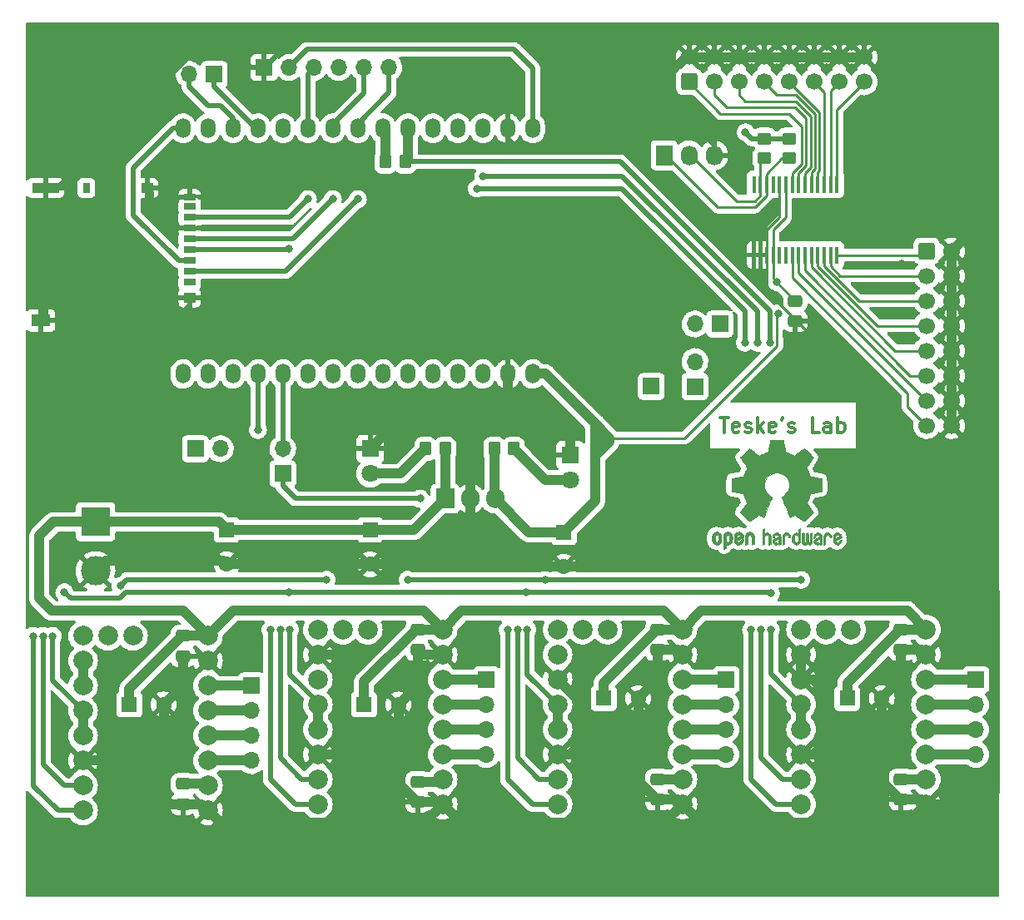
<source format=gbr>
%TF.GenerationSoftware,KiCad,Pcbnew,6.0.0-d3dd2cf0fa~116~ubuntu20.04.1*%
%TF.CreationDate,2022-01-03T23:27:21-03:00*%
%TF.ProjectId,CNC,434e432e-6b69-4636-9164-5f7063625858,1*%
%TF.SameCoordinates,Original*%
%TF.FileFunction,Copper,L1,Top*%
%TF.FilePolarity,Positive*%
%FSLAX46Y46*%
G04 Gerber Fmt 4.6, Leading zero omitted, Abs format (unit mm)*
G04 Created by KiCad (PCBNEW 6.0.0-d3dd2cf0fa~116~ubuntu20.04.1) date 2022-01-03 23:27:21*
%MOMM*%
%LPD*%
G01*
G04 APERTURE LIST*
G04 Aperture macros list*
%AMRoundRect*
0 Rectangle with rounded corners*
0 $1 Rounding radius*
0 $2 $3 $4 $5 $6 $7 $8 $9 X,Y pos of 4 corners*
0 Add a 4 corners polygon primitive as box body*
4,1,4,$2,$3,$4,$5,$6,$7,$8,$9,$2,$3,0*
0 Add four circle primitives for the rounded corners*
1,1,$1+$1,$2,$3*
1,1,$1+$1,$4,$5*
1,1,$1+$1,$6,$7*
1,1,$1+$1,$8,$9*
0 Add four rect primitives between the rounded corners*
20,1,$1+$1,$2,$3,$4,$5,0*
20,1,$1+$1,$4,$5,$6,$7,0*
20,1,$1+$1,$6,$7,$8,$9,0*
20,1,$1+$1,$8,$9,$2,$3,0*%
G04 Aperture macros list end*
%ADD10C,0.300000*%
%TA.AperFunction,NonConductor*%
%ADD11C,0.300000*%
%TD*%
%TA.AperFunction,EtchedComponent*%
%ADD12C,0.010000*%
%TD*%
%TA.AperFunction,ComponentPad*%
%ADD13O,1.500000X2.000000*%
%TD*%
%TA.AperFunction,ComponentPad*%
%ADD14R,1.600000X1.600000*%
%TD*%
%TA.AperFunction,ComponentPad*%
%ADD15C,1.600000*%
%TD*%
%TA.AperFunction,ComponentPad*%
%ADD16R,1.905000X2.000000*%
%TD*%
%TA.AperFunction,ComponentPad*%
%ADD17O,1.905000X2.000000*%
%TD*%
%TA.AperFunction,SMDPad,CuDef*%
%ADD18RoundRect,0.250000X-0.450000X0.350000X-0.450000X-0.350000X0.450000X-0.350000X0.450000X0.350000X0*%
%TD*%
%TA.AperFunction,ComponentPad*%
%ADD19R,1.800000X1.800000*%
%TD*%
%TA.AperFunction,ComponentPad*%
%ADD20C,1.800000*%
%TD*%
%TA.AperFunction,ComponentPad*%
%ADD21RoundRect,0.250000X-0.600000X-0.600000X0.600000X-0.600000X0.600000X0.600000X-0.600000X0.600000X0*%
%TD*%
%TA.AperFunction,ComponentPad*%
%ADD22C,1.700000*%
%TD*%
%TA.AperFunction,SMDPad,CuDef*%
%ADD23RoundRect,0.250000X-0.475000X0.337500X-0.475000X-0.337500X0.475000X-0.337500X0.475000X0.337500X0*%
%TD*%
%TA.AperFunction,ComponentPad*%
%ADD24C,2.000000*%
%TD*%
%TA.AperFunction,SMDPad,CuDef*%
%ADD25RoundRect,0.250000X-0.350000X-0.450000X0.350000X-0.450000X0.350000X0.450000X-0.350000X0.450000X0*%
%TD*%
%TA.AperFunction,SMDPad,CuDef*%
%ADD26R,0.450000X1.750000*%
%TD*%
%TA.AperFunction,ComponentPad*%
%ADD27R,1.700000X1.700000*%
%TD*%
%TA.AperFunction,ComponentPad*%
%ADD28O,1.700000X1.700000*%
%TD*%
%TA.AperFunction,SMDPad,CuDef*%
%ADD29RoundRect,0.250000X0.350000X0.450000X-0.350000X0.450000X-0.350000X-0.450000X0.350000X-0.450000X0*%
%TD*%
%TA.AperFunction,ComponentPad*%
%ADD30R,3.000000X3.000000*%
%TD*%
%TA.AperFunction,ComponentPad*%
%ADD31C,3.000000*%
%TD*%
%TA.AperFunction,ComponentPad*%
%ADD32R,1.730000X2.030000*%
%TD*%
%TA.AperFunction,ComponentPad*%
%ADD33O,1.730000X2.030000*%
%TD*%
%TA.AperFunction,ComponentPad*%
%ADD34RoundRect,0.250000X0.600000X-0.600000X0.600000X0.600000X-0.600000X0.600000X-0.600000X-0.600000X0*%
%TD*%
%TA.AperFunction,SMDPad,CuDef*%
%ADD35R,1.200000X0.700000*%
%TD*%
%TA.AperFunction,SMDPad,CuDef*%
%ADD36R,0.800000X1.000000*%
%TD*%
%TA.AperFunction,SMDPad,CuDef*%
%ADD37R,1.900000X1.300000*%
%TD*%
%TA.AperFunction,SMDPad,CuDef*%
%ADD38R,1.200000X1.000000*%
%TD*%
%TA.AperFunction,SMDPad,CuDef*%
%ADD39R,2.800000X1.000000*%
%TD*%
%TA.AperFunction,ViaPad*%
%ADD40C,0.800000*%
%TD*%
%TA.AperFunction,ViaPad*%
%ADD41C,4.000000*%
%TD*%
%TA.AperFunction,Conductor*%
%ADD42C,1.000000*%
%TD*%
%TA.AperFunction,Conductor*%
%ADD43C,0.500000*%
%TD*%
%TA.AperFunction,Conductor*%
%ADD44C,0.250000*%
%TD*%
G04 APERTURE END LIST*
D10*
D11*
X170101428Y-95698571D02*
X170958571Y-95698571D01*
X170530000Y-97198571D02*
X170530000Y-95698571D01*
X172030000Y-97127142D02*
X171887142Y-97198571D01*
X171601428Y-97198571D01*
X171458571Y-97127142D01*
X171387142Y-96984285D01*
X171387142Y-96412857D01*
X171458571Y-96270000D01*
X171601428Y-96198571D01*
X171887142Y-96198571D01*
X172030000Y-96270000D01*
X172101428Y-96412857D01*
X172101428Y-96555714D01*
X171387142Y-96698571D01*
X172672857Y-97127142D02*
X172815714Y-97198571D01*
X173101428Y-97198571D01*
X173244285Y-97127142D01*
X173315714Y-96984285D01*
X173315714Y-96912857D01*
X173244285Y-96770000D01*
X173101428Y-96698571D01*
X172887142Y-96698571D01*
X172744285Y-96627142D01*
X172672857Y-96484285D01*
X172672857Y-96412857D01*
X172744285Y-96270000D01*
X172887142Y-96198571D01*
X173101428Y-96198571D01*
X173244285Y-96270000D01*
X173958571Y-97198571D02*
X173958571Y-95698571D01*
X174101428Y-96627142D02*
X174530000Y-97198571D01*
X174530000Y-96198571D02*
X173958571Y-96770000D01*
X175744285Y-97127142D02*
X175601428Y-97198571D01*
X175315714Y-97198571D01*
X175172857Y-97127142D01*
X175101428Y-96984285D01*
X175101428Y-96412857D01*
X175172857Y-96270000D01*
X175315714Y-96198571D01*
X175601428Y-96198571D01*
X175744285Y-96270000D01*
X175815714Y-96412857D01*
X175815714Y-96555714D01*
X175101428Y-96698571D01*
X176530000Y-95698571D02*
X176387142Y-95984285D01*
X177101428Y-97127142D02*
X177244285Y-97198571D01*
X177530000Y-97198571D01*
X177672857Y-97127142D01*
X177744285Y-96984285D01*
X177744285Y-96912857D01*
X177672857Y-96770000D01*
X177530000Y-96698571D01*
X177315714Y-96698571D01*
X177172857Y-96627142D01*
X177101428Y-96484285D01*
X177101428Y-96412857D01*
X177172857Y-96270000D01*
X177315714Y-96198571D01*
X177530000Y-96198571D01*
X177672857Y-96270000D01*
X180244285Y-97198571D02*
X179530000Y-97198571D01*
X179530000Y-95698571D01*
X181387142Y-97198571D02*
X181387142Y-96412857D01*
X181315714Y-96270000D01*
X181172857Y-96198571D01*
X180887142Y-96198571D01*
X180744285Y-96270000D01*
X181387142Y-97127142D02*
X181244285Y-97198571D01*
X180887142Y-97198571D01*
X180744285Y-97127142D01*
X180672857Y-96984285D01*
X180672857Y-96841428D01*
X180744285Y-96698571D01*
X180887142Y-96627142D01*
X181244285Y-96627142D01*
X181387142Y-96555714D01*
X182101428Y-97198571D02*
X182101428Y-95698571D01*
X182101428Y-96270000D02*
X182244285Y-96198571D01*
X182530000Y-96198571D01*
X182672857Y-96270000D01*
X182744285Y-96341428D01*
X182815714Y-96484285D01*
X182815714Y-96912857D01*
X182744285Y-97055714D01*
X182672857Y-97127142D01*
X182530000Y-97198571D01*
X182244285Y-97198571D01*
X182101428Y-97127142D01*
D12*
%TO.C,REF\u002A\u002A*%
X171066900Y-107366903D02*
X171178450Y-107422522D01*
X171178450Y-107422522D02*
X171276908Y-107524931D01*
X171276908Y-107524931D02*
X171304023Y-107562864D01*
X171304023Y-107562864D02*
X171333562Y-107612500D01*
X171333562Y-107612500D02*
X171352728Y-107666412D01*
X171352728Y-107666412D02*
X171363693Y-107738364D01*
X171363693Y-107738364D02*
X171368629Y-107842122D01*
X171368629Y-107842122D02*
X171369713Y-107979101D01*
X171369713Y-107979101D02*
X171364818Y-108166815D01*
X171364818Y-108166815D02*
X171347804Y-108307758D01*
X171347804Y-108307758D02*
X171315177Y-108412908D01*
X171315177Y-108412908D02*
X171263442Y-108493243D01*
X171263442Y-108493243D02*
X171189104Y-108559741D01*
X171189104Y-108559741D02*
X171183642Y-108563678D01*
X171183642Y-108563678D02*
X171110380Y-108603953D01*
X171110380Y-108603953D02*
X171022160Y-108623880D01*
X171022160Y-108623880D02*
X170909962Y-108628793D01*
X170909962Y-108628793D02*
X170727567Y-108628793D01*
X170727567Y-108628793D02*
X170727491Y-108805857D01*
X170727491Y-108805857D02*
X170725793Y-108904470D01*
X170725793Y-108904470D02*
X170715450Y-108962314D01*
X170715450Y-108962314D02*
X170688422Y-108997006D01*
X170688422Y-108997006D02*
X170636668Y-109026164D01*
X170636668Y-109026164D02*
X170624239Y-109032121D01*
X170624239Y-109032121D02*
X170566077Y-109060039D01*
X170566077Y-109060039D02*
X170521044Y-109077672D01*
X170521044Y-109077672D02*
X170487559Y-109079194D01*
X170487559Y-109079194D02*
X170464038Y-109058781D01*
X170464038Y-109058781D02*
X170448900Y-109010607D01*
X170448900Y-109010607D02*
X170440563Y-108928846D01*
X170440563Y-108928846D02*
X170437444Y-108807672D01*
X170437444Y-108807672D02*
X170437960Y-108641260D01*
X170437960Y-108641260D02*
X170440529Y-108423785D01*
X170440529Y-108423785D02*
X170441332Y-108358736D01*
X170441332Y-108358736D02*
X170444222Y-108134502D01*
X170444222Y-108134502D02*
X170446812Y-107987821D01*
X170446812Y-107987821D02*
X170727414Y-107987821D01*
X170727414Y-107987821D02*
X170728991Y-108112326D01*
X170728991Y-108112326D02*
X170736000Y-108193787D01*
X170736000Y-108193787D02*
X170751858Y-108247515D01*
X170751858Y-108247515D02*
X170779981Y-108288823D01*
X170779981Y-108288823D02*
X170799075Y-108308971D01*
X170799075Y-108308971D02*
X170877135Y-108367921D01*
X170877135Y-108367921D02*
X170946247Y-108372720D01*
X170946247Y-108372720D02*
X171017560Y-108324038D01*
X171017560Y-108324038D02*
X171019368Y-108322241D01*
X171019368Y-108322241D02*
X171048383Y-108284618D01*
X171048383Y-108284618D02*
X171066033Y-108233484D01*
X171066033Y-108233484D02*
X171074936Y-108154738D01*
X171074936Y-108154738D02*
X171077709Y-108034276D01*
X171077709Y-108034276D02*
X171077759Y-108007588D01*
X171077759Y-108007588D02*
X171071058Y-107841583D01*
X171071058Y-107841583D02*
X171049248Y-107726505D01*
X171049248Y-107726505D02*
X171009765Y-107656254D01*
X171009765Y-107656254D02*
X170950044Y-107624729D01*
X170950044Y-107624729D02*
X170915528Y-107621552D01*
X170915528Y-107621552D02*
X170833611Y-107636460D01*
X170833611Y-107636460D02*
X170777421Y-107685548D01*
X170777421Y-107685548D02*
X170743598Y-107775362D01*
X170743598Y-107775362D02*
X170728780Y-107912445D01*
X170728780Y-107912445D02*
X170727414Y-107987821D01*
X170727414Y-107987821D02*
X170446812Y-107987821D01*
X170446812Y-107987821D02*
X170447287Y-107960952D01*
X170447287Y-107960952D02*
X170451247Y-107830382D01*
X170451247Y-107830382D02*
X170456826Y-107735087D01*
X170456826Y-107735087D02*
X170464746Y-107667364D01*
X170464746Y-107667364D02*
X170475731Y-107619507D01*
X170475731Y-107619507D02*
X170490501Y-107583813D01*
X170490501Y-107583813D02*
X170509782Y-107552578D01*
X170509782Y-107552578D02*
X170518049Y-107540824D01*
X170518049Y-107540824D02*
X170627712Y-107429797D01*
X170627712Y-107429797D02*
X170766365Y-107366847D01*
X170766365Y-107366847D02*
X170926754Y-107349297D01*
X170926754Y-107349297D02*
X171066900Y-107366903D01*
X171066900Y-107366903D02*
X171066900Y-107366903D01*
G36*
X170451247Y-107830382D02*
G01*
X170456826Y-107735087D01*
X170464746Y-107667364D01*
X170475731Y-107619507D01*
X170490501Y-107583813D01*
X170509782Y-107552578D01*
X170518049Y-107540824D01*
X170627712Y-107429797D01*
X170766365Y-107366847D01*
X170926754Y-107349297D01*
X171066900Y-107366903D01*
X171178450Y-107422522D01*
X171276908Y-107524931D01*
X171304023Y-107562864D01*
X171333562Y-107612500D01*
X171352728Y-107666412D01*
X171363693Y-107738364D01*
X171368629Y-107842122D01*
X171369713Y-107979101D01*
X171364818Y-108166815D01*
X171347804Y-108307758D01*
X171315177Y-108412908D01*
X171263442Y-108493243D01*
X171189104Y-108559741D01*
X171183642Y-108563678D01*
X171110380Y-108603953D01*
X171022160Y-108623880D01*
X170909962Y-108628793D01*
X170727567Y-108628793D01*
X170727491Y-108805857D01*
X170725793Y-108904470D01*
X170715450Y-108962314D01*
X170688422Y-108997006D01*
X170636668Y-109026164D01*
X170624239Y-109032121D01*
X170566077Y-109060039D01*
X170521044Y-109077672D01*
X170487559Y-109079194D01*
X170464038Y-109058781D01*
X170448900Y-109010607D01*
X170440563Y-108928846D01*
X170437444Y-108807672D01*
X170437960Y-108641260D01*
X170440529Y-108423785D01*
X170441332Y-108358736D01*
X170444222Y-108134502D01*
X170446812Y-107987821D01*
X170727414Y-107987821D01*
X170728991Y-108112326D01*
X170736000Y-108193787D01*
X170751858Y-108247515D01*
X170779981Y-108288823D01*
X170799075Y-108308971D01*
X170877135Y-108367921D01*
X170946247Y-108372720D01*
X171017560Y-108324038D01*
X171019368Y-108322241D01*
X171048383Y-108284618D01*
X171066033Y-108233484D01*
X171074936Y-108154738D01*
X171077709Y-108034276D01*
X171077759Y-108007588D01*
X171071058Y-107841583D01*
X171049248Y-107726505D01*
X171009765Y-107656254D01*
X170950044Y-107624729D01*
X170915528Y-107621552D01*
X170833611Y-107636460D01*
X170777421Y-107685548D01*
X170743598Y-107775362D01*
X170728780Y-107912445D01*
X170727414Y-107987821D01*
X170446812Y-107987821D01*
X170447287Y-107960952D01*
X170451247Y-107830382D01*
G37*
X170451247Y-107830382D02*
X170456826Y-107735087D01*
X170464746Y-107667364D01*
X170475731Y-107619507D01*
X170490501Y-107583813D01*
X170509782Y-107552578D01*
X170518049Y-107540824D01*
X170627712Y-107429797D01*
X170766365Y-107366847D01*
X170926754Y-107349297D01*
X171066900Y-107366903D01*
X171178450Y-107422522D01*
X171276908Y-107524931D01*
X171304023Y-107562864D01*
X171333562Y-107612500D01*
X171352728Y-107666412D01*
X171363693Y-107738364D01*
X171368629Y-107842122D01*
X171369713Y-107979101D01*
X171364818Y-108166815D01*
X171347804Y-108307758D01*
X171315177Y-108412908D01*
X171263442Y-108493243D01*
X171189104Y-108559741D01*
X171183642Y-108563678D01*
X171110380Y-108603953D01*
X171022160Y-108623880D01*
X170909962Y-108628793D01*
X170727567Y-108628793D01*
X170727491Y-108805857D01*
X170725793Y-108904470D01*
X170715450Y-108962314D01*
X170688422Y-108997006D01*
X170636668Y-109026164D01*
X170624239Y-109032121D01*
X170566077Y-109060039D01*
X170521044Y-109077672D01*
X170487559Y-109079194D01*
X170464038Y-109058781D01*
X170448900Y-109010607D01*
X170440563Y-108928846D01*
X170437444Y-108807672D01*
X170437960Y-108641260D01*
X170440529Y-108423785D01*
X170441332Y-108358736D01*
X170444222Y-108134502D01*
X170446812Y-107987821D01*
X170727414Y-107987821D01*
X170728991Y-108112326D01*
X170736000Y-108193787D01*
X170751858Y-108247515D01*
X170779981Y-108288823D01*
X170799075Y-108308971D01*
X170877135Y-108367921D01*
X170946247Y-108372720D01*
X171017560Y-108324038D01*
X171019368Y-108322241D01*
X171048383Y-108284618D01*
X171066033Y-108233484D01*
X171074936Y-108154738D01*
X171077709Y-108034276D01*
X171077759Y-108007588D01*
X171071058Y-107841583D01*
X171049248Y-107726505D01*
X171009765Y-107656254D01*
X170950044Y-107624729D01*
X170915528Y-107621552D01*
X170833611Y-107636460D01*
X170777421Y-107685548D01*
X170743598Y-107775362D01*
X170728780Y-107912445D01*
X170727414Y-107987821D01*
X170446812Y-107987821D01*
X170447287Y-107960952D01*
X170451247Y-107830382D01*
X174639598Y-107228857D02*
X174648154Y-107348188D01*
X174648154Y-107348188D02*
X174657981Y-107418506D01*
X174657981Y-107418506D02*
X174671599Y-107449179D01*
X174671599Y-107449179D02*
X174691527Y-107449571D01*
X174691527Y-107449571D02*
X174697989Y-107445910D01*
X174697989Y-107445910D02*
X174783940Y-107419398D01*
X174783940Y-107419398D02*
X174895745Y-107420946D01*
X174895745Y-107420946D02*
X175009414Y-107448199D01*
X175009414Y-107448199D02*
X175080510Y-107483455D01*
X175080510Y-107483455D02*
X175153405Y-107539778D01*
X175153405Y-107539778D02*
X175206693Y-107603519D01*
X175206693Y-107603519D02*
X175243275Y-107684510D01*
X175243275Y-107684510D02*
X175266050Y-107792586D01*
X175266050Y-107792586D02*
X175277919Y-107937580D01*
X175277919Y-107937580D02*
X175281782Y-108129326D01*
X175281782Y-108129326D02*
X175281851Y-108166109D01*
X175281851Y-108166109D02*
X175281897Y-108579288D01*
X175281897Y-108579288D02*
X175189954Y-108611339D01*
X175189954Y-108611339D02*
X175124652Y-108633144D01*
X175124652Y-108633144D02*
X175088824Y-108643297D01*
X175088824Y-108643297D02*
X175087770Y-108643391D01*
X175087770Y-108643391D02*
X175084242Y-108615860D01*
X175084242Y-108615860D02*
X175081239Y-108539923D01*
X175081239Y-108539923D02*
X175078990Y-108425565D01*
X175078990Y-108425565D02*
X175077724Y-108282769D01*
X175077724Y-108282769D02*
X175077529Y-108195951D01*
X175077529Y-108195951D02*
X175077123Y-108024773D01*
X175077123Y-108024773D02*
X175075032Y-107902088D01*
X175075032Y-107902088D02*
X175069947Y-107818000D01*
X175069947Y-107818000D02*
X175060560Y-107762614D01*
X175060560Y-107762614D02*
X175045561Y-107726032D01*
X175045561Y-107726032D02*
X175023642Y-107698359D01*
X175023642Y-107698359D02*
X175009957Y-107685032D01*
X175009957Y-107685032D02*
X174915949Y-107631328D01*
X174915949Y-107631328D02*
X174813364Y-107627307D01*
X174813364Y-107627307D02*
X174720290Y-107672725D01*
X174720290Y-107672725D02*
X174703078Y-107689123D01*
X174703078Y-107689123D02*
X174677832Y-107719957D01*
X174677832Y-107719957D02*
X174660320Y-107756531D01*
X174660320Y-107756531D02*
X174649142Y-107809415D01*
X174649142Y-107809415D02*
X174642896Y-107889177D01*
X174642896Y-107889177D02*
X174640182Y-108006385D01*
X174640182Y-108006385D02*
X174639598Y-108167991D01*
X174639598Y-108167991D02*
X174639598Y-108579288D01*
X174639598Y-108579288D02*
X174547655Y-108611339D01*
X174547655Y-108611339D02*
X174482353Y-108633144D01*
X174482353Y-108633144D02*
X174446525Y-108643297D01*
X174446525Y-108643297D02*
X174445471Y-108643391D01*
X174445471Y-108643391D02*
X174442775Y-108615448D01*
X174442775Y-108615448D02*
X174440345Y-108536630D01*
X174440345Y-108536630D02*
X174438278Y-108414453D01*
X174438278Y-108414453D02*
X174436671Y-108256432D01*
X174436671Y-108256432D02*
X174435623Y-108070083D01*
X174435623Y-108070083D02*
X174435231Y-107862920D01*
X174435231Y-107862920D02*
X174435230Y-107853706D01*
X174435230Y-107853706D02*
X174435230Y-107064020D01*
X174435230Y-107064020D02*
X174530115Y-107023997D01*
X174530115Y-107023997D02*
X174625000Y-106983973D01*
X174625000Y-106983973D02*
X174639598Y-107228857D01*
X174639598Y-107228857D02*
X174639598Y-107228857D01*
G36*
X174639598Y-107228857D02*
G01*
X174648154Y-107348188D01*
X174657981Y-107418506D01*
X174671599Y-107449179D01*
X174691527Y-107449571D01*
X174697989Y-107445910D01*
X174783940Y-107419398D01*
X174895745Y-107420946D01*
X175009414Y-107448199D01*
X175080510Y-107483455D01*
X175153405Y-107539778D01*
X175206693Y-107603519D01*
X175243275Y-107684510D01*
X175266050Y-107792586D01*
X175277919Y-107937580D01*
X175281782Y-108129326D01*
X175281851Y-108166109D01*
X175281897Y-108579288D01*
X175189954Y-108611339D01*
X175124652Y-108633144D01*
X175088824Y-108643297D01*
X175087770Y-108643391D01*
X175084242Y-108615860D01*
X175081239Y-108539923D01*
X175078990Y-108425565D01*
X175077724Y-108282769D01*
X175077529Y-108195951D01*
X175077123Y-108024773D01*
X175075032Y-107902088D01*
X175069947Y-107818000D01*
X175060560Y-107762614D01*
X175045561Y-107726032D01*
X175023642Y-107698359D01*
X175009957Y-107685032D01*
X174915949Y-107631328D01*
X174813364Y-107627307D01*
X174720290Y-107672725D01*
X174703078Y-107689123D01*
X174677832Y-107719957D01*
X174660320Y-107756531D01*
X174649142Y-107809415D01*
X174642896Y-107889177D01*
X174640182Y-108006385D01*
X174639598Y-108167991D01*
X174639598Y-108579288D01*
X174547655Y-108611339D01*
X174482353Y-108633144D01*
X174446525Y-108643297D01*
X174445471Y-108643391D01*
X174442775Y-108615448D01*
X174440345Y-108536630D01*
X174438278Y-108414453D01*
X174436671Y-108256432D01*
X174435623Y-108070083D01*
X174435231Y-107862920D01*
X174435230Y-107853706D01*
X174435230Y-107064020D01*
X174530115Y-107023997D01*
X174625000Y-106983973D01*
X174639598Y-107228857D01*
G37*
X174639598Y-107228857D02*
X174648154Y-107348188D01*
X174657981Y-107418506D01*
X174671599Y-107449179D01*
X174691527Y-107449571D01*
X174697989Y-107445910D01*
X174783940Y-107419398D01*
X174895745Y-107420946D01*
X175009414Y-107448199D01*
X175080510Y-107483455D01*
X175153405Y-107539778D01*
X175206693Y-107603519D01*
X175243275Y-107684510D01*
X175266050Y-107792586D01*
X175277919Y-107937580D01*
X175281782Y-108129326D01*
X175281851Y-108166109D01*
X175281897Y-108579288D01*
X175189954Y-108611339D01*
X175124652Y-108633144D01*
X175088824Y-108643297D01*
X175087770Y-108643391D01*
X175084242Y-108615860D01*
X175081239Y-108539923D01*
X175078990Y-108425565D01*
X175077724Y-108282769D01*
X175077529Y-108195951D01*
X175077123Y-108024773D01*
X175075032Y-107902088D01*
X175069947Y-107818000D01*
X175060560Y-107762614D01*
X175045561Y-107726032D01*
X175023642Y-107698359D01*
X175009957Y-107685032D01*
X174915949Y-107631328D01*
X174813364Y-107627307D01*
X174720290Y-107672725D01*
X174703078Y-107689123D01*
X174677832Y-107719957D01*
X174660320Y-107756531D01*
X174649142Y-107809415D01*
X174642896Y-107889177D01*
X174640182Y-108006385D01*
X174639598Y-108167991D01*
X174639598Y-108579288D01*
X174547655Y-108611339D01*
X174482353Y-108633144D01*
X174446525Y-108643297D01*
X174445471Y-108643391D01*
X174442775Y-108615448D01*
X174440345Y-108536630D01*
X174438278Y-108414453D01*
X174436671Y-108256432D01*
X174435623Y-108070083D01*
X174435231Y-107862920D01*
X174435230Y-107853706D01*
X174435230Y-107064020D01*
X174530115Y-107023997D01*
X174625000Y-106983973D01*
X174639598Y-107228857D01*
X179475124Y-107444840D02*
X179479579Y-107521653D01*
X179479579Y-107521653D02*
X179483071Y-107638391D01*
X179483071Y-107638391D02*
X179485315Y-107785821D01*
X179485315Y-107785821D02*
X179486035Y-107940455D01*
X179486035Y-107940455D02*
X179486035Y-108463727D01*
X179486035Y-108463727D02*
X179393645Y-108556117D01*
X179393645Y-108556117D02*
X179329978Y-108613047D01*
X179329978Y-108613047D02*
X179274089Y-108636107D01*
X179274089Y-108636107D02*
X179197702Y-108634647D01*
X179197702Y-108634647D02*
X179167380Y-108630934D01*
X179167380Y-108630934D02*
X179072610Y-108620126D01*
X179072610Y-108620126D02*
X178994222Y-108613933D01*
X178994222Y-108613933D02*
X178975115Y-108613361D01*
X178975115Y-108613361D02*
X178910699Y-108617102D01*
X178910699Y-108617102D02*
X178818571Y-108626494D01*
X178818571Y-108626494D02*
X178782850Y-108630934D01*
X178782850Y-108630934D02*
X178695114Y-108637801D01*
X178695114Y-108637801D02*
X178636153Y-108622885D01*
X178636153Y-108622885D02*
X178577690Y-108576835D01*
X178577690Y-108576835D02*
X178556585Y-108556117D01*
X178556585Y-108556117D02*
X178464195Y-108463727D01*
X178464195Y-108463727D02*
X178464195Y-107484947D01*
X178464195Y-107484947D02*
X178538558Y-107451066D01*
X178538558Y-107451066D02*
X178602590Y-107425970D01*
X178602590Y-107425970D02*
X178640052Y-107417184D01*
X178640052Y-107417184D02*
X178649657Y-107444950D01*
X178649657Y-107444950D02*
X178658635Y-107522530D01*
X178658635Y-107522530D02*
X178666386Y-107641348D01*
X178666386Y-107641348D02*
X178672314Y-107792828D01*
X178672314Y-107792828D02*
X178675173Y-107920805D01*
X178675173Y-107920805D02*
X178683161Y-108424425D01*
X178683161Y-108424425D02*
X178752848Y-108434278D01*
X178752848Y-108434278D02*
X178816229Y-108427389D01*
X178816229Y-108427389D02*
X178847286Y-108405083D01*
X178847286Y-108405083D02*
X178855967Y-108363379D01*
X178855967Y-108363379D02*
X178863378Y-108274544D01*
X178863378Y-108274544D02*
X178868931Y-108149834D01*
X178868931Y-108149834D02*
X178872036Y-108000507D01*
X178872036Y-108000507D02*
X178872484Y-107923661D01*
X178872484Y-107923661D02*
X178872931Y-107481287D01*
X178872931Y-107481287D02*
X178964874Y-107449235D01*
X178964874Y-107449235D02*
X179029949Y-107427443D01*
X179029949Y-107427443D02*
X179065347Y-107417281D01*
X179065347Y-107417281D02*
X179066368Y-107417184D01*
X179066368Y-107417184D02*
X179069920Y-107444809D01*
X179069920Y-107444809D02*
X179073823Y-107521411D01*
X179073823Y-107521411D02*
X179077751Y-107637579D01*
X179077751Y-107637579D02*
X179081376Y-107783904D01*
X179081376Y-107783904D02*
X179083908Y-107920805D01*
X179083908Y-107920805D02*
X179091897Y-108424425D01*
X179091897Y-108424425D02*
X179267069Y-108424425D01*
X179267069Y-108424425D02*
X179275107Y-107964965D01*
X179275107Y-107964965D02*
X179283146Y-107505505D01*
X179283146Y-107505505D02*
X179368543Y-107461344D01*
X179368543Y-107461344D02*
X179431593Y-107431019D01*
X179431593Y-107431019D02*
X179468910Y-107417258D01*
X179468910Y-107417258D02*
X179469987Y-107417184D01*
X179469987Y-107417184D02*
X179475124Y-107444840D01*
X179475124Y-107444840D02*
X179475124Y-107444840D01*
G36*
X179475124Y-107444840D02*
G01*
X179479579Y-107521653D01*
X179483071Y-107638391D01*
X179485315Y-107785821D01*
X179486035Y-107940455D01*
X179486035Y-108463727D01*
X179393645Y-108556117D01*
X179329978Y-108613047D01*
X179274089Y-108636107D01*
X179197702Y-108634647D01*
X179167380Y-108630934D01*
X179072610Y-108620126D01*
X178994222Y-108613933D01*
X178975115Y-108613361D01*
X178910699Y-108617102D01*
X178818571Y-108626494D01*
X178782850Y-108630934D01*
X178695114Y-108637801D01*
X178636153Y-108622885D01*
X178577690Y-108576835D01*
X178556585Y-108556117D01*
X178464195Y-108463727D01*
X178464195Y-107484947D01*
X178538558Y-107451066D01*
X178602590Y-107425970D01*
X178640052Y-107417184D01*
X178649657Y-107444950D01*
X178658635Y-107522530D01*
X178666386Y-107641348D01*
X178672314Y-107792828D01*
X178675173Y-107920805D01*
X178683161Y-108424425D01*
X178752848Y-108434278D01*
X178816229Y-108427389D01*
X178847286Y-108405083D01*
X178855967Y-108363379D01*
X178863378Y-108274544D01*
X178868931Y-108149834D01*
X178872036Y-108000507D01*
X178872484Y-107923661D01*
X178872931Y-107481287D01*
X178964874Y-107449235D01*
X179029949Y-107427443D01*
X179065347Y-107417281D01*
X179066368Y-107417184D01*
X179069920Y-107444809D01*
X179073823Y-107521411D01*
X179077751Y-107637579D01*
X179081376Y-107783904D01*
X179083908Y-107920805D01*
X179091897Y-108424425D01*
X179267069Y-108424425D01*
X179275107Y-107964965D01*
X179283146Y-107505505D01*
X179368543Y-107461344D01*
X179431593Y-107431019D01*
X179468910Y-107417258D01*
X179469987Y-107417184D01*
X179475124Y-107444840D01*
G37*
X179475124Y-107444840D02*
X179479579Y-107521653D01*
X179483071Y-107638391D01*
X179485315Y-107785821D01*
X179486035Y-107940455D01*
X179486035Y-108463727D01*
X179393645Y-108556117D01*
X179329978Y-108613047D01*
X179274089Y-108636107D01*
X179197702Y-108634647D01*
X179167380Y-108630934D01*
X179072610Y-108620126D01*
X178994222Y-108613933D01*
X178975115Y-108613361D01*
X178910699Y-108617102D01*
X178818571Y-108626494D01*
X178782850Y-108630934D01*
X178695114Y-108637801D01*
X178636153Y-108622885D01*
X178577690Y-108576835D01*
X178556585Y-108556117D01*
X178464195Y-108463727D01*
X178464195Y-107484947D01*
X178538558Y-107451066D01*
X178602590Y-107425970D01*
X178640052Y-107417184D01*
X178649657Y-107444950D01*
X178658635Y-107522530D01*
X178666386Y-107641348D01*
X178672314Y-107792828D01*
X178675173Y-107920805D01*
X178683161Y-108424425D01*
X178752848Y-108434278D01*
X178816229Y-108427389D01*
X178847286Y-108405083D01*
X178855967Y-108363379D01*
X178863378Y-108274544D01*
X178868931Y-108149834D01*
X178872036Y-108000507D01*
X178872484Y-107923661D01*
X178872931Y-107481287D01*
X178964874Y-107449235D01*
X179029949Y-107427443D01*
X179065347Y-107417281D01*
X179066368Y-107417184D01*
X179069920Y-107444809D01*
X179073823Y-107521411D01*
X179077751Y-107637579D01*
X179081376Y-107783904D01*
X179083908Y-107920805D01*
X179091897Y-108424425D01*
X179267069Y-108424425D01*
X179275107Y-107964965D01*
X179283146Y-107505505D01*
X179368543Y-107461344D01*
X179431593Y-107431019D01*
X179468910Y-107417258D01*
X179469987Y-107417184D01*
X179475124Y-107444840D01*
X175974944Y-107429360D02*
X176089343Y-107471842D01*
X176089343Y-107471842D02*
X176090652Y-107472658D01*
X176090652Y-107472658D02*
X176161403Y-107524730D01*
X176161403Y-107524730D02*
X176213636Y-107585584D01*
X176213636Y-107585584D02*
X176250371Y-107664887D01*
X176250371Y-107664887D02*
X176274634Y-107772309D01*
X176274634Y-107772309D02*
X176289445Y-107917517D01*
X176289445Y-107917517D02*
X176297829Y-108110179D01*
X176297829Y-108110179D02*
X176298564Y-108137628D01*
X176298564Y-108137628D02*
X176309120Y-108551521D01*
X176309120Y-108551521D02*
X176220291Y-108597456D01*
X176220291Y-108597456D02*
X176156018Y-108628498D01*
X176156018Y-108628498D02*
X176117210Y-108643206D01*
X176117210Y-108643206D02*
X176115415Y-108643391D01*
X176115415Y-108643391D02*
X176108700Y-108616250D01*
X176108700Y-108616250D02*
X176103365Y-108543041D01*
X176103365Y-108543041D02*
X176100083Y-108436081D01*
X176100083Y-108436081D02*
X176099368Y-108349469D01*
X176099368Y-108349469D02*
X176099351Y-108209162D01*
X176099351Y-108209162D02*
X176092937Y-108121051D01*
X176092937Y-108121051D02*
X176070580Y-108079025D01*
X176070580Y-108079025D02*
X176022732Y-108076975D01*
X176022732Y-108076975D02*
X175939849Y-108108790D01*
X175939849Y-108108790D02*
X175814713Y-108167272D01*
X175814713Y-108167272D02*
X175722697Y-108215845D01*
X175722697Y-108215845D02*
X175675371Y-108257986D01*
X175675371Y-108257986D02*
X175661458Y-108303916D01*
X175661458Y-108303916D02*
X175661437Y-108306189D01*
X175661437Y-108306189D02*
X175684395Y-108385311D01*
X175684395Y-108385311D02*
X175752370Y-108428055D01*
X175752370Y-108428055D02*
X175856398Y-108434246D01*
X175856398Y-108434246D02*
X175931330Y-108433172D01*
X175931330Y-108433172D02*
X175970839Y-108454753D01*
X175970839Y-108454753D02*
X175995478Y-108506591D01*
X175995478Y-108506591D02*
X176009659Y-108572632D01*
X176009659Y-108572632D02*
X175989223Y-108610104D01*
X175989223Y-108610104D02*
X175981528Y-108615467D01*
X175981528Y-108615467D02*
X175909083Y-108637006D01*
X175909083Y-108637006D02*
X175807633Y-108640055D01*
X175807633Y-108640055D02*
X175703157Y-108625778D01*
X175703157Y-108625778D02*
X175629125Y-108599688D01*
X175629125Y-108599688D02*
X175526772Y-108512785D01*
X175526772Y-108512785D02*
X175468591Y-108391816D01*
X175468591Y-108391816D02*
X175457069Y-108297308D01*
X175457069Y-108297308D02*
X175465862Y-108212062D01*
X175465862Y-108212062D02*
X175497680Y-108142476D01*
X175497680Y-108142476D02*
X175560684Y-108080672D01*
X175560684Y-108080672D02*
X175663031Y-108018772D01*
X175663031Y-108018772D02*
X175812882Y-107948897D01*
X175812882Y-107948897D02*
X175822012Y-107944948D01*
X175822012Y-107944948D02*
X175956997Y-107882588D01*
X175956997Y-107882588D02*
X176040294Y-107831446D01*
X176040294Y-107831446D02*
X176075997Y-107785488D01*
X176075997Y-107785488D02*
X176068203Y-107738683D01*
X176068203Y-107738683D02*
X176021007Y-107684998D01*
X176021007Y-107684998D02*
X176006894Y-107672644D01*
X176006894Y-107672644D02*
X175912359Y-107624741D01*
X175912359Y-107624741D02*
X175814406Y-107626758D01*
X175814406Y-107626758D02*
X175729097Y-107673724D01*
X175729097Y-107673724D02*
X175672496Y-107760669D01*
X175672496Y-107760669D02*
X175667237Y-107777734D01*
X175667237Y-107777734D02*
X175616023Y-107860504D01*
X175616023Y-107860504D02*
X175551037Y-107900372D01*
X175551037Y-107900372D02*
X175457069Y-107939882D01*
X175457069Y-107939882D02*
X175457069Y-107837658D01*
X175457069Y-107837658D02*
X175485653Y-107689072D01*
X175485653Y-107689072D02*
X175570495Y-107552784D01*
X175570495Y-107552784D02*
X175614645Y-107507191D01*
X175614645Y-107507191D02*
X175715005Y-107448674D01*
X175715005Y-107448674D02*
X175842635Y-107422184D01*
X175842635Y-107422184D02*
X175974944Y-107429360D01*
X175974944Y-107429360D02*
X175974944Y-107429360D01*
G36*
X175974944Y-107429360D02*
G01*
X176089343Y-107471842D01*
X176090652Y-107472658D01*
X176161403Y-107524730D01*
X176213636Y-107585584D01*
X176250371Y-107664887D01*
X176274634Y-107772309D01*
X176289445Y-107917517D01*
X176297829Y-108110179D01*
X176298564Y-108137628D01*
X176309120Y-108551521D01*
X176220291Y-108597456D01*
X176156018Y-108628498D01*
X176117210Y-108643206D01*
X176115415Y-108643391D01*
X176108700Y-108616250D01*
X176103365Y-108543041D01*
X176100083Y-108436081D01*
X176099368Y-108349469D01*
X176099351Y-108209162D01*
X176092937Y-108121051D01*
X176070580Y-108079025D01*
X176022732Y-108076975D01*
X175939849Y-108108790D01*
X175814713Y-108167272D01*
X175722697Y-108215845D01*
X175675371Y-108257986D01*
X175661458Y-108303916D01*
X175661437Y-108306189D01*
X175684395Y-108385311D01*
X175752370Y-108428055D01*
X175856398Y-108434246D01*
X175931330Y-108433172D01*
X175970839Y-108454753D01*
X175995478Y-108506591D01*
X176009659Y-108572632D01*
X175989223Y-108610104D01*
X175981528Y-108615467D01*
X175909083Y-108637006D01*
X175807633Y-108640055D01*
X175703157Y-108625778D01*
X175629125Y-108599688D01*
X175526772Y-108512785D01*
X175468591Y-108391816D01*
X175457069Y-108297308D01*
X175465862Y-108212062D01*
X175497680Y-108142476D01*
X175560684Y-108080672D01*
X175663031Y-108018772D01*
X175812882Y-107948897D01*
X175822012Y-107944948D01*
X175956997Y-107882588D01*
X176040294Y-107831446D01*
X176075997Y-107785488D01*
X176068203Y-107738683D01*
X176021007Y-107684998D01*
X176006894Y-107672644D01*
X175912359Y-107624741D01*
X175814406Y-107626758D01*
X175729097Y-107673724D01*
X175672496Y-107760669D01*
X175667237Y-107777734D01*
X175616023Y-107860504D01*
X175551037Y-107900372D01*
X175457069Y-107939882D01*
X175457069Y-107837658D01*
X175485653Y-107689072D01*
X175570495Y-107552784D01*
X175614645Y-107507191D01*
X175715005Y-107448674D01*
X175842635Y-107422184D01*
X175974944Y-107429360D01*
G37*
X175974944Y-107429360D02*
X176089343Y-107471842D01*
X176090652Y-107472658D01*
X176161403Y-107524730D01*
X176213636Y-107585584D01*
X176250371Y-107664887D01*
X176274634Y-107772309D01*
X176289445Y-107917517D01*
X176297829Y-108110179D01*
X176298564Y-108137628D01*
X176309120Y-108551521D01*
X176220291Y-108597456D01*
X176156018Y-108628498D01*
X176117210Y-108643206D01*
X176115415Y-108643391D01*
X176108700Y-108616250D01*
X176103365Y-108543041D01*
X176100083Y-108436081D01*
X176099368Y-108349469D01*
X176099351Y-108209162D01*
X176092937Y-108121051D01*
X176070580Y-108079025D01*
X176022732Y-108076975D01*
X175939849Y-108108790D01*
X175814713Y-108167272D01*
X175722697Y-108215845D01*
X175675371Y-108257986D01*
X175661458Y-108303916D01*
X175661437Y-108306189D01*
X175684395Y-108385311D01*
X175752370Y-108428055D01*
X175856398Y-108434246D01*
X175931330Y-108433172D01*
X175970839Y-108454753D01*
X175995478Y-108506591D01*
X176009659Y-108572632D01*
X175989223Y-108610104D01*
X175981528Y-108615467D01*
X175909083Y-108637006D01*
X175807633Y-108640055D01*
X175703157Y-108625778D01*
X175629125Y-108599688D01*
X175526772Y-108512785D01*
X175468591Y-108391816D01*
X175457069Y-108297308D01*
X175465862Y-108212062D01*
X175497680Y-108142476D01*
X175560684Y-108080672D01*
X175663031Y-108018772D01*
X175812882Y-107948897D01*
X175822012Y-107944948D01*
X175956997Y-107882588D01*
X176040294Y-107831446D01*
X176075997Y-107785488D01*
X176068203Y-107738683D01*
X176021007Y-107684998D01*
X176006894Y-107672644D01*
X175912359Y-107624741D01*
X175814406Y-107626758D01*
X175729097Y-107673724D01*
X175672496Y-107760669D01*
X175667237Y-107777734D01*
X175616023Y-107860504D01*
X175551037Y-107900372D01*
X175457069Y-107939882D01*
X175457069Y-107837658D01*
X175485653Y-107689072D01*
X175570495Y-107552784D01*
X175614645Y-107507191D01*
X175715005Y-107448674D01*
X175842635Y-107422184D01*
X175974944Y-107429360D01*
X181230690Y-107445018D02*
X181265585Y-107460269D01*
X181265585Y-107460269D02*
X181348877Y-107526235D01*
X181348877Y-107526235D02*
X181420103Y-107621618D01*
X181420103Y-107621618D02*
X181464153Y-107723406D01*
X181464153Y-107723406D02*
X181471322Y-107773587D01*
X181471322Y-107773587D02*
X181447285Y-107843647D01*
X181447285Y-107843647D02*
X181394561Y-107880717D01*
X181394561Y-107880717D02*
X181338031Y-107903164D01*
X181338031Y-107903164D02*
X181312146Y-107907300D01*
X181312146Y-107907300D02*
X181299542Y-107877283D01*
X181299542Y-107877283D02*
X181274654Y-107811961D01*
X181274654Y-107811961D02*
X181263735Y-107782445D01*
X181263735Y-107782445D02*
X181202508Y-107680348D01*
X181202508Y-107680348D02*
X181113861Y-107629423D01*
X181113861Y-107629423D02*
X181000193Y-107630989D01*
X181000193Y-107630989D02*
X180991774Y-107632994D01*
X180991774Y-107632994D02*
X180931088Y-107661767D01*
X180931088Y-107661767D02*
X180886474Y-107717859D01*
X180886474Y-107717859D02*
X180856002Y-107808163D01*
X180856002Y-107808163D02*
X180837744Y-107939571D01*
X180837744Y-107939571D02*
X180829771Y-108118974D01*
X180829771Y-108118974D02*
X180829023Y-108214433D01*
X180829023Y-108214433D02*
X180828652Y-108364913D01*
X180828652Y-108364913D02*
X180826223Y-108467495D01*
X180826223Y-108467495D02*
X180819760Y-108532672D01*
X180819760Y-108532672D02*
X180807288Y-108570938D01*
X180807288Y-108570938D02*
X180786833Y-108592785D01*
X180786833Y-108592785D02*
X180756419Y-108608707D01*
X180756419Y-108608707D02*
X180754661Y-108609509D01*
X180754661Y-108609509D02*
X180696091Y-108634272D01*
X180696091Y-108634272D02*
X180667075Y-108643391D01*
X180667075Y-108643391D02*
X180662616Y-108615822D01*
X180662616Y-108615822D02*
X180658799Y-108539620D01*
X180658799Y-108539620D02*
X180655899Y-108424541D01*
X180655899Y-108424541D02*
X180654191Y-108280341D01*
X180654191Y-108280341D02*
X180653851Y-108174814D01*
X180653851Y-108174814D02*
X180655588Y-107970613D01*
X180655588Y-107970613D02*
X180662382Y-107815697D01*
X180662382Y-107815697D02*
X180676607Y-107701024D01*
X180676607Y-107701024D02*
X180700638Y-107617551D01*
X180700638Y-107617551D02*
X180736848Y-107556236D01*
X180736848Y-107556236D02*
X180787612Y-107508034D01*
X180787612Y-107508034D02*
X180837739Y-107474393D01*
X180837739Y-107474393D02*
X180958275Y-107429619D01*
X180958275Y-107429619D02*
X181098557Y-107419521D01*
X181098557Y-107419521D02*
X181230690Y-107445018D01*
X181230690Y-107445018D02*
X181230690Y-107445018D01*
G36*
X181230690Y-107445018D02*
G01*
X181265585Y-107460269D01*
X181348877Y-107526235D01*
X181420103Y-107621618D01*
X181464153Y-107723406D01*
X181471322Y-107773587D01*
X181447285Y-107843647D01*
X181394561Y-107880717D01*
X181338031Y-107903164D01*
X181312146Y-107907300D01*
X181299542Y-107877283D01*
X181274654Y-107811961D01*
X181263735Y-107782445D01*
X181202508Y-107680348D01*
X181113861Y-107629423D01*
X181000193Y-107630989D01*
X180991774Y-107632994D01*
X180931088Y-107661767D01*
X180886474Y-107717859D01*
X180856002Y-107808163D01*
X180837744Y-107939571D01*
X180829771Y-108118974D01*
X180829023Y-108214433D01*
X180828652Y-108364913D01*
X180826223Y-108467495D01*
X180819760Y-108532672D01*
X180807288Y-108570938D01*
X180786833Y-108592785D01*
X180756419Y-108608707D01*
X180754661Y-108609509D01*
X180696091Y-108634272D01*
X180667075Y-108643391D01*
X180662616Y-108615822D01*
X180658799Y-108539620D01*
X180655899Y-108424541D01*
X180654191Y-108280341D01*
X180653851Y-108174814D01*
X180655588Y-107970613D01*
X180662382Y-107815697D01*
X180676607Y-107701024D01*
X180700638Y-107617551D01*
X180736848Y-107556236D01*
X180787612Y-107508034D01*
X180837739Y-107474393D01*
X180958275Y-107429619D01*
X181098557Y-107419521D01*
X181230690Y-107445018D01*
G37*
X181230690Y-107445018D02*
X181265585Y-107460269D01*
X181348877Y-107526235D01*
X181420103Y-107621618D01*
X181464153Y-107723406D01*
X181471322Y-107773587D01*
X181447285Y-107843647D01*
X181394561Y-107880717D01*
X181338031Y-107903164D01*
X181312146Y-107907300D01*
X181299542Y-107877283D01*
X181274654Y-107811961D01*
X181263735Y-107782445D01*
X181202508Y-107680348D01*
X181113861Y-107629423D01*
X181000193Y-107630989D01*
X180991774Y-107632994D01*
X180931088Y-107661767D01*
X180886474Y-107717859D01*
X180856002Y-107808163D01*
X180837744Y-107939571D01*
X180829771Y-108118974D01*
X180829023Y-108214433D01*
X180828652Y-108364913D01*
X180826223Y-108467495D01*
X180819760Y-108532672D01*
X180807288Y-108570938D01*
X180786833Y-108592785D01*
X180756419Y-108608707D01*
X180754661Y-108609509D01*
X180696091Y-108634272D01*
X180667075Y-108643391D01*
X180662616Y-108615822D01*
X180658799Y-108539620D01*
X180655899Y-108424541D01*
X180654191Y-108280341D01*
X180653851Y-108174814D01*
X180655588Y-107970613D01*
X180662382Y-107815697D01*
X180676607Y-107701024D01*
X180700638Y-107617551D01*
X180736848Y-107556236D01*
X180787612Y-107508034D01*
X180837739Y-107474393D01*
X180958275Y-107429619D01*
X181098557Y-107419521D01*
X181230690Y-107445018D01*
X169943221Y-107371015D02*
X170080061Y-107442968D01*
X170080061Y-107442968D02*
X170181051Y-107558766D01*
X170181051Y-107558766D02*
X170216925Y-107633213D01*
X170216925Y-107633213D02*
X170244839Y-107744992D01*
X170244839Y-107744992D02*
X170259129Y-107886227D01*
X170259129Y-107886227D02*
X170260484Y-108040371D01*
X170260484Y-108040371D02*
X170249595Y-108190879D01*
X170249595Y-108190879D02*
X170227153Y-108321205D01*
X170227153Y-108321205D02*
X170193850Y-108414803D01*
X170193850Y-108414803D02*
X170183615Y-108430922D01*
X170183615Y-108430922D02*
X170062382Y-108551249D01*
X170062382Y-108551249D02*
X169918387Y-108623317D01*
X169918387Y-108623317D02*
X169762139Y-108644408D01*
X169762139Y-108644408D02*
X169604148Y-108611802D01*
X169604148Y-108611802D02*
X169560180Y-108592253D01*
X169560180Y-108592253D02*
X169474556Y-108532012D01*
X169474556Y-108532012D02*
X169399408Y-108452135D01*
X169399408Y-108452135D02*
X169392306Y-108442004D01*
X169392306Y-108442004D02*
X169363439Y-108393181D01*
X169363439Y-108393181D02*
X169344357Y-108340990D01*
X169344357Y-108340990D02*
X169333084Y-108272285D01*
X169333084Y-108272285D02*
X169327645Y-108173918D01*
X169327645Y-108173918D02*
X169326062Y-108032744D01*
X169326062Y-108032744D02*
X169326035Y-108001092D01*
X169326035Y-108001092D02*
X169326107Y-107991019D01*
X169326107Y-107991019D02*
X169617989Y-107991019D01*
X169617989Y-107991019D02*
X169619687Y-108124256D01*
X169619687Y-108124256D02*
X169626372Y-108212674D01*
X169626372Y-108212674D02*
X169640425Y-108269785D01*
X169640425Y-108269785D02*
X169664229Y-108309102D01*
X169664229Y-108309102D02*
X169676379Y-108322241D01*
X169676379Y-108322241D02*
X169746236Y-108372172D01*
X169746236Y-108372172D02*
X169814059Y-108369895D01*
X169814059Y-108369895D02*
X169882635Y-108326584D01*
X169882635Y-108326584D02*
X169923535Y-108280346D01*
X169923535Y-108280346D02*
X169947758Y-108212857D01*
X169947758Y-108212857D02*
X169961361Y-108106433D01*
X169961361Y-108106433D02*
X169962294Y-108094020D01*
X169962294Y-108094020D02*
X169964616Y-107901147D01*
X169964616Y-107901147D02*
X169940350Y-107757900D01*
X169940350Y-107757900D02*
X169889824Y-107665160D01*
X169889824Y-107665160D02*
X169813368Y-107623807D01*
X169813368Y-107623807D02*
X169786076Y-107621552D01*
X169786076Y-107621552D02*
X169714411Y-107632893D01*
X169714411Y-107632893D02*
X169665390Y-107672184D01*
X169665390Y-107672184D02*
X169635418Y-107747326D01*
X169635418Y-107747326D02*
X169620899Y-107866222D01*
X169620899Y-107866222D02*
X169617989Y-107991019D01*
X169617989Y-107991019D02*
X169326107Y-107991019D01*
X169326107Y-107991019D02*
X169327122Y-107850659D01*
X169327122Y-107850659D02*
X169331688Y-107745549D01*
X169331688Y-107745549D02*
X169341688Y-107672714D01*
X169341688Y-107672714D02*
X169359079Y-107619108D01*
X169359079Y-107619108D02*
X169385816Y-107571681D01*
X169385816Y-107571681D02*
X169391724Y-107562864D01*
X169391724Y-107562864D02*
X169491032Y-107444007D01*
X169491032Y-107444007D02*
X169599242Y-107375008D01*
X169599242Y-107375008D02*
X169730981Y-107347619D01*
X169730981Y-107347619D02*
X169775717Y-107346281D01*
X169775717Y-107346281D02*
X169943221Y-107371015D01*
X169943221Y-107371015D02*
X169943221Y-107371015D01*
G36*
X169331688Y-107745549D02*
G01*
X169341688Y-107672714D01*
X169359079Y-107619108D01*
X169385816Y-107571681D01*
X169391724Y-107562864D01*
X169491032Y-107444007D01*
X169599242Y-107375008D01*
X169730981Y-107347619D01*
X169775717Y-107346281D01*
X169943221Y-107371015D01*
X170080061Y-107442968D01*
X170181051Y-107558766D01*
X170216925Y-107633213D01*
X170244839Y-107744992D01*
X170259129Y-107886227D01*
X170260484Y-108040371D01*
X170249595Y-108190879D01*
X170227153Y-108321205D01*
X170193850Y-108414803D01*
X170183615Y-108430922D01*
X170062382Y-108551249D01*
X169918387Y-108623317D01*
X169762139Y-108644408D01*
X169604148Y-108611802D01*
X169560180Y-108592253D01*
X169474556Y-108532012D01*
X169399408Y-108452135D01*
X169392306Y-108442004D01*
X169363439Y-108393181D01*
X169344357Y-108340990D01*
X169333084Y-108272285D01*
X169327645Y-108173918D01*
X169326062Y-108032744D01*
X169326035Y-108001092D01*
X169326107Y-107991019D01*
X169617989Y-107991019D01*
X169619687Y-108124256D01*
X169626372Y-108212674D01*
X169640425Y-108269785D01*
X169664229Y-108309102D01*
X169676379Y-108322241D01*
X169746236Y-108372172D01*
X169814059Y-108369895D01*
X169882635Y-108326584D01*
X169923535Y-108280346D01*
X169947758Y-108212857D01*
X169961361Y-108106433D01*
X169962294Y-108094020D01*
X169964616Y-107901147D01*
X169940350Y-107757900D01*
X169889824Y-107665160D01*
X169813368Y-107623807D01*
X169786076Y-107621552D01*
X169714411Y-107632893D01*
X169665390Y-107672184D01*
X169635418Y-107747326D01*
X169620899Y-107866222D01*
X169617989Y-107991019D01*
X169326107Y-107991019D01*
X169327122Y-107850659D01*
X169331688Y-107745549D01*
G37*
X169331688Y-107745549D02*
X169341688Y-107672714D01*
X169359079Y-107619108D01*
X169385816Y-107571681D01*
X169391724Y-107562864D01*
X169491032Y-107444007D01*
X169599242Y-107375008D01*
X169730981Y-107347619D01*
X169775717Y-107346281D01*
X169943221Y-107371015D01*
X170080061Y-107442968D01*
X170181051Y-107558766D01*
X170216925Y-107633213D01*
X170244839Y-107744992D01*
X170259129Y-107886227D01*
X170260484Y-108040371D01*
X170249595Y-108190879D01*
X170227153Y-108321205D01*
X170193850Y-108414803D01*
X170183615Y-108430922D01*
X170062382Y-108551249D01*
X169918387Y-108623317D01*
X169762139Y-108644408D01*
X169604148Y-108611802D01*
X169560180Y-108592253D01*
X169474556Y-108532012D01*
X169399408Y-108452135D01*
X169392306Y-108442004D01*
X169363439Y-108393181D01*
X169344357Y-108340990D01*
X169333084Y-108272285D01*
X169327645Y-108173918D01*
X169326062Y-108032744D01*
X169326035Y-108001092D01*
X169326107Y-107991019D01*
X169617989Y-107991019D01*
X169619687Y-108124256D01*
X169626372Y-108212674D01*
X169640425Y-108269785D01*
X169664229Y-108309102D01*
X169676379Y-108322241D01*
X169746236Y-108372172D01*
X169814059Y-108369895D01*
X169882635Y-108326584D01*
X169923535Y-108280346D01*
X169947758Y-108212857D01*
X169961361Y-108106433D01*
X169962294Y-108094020D01*
X169964616Y-107901147D01*
X169940350Y-107757900D01*
X169889824Y-107665160D01*
X169813368Y-107623807D01*
X169786076Y-107621552D01*
X169714411Y-107632893D01*
X169665390Y-107672184D01*
X169635418Y-107747326D01*
X169620899Y-107866222D01*
X169617989Y-107991019D01*
X169326107Y-107991019D01*
X169327122Y-107850659D01*
X169331688Y-107745549D01*
X180209406Y-107440156D02*
X180293469Y-107478393D01*
X180293469Y-107478393D02*
X180359450Y-107524726D01*
X180359450Y-107524726D02*
X180407794Y-107576532D01*
X180407794Y-107576532D02*
X180441172Y-107643363D01*
X180441172Y-107643363D02*
X180462253Y-107734769D01*
X180462253Y-107734769D02*
X180473707Y-107860301D01*
X180473707Y-107860301D02*
X180478203Y-108029508D01*
X180478203Y-108029508D02*
X180478678Y-108140933D01*
X180478678Y-108140933D02*
X180478678Y-108575627D01*
X180478678Y-108575627D02*
X180404316Y-108609509D01*
X180404316Y-108609509D02*
X180345746Y-108634272D01*
X180345746Y-108634272D02*
X180316730Y-108643391D01*
X180316730Y-108643391D02*
X180311179Y-108616257D01*
X180311179Y-108616257D02*
X180306775Y-108543094D01*
X180306775Y-108543094D02*
X180304078Y-108436263D01*
X180304078Y-108436263D02*
X180303506Y-108351437D01*
X180303506Y-108351437D02*
X180301046Y-108228887D01*
X180301046Y-108228887D02*
X180294412Y-108131668D01*
X180294412Y-108131668D02*
X180284726Y-108072134D01*
X180284726Y-108072134D02*
X180277032Y-108059483D01*
X180277032Y-108059483D02*
X180225311Y-108072402D01*
X180225311Y-108072402D02*
X180144117Y-108105539D01*
X180144117Y-108105539D02*
X180050102Y-108150461D01*
X180050102Y-108150461D02*
X179959917Y-108198735D01*
X179959917Y-108198735D02*
X179890215Y-108241928D01*
X179890215Y-108241928D02*
X179857648Y-108271608D01*
X179857648Y-108271608D02*
X179857519Y-108271929D01*
X179857519Y-108271929D02*
X179860320Y-108326857D01*
X179860320Y-108326857D02*
X179885439Y-108379292D01*
X179885439Y-108379292D02*
X179929541Y-108421881D01*
X179929541Y-108421881D02*
X179993909Y-108436126D01*
X179993909Y-108436126D02*
X180048921Y-108434466D01*
X180048921Y-108434466D02*
X180126835Y-108433245D01*
X180126835Y-108433245D02*
X180167732Y-108451498D01*
X180167732Y-108451498D02*
X180192295Y-108499726D01*
X180192295Y-108499726D02*
X180195392Y-108508820D01*
X180195392Y-108508820D02*
X180206040Y-108577598D01*
X180206040Y-108577598D02*
X180177565Y-108619360D01*
X180177565Y-108619360D02*
X180103344Y-108639263D01*
X180103344Y-108639263D02*
X180023168Y-108642944D01*
X180023168Y-108642944D02*
X179878890Y-108615658D01*
X179878890Y-108615658D02*
X179804203Y-108576690D01*
X179804203Y-108576690D02*
X179711963Y-108485148D01*
X179711963Y-108485148D02*
X179663043Y-108372782D01*
X179663043Y-108372782D02*
X179658654Y-108254051D01*
X179658654Y-108254051D02*
X179700001Y-108143411D01*
X179700001Y-108143411D02*
X179762197Y-108074080D01*
X179762197Y-108074080D02*
X179824294Y-108035265D01*
X179824294Y-108035265D02*
X179921895Y-107986125D01*
X179921895Y-107986125D02*
X180035632Y-107936292D01*
X180035632Y-107936292D02*
X180054590Y-107928677D01*
X180054590Y-107928677D02*
X180179521Y-107873545D01*
X180179521Y-107873545D02*
X180251539Y-107824954D01*
X180251539Y-107824954D02*
X180274700Y-107776647D01*
X180274700Y-107776647D02*
X180253064Y-107722370D01*
X180253064Y-107722370D02*
X180215920Y-107679943D01*
X180215920Y-107679943D02*
X180128127Y-107627702D01*
X180128127Y-107627702D02*
X180031530Y-107623784D01*
X180031530Y-107623784D02*
X179942944Y-107664041D01*
X179942944Y-107664041D02*
X179879186Y-107744326D01*
X179879186Y-107744326D02*
X179870817Y-107765040D01*
X179870817Y-107765040D02*
X179822096Y-107841225D01*
X179822096Y-107841225D02*
X179750965Y-107897785D01*
X179750965Y-107897785D02*
X179661207Y-107944201D01*
X179661207Y-107944201D02*
X179661207Y-107812584D01*
X179661207Y-107812584D02*
X179666490Y-107732168D01*
X179666490Y-107732168D02*
X179689142Y-107668786D01*
X179689142Y-107668786D02*
X179739367Y-107601163D01*
X179739367Y-107601163D02*
X179787582Y-107549076D01*
X179787582Y-107549076D02*
X179862554Y-107475322D01*
X179862554Y-107475322D02*
X179920806Y-107435702D01*
X179920806Y-107435702D02*
X179983372Y-107419810D01*
X179983372Y-107419810D02*
X180054193Y-107417184D01*
X180054193Y-107417184D02*
X180209406Y-107440156D01*
X180209406Y-107440156D02*
X180209406Y-107440156D01*
G36*
X180209406Y-107440156D02*
G01*
X180293469Y-107478393D01*
X180359450Y-107524726D01*
X180407794Y-107576532D01*
X180441172Y-107643363D01*
X180462253Y-107734769D01*
X180473707Y-107860301D01*
X180478203Y-108029508D01*
X180478678Y-108140933D01*
X180478678Y-108575627D01*
X180404316Y-108609509D01*
X180345746Y-108634272D01*
X180316730Y-108643391D01*
X180311179Y-108616257D01*
X180306775Y-108543094D01*
X180304078Y-108436263D01*
X180303506Y-108351437D01*
X180301046Y-108228887D01*
X180294412Y-108131668D01*
X180284726Y-108072134D01*
X180277032Y-108059483D01*
X180225311Y-108072402D01*
X180144117Y-108105539D01*
X180050102Y-108150461D01*
X179959917Y-108198735D01*
X179890215Y-108241928D01*
X179857648Y-108271608D01*
X179857519Y-108271929D01*
X179860320Y-108326857D01*
X179885439Y-108379292D01*
X179929541Y-108421881D01*
X179993909Y-108436126D01*
X180048921Y-108434466D01*
X180126835Y-108433245D01*
X180167732Y-108451498D01*
X180192295Y-108499726D01*
X180195392Y-108508820D01*
X180206040Y-108577598D01*
X180177565Y-108619360D01*
X180103344Y-108639263D01*
X180023168Y-108642944D01*
X179878890Y-108615658D01*
X179804203Y-108576690D01*
X179711963Y-108485148D01*
X179663043Y-108372782D01*
X179658654Y-108254051D01*
X179700001Y-108143411D01*
X179762197Y-108074080D01*
X179824294Y-108035265D01*
X179921895Y-107986125D01*
X180035632Y-107936292D01*
X180054590Y-107928677D01*
X180179521Y-107873545D01*
X180251539Y-107824954D01*
X180274700Y-107776647D01*
X180253064Y-107722370D01*
X180215920Y-107679943D01*
X180128127Y-107627702D01*
X180031530Y-107623784D01*
X179942944Y-107664041D01*
X179879186Y-107744326D01*
X179870817Y-107765040D01*
X179822096Y-107841225D01*
X179750965Y-107897785D01*
X179661207Y-107944201D01*
X179661207Y-107812584D01*
X179666490Y-107732168D01*
X179689142Y-107668786D01*
X179739367Y-107601163D01*
X179787582Y-107549076D01*
X179862554Y-107475322D01*
X179920806Y-107435702D01*
X179983372Y-107419810D01*
X180054193Y-107417184D01*
X180209406Y-107440156D01*
G37*
X180209406Y-107440156D02*
X180293469Y-107478393D01*
X180359450Y-107524726D01*
X180407794Y-107576532D01*
X180441172Y-107643363D01*
X180462253Y-107734769D01*
X180473707Y-107860301D01*
X180478203Y-108029508D01*
X180478678Y-108140933D01*
X180478678Y-108575627D01*
X180404316Y-108609509D01*
X180345746Y-108634272D01*
X180316730Y-108643391D01*
X180311179Y-108616257D01*
X180306775Y-108543094D01*
X180304078Y-108436263D01*
X180303506Y-108351437D01*
X180301046Y-108228887D01*
X180294412Y-108131668D01*
X180284726Y-108072134D01*
X180277032Y-108059483D01*
X180225311Y-108072402D01*
X180144117Y-108105539D01*
X180050102Y-108150461D01*
X179959917Y-108198735D01*
X179890215Y-108241928D01*
X179857648Y-108271608D01*
X179857519Y-108271929D01*
X179860320Y-108326857D01*
X179885439Y-108379292D01*
X179929541Y-108421881D01*
X179993909Y-108436126D01*
X180048921Y-108434466D01*
X180126835Y-108433245D01*
X180167732Y-108451498D01*
X180192295Y-108499726D01*
X180195392Y-108508820D01*
X180206040Y-108577598D01*
X180177565Y-108619360D01*
X180103344Y-108639263D01*
X180023168Y-108642944D01*
X179878890Y-108615658D01*
X179804203Y-108576690D01*
X179711963Y-108485148D01*
X179663043Y-108372782D01*
X179658654Y-108254051D01*
X179700001Y-108143411D01*
X179762197Y-108074080D01*
X179824294Y-108035265D01*
X179921895Y-107986125D01*
X180035632Y-107936292D01*
X180054590Y-107928677D01*
X180179521Y-107873545D01*
X180251539Y-107824954D01*
X180274700Y-107776647D01*
X180253064Y-107722370D01*
X180215920Y-107679943D01*
X180128127Y-107627702D01*
X180031530Y-107623784D01*
X179942944Y-107664041D01*
X179879186Y-107744326D01*
X179870817Y-107765040D01*
X179822096Y-107841225D01*
X179750965Y-107897785D01*
X179661207Y-107944201D01*
X179661207Y-107812584D01*
X179666490Y-107732168D01*
X179689142Y-107668786D01*
X179739367Y-107601163D01*
X179787582Y-107549076D01*
X179862554Y-107475322D01*
X179920806Y-107435702D01*
X179983372Y-107419810D01*
X180054193Y-107417184D01*
X180209406Y-107440156D01*
X176960943Y-107426920D02*
X177093565Y-107475859D01*
X177093565Y-107475859D02*
X177201010Y-107562419D01*
X177201010Y-107562419D02*
X177243032Y-107623352D01*
X177243032Y-107623352D02*
X177288843Y-107735161D01*
X177288843Y-107735161D02*
X177287891Y-107816006D01*
X177287891Y-107816006D02*
X177239808Y-107870378D01*
X177239808Y-107870378D02*
X177222017Y-107879624D01*
X177222017Y-107879624D02*
X177145204Y-107908450D01*
X177145204Y-107908450D02*
X177105976Y-107901065D01*
X177105976Y-107901065D02*
X177092689Y-107852658D01*
X177092689Y-107852658D02*
X177092012Y-107825920D01*
X177092012Y-107825920D02*
X177067686Y-107727548D01*
X177067686Y-107727548D02*
X177004281Y-107658734D01*
X177004281Y-107658734D02*
X176916154Y-107625498D01*
X176916154Y-107625498D02*
X176817663Y-107633861D01*
X176817663Y-107633861D02*
X176737602Y-107677296D01*
X176737602Y-107677296D02*
X176710561Y-107702072D01*
X176710561Y-107702072D02*
X176691394Y-107732129D01*
X176691394Y-107732129D02*
X176678446Y-107777565D01*
X176678446Y-107777565D02*
X176670064Y-107848476D01*
X176670064Y-107848476D02*
X176664593Y-107954960D01*
X176664593Y-107954960D02*
X176660378Y-108107112D01*
X176660378Y-108107112D02*
X176659287Y-108155287D01*
X176659287Y-108155287D02*
X176655307Y-108320095D01*
X176655307Y-108320095D02*
X176650781Y-108436088D01*
X176650781Y-108436088D02*
X176643995Y-108512833D01*
X176643995Y-108512833D02*
X176633231Y-108559893D01*
X176633231Y-108559893D02*
X176616773Y-108586835D01*
X176616773Y-108586835D02*
X176592906Y-108603223D01*
X176592906Y-108603223D02*
X176577626Y-108610463D01*
X176577626Y-108610463D02*
X176512733Y-108635220D01*
X176512733Y-108635220D02*
X176474534Y-108643391D01*
X176474534Y-108643391D02*
X176461912Y-108616103D01*
X176461912Y-108616103D02*
X176454208Y-108533603D01*
X176454208Y-108533603D02*
X176451380Y-108394941D01*
X176451380Y-108394941D02*
X176453386Y-108199162D01*
X176453386Y-108199162D02*
X176454011Y-108168965D01*
X176454011Y-108168965D02*
X176458421Y-107990349D01*
X176458421Y-107990349D02*
X176463635Y-107859923D01*
X176463635Y-107859923D02*
X176471055Y-107767492D01*
X176471055Y-107767492D02*
X176482082Y-107702858D01*
X176482082Y-107702858D02*
X176498117Y-107655825D01*
X176498117Y-107655825D02*
X176520561Y-107616196D01*
X176520561Y-107616196D02*
X176532302Y-107599215D01*
X176532302Y-107599215D02*
X176599619Y-107524080D01*
X176599619Y-107524080D02*
X176674910Y-107465638D01*
X176674910Y-107465638D02*
X176684128Y-107460536D01*
X176684128Y-107460536D02*
X176819133Y-107420260D01*
X176819133Y-107420260D02*
X176960943Y-107426920D01*
X176960943Y-107426920D02*
X176960943Y-107426920D01*
G36*
X176960943Y-107426920D02*
G01*
X177093565Y-107475859D01*
X177201010Y-107562419D01*
X177243032Y-107623352D01*
X177288843Y-107735161D01*
X177287891Y-107816006D01*
X177239808Y-107870378D01*
X177222017Y-107879624D01*
X177145204Y-107908450D01*
X177105976Y-107901065D01*
X177092689Y-107852658D01*
X177092012Y-107825920D01*
X177067686Y-107727548D01*
X177004281Y-107658734D01*
X176916154Y-107625498D01*
X176817663Y-107633861D01*
X176737602Y-107677296D01*
X176710561Y-107702072D01*
X176691394Y-107732129D01*
X176678446Y-107777565D01*
X176670064Y-107848476D01*
X176664593Y-107954960D01*
X176660378Y-108107112D01*
X176659287Y-108155287D01*
X176655307Y-108320095D01*
X176650781Y-108436088D01*
X176643995Y-108512833D01*
X176633231Y-108559893D01*
X176616773Y-108586835D01*
X176592906Y-108603223D01*
X176577626Y-108610463D01*
X176512733Y-108635220D01*
X176474534Y-108643391D01*
X176461912Y-108616103D01*
X176454208Y-108533603D01*
X176451380Y-108394941D01*
X176453386Y-108199162D01*
X176454011Y-108168965D01*
X176458421Y-107990349D01*
X176463635Y-107859923D01*
X176471055Y-107767492D01*
X176482082Y-107702858D01*
X176498117Y-107655825D01*
X176520561Y-107616196D01*
X176532302Y-107599215D01*
X176599619Y-107524080D01*
X176674910Y-107465638D01*
X176684128Y-107460536D01*
X176819133Y-107420260D01*
X176960943Y-107426920D01*
G37*
X176960943Y-107426920D02*
X177093565Y-107475859D01*
X177201010Y-107562419D01*
X177243032Y-107623352D01*
X177288843Y-107735161D01*
X177287891Y-107816006D01*
X177239808Y-107870378D01*
X177222017Y-107879624D01*
X177145204Y-107908450D01*
X177105976Y-107901065D01*
X177092689Y-107852658D01*
X177092012Y-107825920D01*
X177067686Y-107727548D01*
X177004281Y-107658734D01*
X176916154Y-107625498D01*
X176817663Y-107633861D01*
X176737602Y-107677296D01*
X176710561Y-107702072D01*
X176691394Y-107732129D01*
X176678446Y-107777565D01*
X176670064Y-107848476D01*
X176664593Y-107954960D01*
X176660378Y-108107112D01*
X176659287Y-108155287D01*
X176655307Y-108320095D01*
X176650781Y-108436088D01*
X176643995Y-108512833D01*
X176633231Y-108559893D01*
X176616773Y-108586835D01*
X176592906Y-108603223D01*
X176577626Y-108610463D01*
X176512733Y-108635220D01*
X176474534Y-108643391D01*
X176461912Y-108616103D01*
X176454208Y-108533603D01*
X176451380Y-108394941D01*
X176453386Y-108199162D01*
X176454011Y-108168965D01*
X176458421Y-107990349D01*
X176463635Y-107859923D01*
X176471055Y-107767492D01*
X176482082Y-107702858D01*
X176498117Y-107655825D01*
X176520561Y-107616196D01*
X176532302Y-107599215D01*
X176599619Y-107524080D01*
X176674910Y-107465638D01*
X176684128Y-107460536D01*
X176819133Y-107420260D01*
X176960943Y-107426920D01*
X176104014Y-97957998D02*
X176262006Y-97958863D01*
X176262006Y-97958863D02*
X176376347Y-97961205D01*
X176376347Y-97961205D02*
X176454407Y-97965762D01*
X176454407Y-97965762D02*
X176503554Y-97973270D01*
X176503554Y-97973270D02*
X176531159Y-97984466D01*
X176531159Y-97984466D02*
X176544592Y-98000088D01*
X176544592Y-98000088D02*
X176551221Y-98020873D01*
X176551221Y-98020873D02*
X176551865Y-98023563D01*
X176551865Y-98023563D02*
X176561935Y-98072113D01*
X176561935Y-98072113D02*
X176580575Y-98167905D01*
X176580575Y-98167905D02*
X176605845Y-98300743D01*
X176605845Y-98300743D02*
X176635807Y-98460431D01*
X176635807Y-98460431D02*
X176668522Y-98636774D01*
X176668522Y-98636774D02*
X176669664Y-98642967D01*
X176669664Y-98642967D02*
X176702433Y-98815782D01*
X176702433Y-98815782D02*
X176733093Y-98968469D01*
X176733093Y-98968469D02*
X176759664Y-99091871D01*
X176759664Y-99091871D02*
X176780167Y-99176831D01*
X176780167Y-99176831D02*
X176792626Y-99214190D01*
X176792626Y-99214190D02*
X176793220Y-99214852D01*
X176793220Y-99214852D02*
X176829919Y-99233095D01*
X176829919Y-99233095D02*
X176905586Y-99263497D01*
X176905586Y-99263497D02*
X177003878Y-99299493D01*
X177003878Y-99299493D02*
X177004425Y-99299685D01*
X177004425Y-99299685D02*
X177128233Y-99346222D01*
X177128233Y-99346222D02*
X177274196Y-99405504D01*
X177274196Y-99405504D02*
X177411781Y-99465109D01*
X177411781Y-99465109D02*
X177418293Y-99468056D01*
X177418293Y-99468056D02*
X177642390Y-99569765D01*
X177642390Y-99569765D02*
X178138619Y-99230897D01*
X178138619Y-99230897D02*
X178290846Y-99127592D01*
X178290846Y-99127592D02*
X178428741Y-99035237D01*
X178428741Y-99035237D02*
X178544315Y-98959084D01*
X178544315Y-98959084D02*
X178629579Y-98904385D01*
X178629579Y-98904385D02*
X178676544Y-98876393D01*
X178676544Y-98876393D02*
X178681004Y-98874317D01*
X178681004Y-98874317D02*
X178715134Y-98883560D01*
X178715134Y-98883560D02*
X178778881Y-98928156D01*
X178778881Y-98928156D02*
X178874731Y-99010209D01*
X178874731Y-99010209D02*
X179005169Y-99131821D01*
X179005169Y-99131821D02*
X179138328Y-99261205D01*
X179138328Y-99261205D02*
X179266694Y-99388702D01*
X179266694Y-99388702D02*
X179381581Y-99505046D01*
X179381581Y-99505046D02*
X179476073Y-99603052D01*
X179476073Y-99603052D02*
X179543253Y-99675536D01*
X179543253Y-99675536D02*
X179576206Y-99715313D01*
X179576206Y-99715313D02*
X179577432Y-99717361D01*
X179577432Y-99717361D02*
X179581074Y-99744656D01*
X179581074Y-99744656D02*
X179567350Y-99789234D01*
X179567350Y-99789234D02*
X179532869Y-99857112D01*
X179532869Y-99857112D02*
X179474239Y-99954311D01*
X179474239Y-99954311D02*
X179388070Y-100086851D01*
X179388070Y-100086851D02*
X179273200Y-100257476D01*
X179273200Y-100257476D02*
X179171254Y-100407655D01*
X179171254Y-100407655D02*
X179080123Y-100542350D01*
X179080123Y-100542350D02*
X179005073Y-100653740D01*
X179005073Y-100653740D02*
X178951369Y-100734005D01*
X178951369Y-100734005D02*
X178924280Y-100775325D01*
X178924280Y-100775325D02*
X178922574Y-100778130D01*
X178922574Y-100778130D02*
X178925882Y-100817721D01*
X178925882Y-100817721D02*
X178950953Y-100894669D01*
X178950953Y-100894669D02*
X178992798Y-100994432D01*
X178992798Y-100994432D02*
X179007712Y-101026291D01*
X179007712Y-101026291D02*
X179072786Y-101168226D01*
X179072786Y-101168226D02*
X179142212Y-101329273D01*
X179142212Y-101329273D02*
X179198609Y-101468621D01*
X179198609Y-101468621D02*
X179239247Y-101572044D01*
X179239247Y-101572044D02*
X179271526Y-101650642D01*
X179271526Y-101650642D02*
X179290178Y-101691720D01*
X179290178Y-101691720D02*
X179292497Y-101694885D01*
X179292497Y-101694885D02*
X179326803Y-101700128D01*
X179326803Y-101700128D02*
X179407669Y-101714494D01*
X179407669Y-101714494D02*
X179524343Y-101735937D01*
X179524343Y-101735937D02*
X179666075Y-101762413D01*
X179666075Y-101762413D02*
X179822110Y-101791877D01*
X179822110Y-101791877D02*
X179981698Y-101822283D01*
X179981698Y-101822283D02*
X180134085Y-101851588D01*
X180134085Y-101851588D02*
X180268521Y-101877745D01*
X180268521Y-101877745D02*
X180374252Y-101898710D01*
X180374252Y-101898710D02*
X180440526Y-101912439D01*
X180440526Y-101912439D02*
X180456782Y-101916320D01*
X180456782Y-101916320D02*
X180473573Y-101925900D01*
X180473573Y-101925900D02*
X180486249Y-101947536D01*
X180486249Y-101947536D02*
X180495378Y-101988531D01*
X180495378Y-101988531D02*
X180501531Y-102056189D01*
X180501531Y-102056189D02*
X180505280Y-102157812D01*
X180505280Y-102157812D02*
X180507192Y-102300703D01*
X180507192Y-102300703D02*
X180507840Y-102492165D01*
X180507840Y-102492165D02*
X180507874Y-102570645D01*
X180507874Y-102570645D02*
X180507874Y-103208906D01*
X180507874Y-103208906D02*
X180354598Y-103239160D01*
X180354598Y-103239160D02*
X180269322Y-103255564D01*
X180269322Y-103255564D02*
X180142070Y-103279509D01*
X180142070Y-103279509D02*
X179988315Y-103308107D01*
X179988315Y-103308107D02*
X179823534Y-103338467D01*
X179823534Y-103338467D02*
X179777989Y-103346806D01*
X179777989Y-103346806D02*
X179625932Y-103376370D01*
X179625932Y-103376370D02*
X179493468Y-103405442D01*
X179493468Y-103405442D02*
X179391714Y-103431329D01*
X179391714Y-103431329D02*
X179331788Y-103451337D01*
X179331788Y-103451337D02*
X179321805Y-103457301D01*
X179321805Y-103457301D02*
X179297293Y-103499534D01*
X179297293Y-103499534D02*
X179262148Y-103581370D01*
X179262148Y-103581370D02*
X179223173Y-103686683D01*
X179223173Y-103686683D02*
X179215442Y-103709368D01*
X179215442Y-103709368D02*
X179164360Y-103850018D01*
X179164360Y-103850018D02*
X179100954Y-104008714D01*
X179100954Y-104008714D02*
X179038904Y-104151225D01*
X179038904Y-104151225D02*
X179038598Y-104151886D01*
X179038598Y-104151886D02*
X178935267Y-104375440D01*
X178935267Y-104375440D02*
X179614961Y-105375232D01*
X179614961Y-105375232D02*
X179178621Y-105812300D01*
X179178621Y-105812300D02*
X179046649Y-105942381D01*
X179046649Y-105942381D02*
X178926279Y-106057048D01*
X178926279Y-106057048D02*
X178824273Y-106150181D01*
X178824273Y-106150181D02*
X178747391Y-106215658D01*
X178747391Y-106215658D02*
X178702393Y-106247357D01*
X178702393Y-106247357D02*
X178695938Y-106249368D01*
X178695938Y-106249368D02*
X178658040Y-106233529D01*
X178658040Y-106233529D02*
X178580708Y-106189496D01*
X178580708Y-106189496D02*
X178472389Y-106122490D01*
X178472389Y-106122490D02*
X178341532Y-106037734D01*
X178341532Y-106037734D02*
X178200052Y-105942816D01*
X178200052Y-105942816D02*
X178056461Y-105845998D01*
X178056461Y-105845998D02*
X177928435Y-105761751D01*
X177928435Y-105761751D02*
X177824105Y-105695258D01*
X177824105Y-105695258D02*
X177751600Y-105651702D01*
X177751600Y-105651702D02*
X177719158Y-105636264D01*
X177719158Y-105636264D02*
X177679576Y-105649328D01*
X177679576Y-105649328D02*
X177604519Y-105683750D01*
X177604519Y-105683750D02*
X177509468Y-105732380D01*
X177509468Y-105732380D02*
X177499392Y-105737785D01*
X177499392Y-105737785D02*
X177371391Y-105801980D01*
X177371391Y-105801980D02*
X177283618Y-105833463D01*
X177283618Y-105833463D02*
X177229028Y-105833798D01*
X177229028Y-105833798D02*
X177200575Y-105804548D01*
X177200575Y-105804548D02*
X177200410Y-105804138D01*
X177200410Y-105804138D02*
X177186188Y-105769498D01*
X177186188Y-105769498D02*
X177152269Y-105687269D01*
X177152269Y-105687269D02*
X177101284Y-105563814D01*
X177101284Y-105563814D02*
X177035862Y-105405498D01*
X177035862Y-105405498D02*
X176958634Y-105218686D01*
X176958634Y-105218686D02*
X176872229Y-105009742D01*
X176872229Y-105009742D02*
X176788551Y-104807446D01*
X176788551Y-104807446D02*
X176696588Y-104584200D01*
X176696588Y-104584200D02*
X176612150Y-104377392D01*
X176612150Y-104377392D02*
X176537769Y-104193362D01*
X176537769Y-104193362D02*
X176475974Y-104038451D01*
X176475974Y-104038451D02*
X176429297Y-103918996D01*
X176429297Y-103918996D02*
X176400268Y-103841339D01*
X176400268Y-103841339D02*
X176391322Y-103812356D01*
X176391322Y-103812356D02*
X176413756Y-103779110D01*
X176413756Y-103779110D02*
X176472439Y-103726123D01*
X176472439Y-103726123D02*
X176550689Y-103667704D01*
X176550689Y-103667704D02*
X176773534Y-103482952D01*
X176773534Y-103482952D02*
X176947718Y-103271182D01*
X176947718Y-103271182D02*
X177071154Y-103036856D01*
X177071154Y-103036856D02*
X177141754Y-102784434D01*
X177141754Y-102784434D02*
X177157431Y-102518377D01*
X177157431Y-102518377D02*
X177146036Y-102395575D01*
X177146036Y-102395575D02*
X177083950Y-102140793D01*
X177083950Y-102140793D02*
X176977023Y-101915801D01*
X176977023Y-101915801D02*
X176831889Y-101722817D01*
X176831889Y-101722817D02*
X176655178Y-101564061D01*
X176655178Y-101564061D02*
X176453522Y-101441750D01*
X176453522Y-101441750D02*
X176233554Y-101358105D01*
X176233554Y-101358105D02*
X176001906Y-101315344D01*
X176001906Y-101315344D02*
X175765209Y-101315687D01*
X175765209Y-101315687D02*
X175530095Y-101361352D01*
X175530095Y-101361352D02*
X175303196Y-101454559D01*
X175303196Y-101454559D02*
X175091144Y-101597527D01*
X175091144Y-101597527D02*
X175002636Y-101678383D01*
X175002636Y-101678383D02*
X174832889Y-101886007D01*
X174832889Y-101886007D02*
X174714699Y-102112895D01*
X174714699Y-102112895D02*
X174647278Y-102352433D01*
X174647278Y-102352433D02*
X174629840Y-102598007D01*
X174629840Y-102598007D02*
X174661598Y-102843003D01*
X174661598Y-102843003D02*
X174741765Y-103080808D01*
X174741765Y-103080808D02*
X174869555Y-103304807D01*
X174869555Y-103304807D02*
X175044180Y-103508387D01*
X175044180Y-103508387D02*
X175239312Y-103667704D01*
X175239312Y-103667704D02*
X175320591Y-103728602D01*
X175320591Y-103728602D02*
X175378009Y-103781015D01*
X175378009Y-103781015D02*
X175398678Y-103812406D01*
X175398678Y-103812406D02*
X175387856Y-103846639D01*
X175387856Y-103846639D02*
X175357077Y-103928419D01*
X175357077Y-103928419D02*
X175308874Y-104051407D01*
X175308874Y-104051407D02*
X175245778Y-104209263D01*
X175245778Y-104209263D02*
X175170322Y-104395649D01*
X175170322Y-104395649D02*
X175085038Y-104604226D01*
X175085038Y-104604226D02*
X175001219Y-104807496D01*
X175001219Y-104807496D02*
X174908745Y-105030933D01*
X174908745Y-105030933D02*
X174823089Y-105237984D01*
X174823089Y-105237984D02*
X174746882Y-105422286D01*
X174746882Y-105422286D02*
X174682753Y-105577475D01*
X174682753Y-105577475D02*
X174633332Y-105697188D01*
X174633332Y-105697188D02*
X174601248Y-105775061D01*
X174601248Y-105775061D02*
X174589359Y-105804138D01*
X174589359Y-105804138D02*
X174561274Y-105833677D01*
X174561274Y-105833677D02*
X174506949Y-105833591D01*
X174506949Y-105833591D02*
X174419395Y-105802326D01*
X174419395Y-105802326D02*
X174291619Y-105738329D01*
X174291619Y-105738329D02*
X174290608Y-105737785D01*
X174290608Y-105737785D02*
X174194402Y-105688121D01*
X174194402Y-105688121D02*
X174116631Y-105651945D01*
X174116631Y-105651945D02*
X174072777Y-105636408D01*
X174072777Y-105636408D02*
X174070842Y-105636264D01*
X174070842Y-105636264D02*
X174037829Y-105652024D01*
X174037829Y-105652024D02*
X173964946Y-105695850D01*
X173964946Y-105695850D02*
X173860322Y-105762557D01*
X173860322Y-105762557D02*
X173732090Y-105846964D01*
X173732090Y-105846964D02*
X173589948Y-105942816D01*
X173589948Y-105942816D02*
X173445233Y-106039867D01*
X173445233Y-106039867D02*
X173314804Y-106124270D01*
X173314804Y-106124270D02*
X173207110Y-106190801D01*
X173207110Y-106190801D02*
X173130598Y-106234238D01*
X173130598Y-106234238D02*
X173094062Y-106249368D01*
X173094062Y-106249368D02*
X173060418Y-106229482D01*
X173060418Y-106229482D02*
X172992776Y-106173903D01*
X172992776Y-106173903D02*
X172897893Y-106088754D01*
X172897893Y-106088754D02*
X172782530Y-105980153D01*
X172782530Y-105980153D02*
X172653445Y-105854221D01*
X172653445Y-105854221D02*
X172611229Y-105812149D01*
X172611229Y-105812149D02*
X172174739Y-105374931D01*
X172174739Y-105374931D02*
X172506977Y-104887340D01*
X172506977Y-104887340D02*
X172607946Y-104737605D01*
X172607946Y-104737605D02*
X172696562Y-104603220D01*
X172696562Y-104603220D02*
X172767854Y-104491969D01*
X172767854Y-104491969D02*
X172816850Y-104411639D01*
X172816850Y-104411639D02*
X172838578Y-104370014D01*
X172838578Y-104370014D02*
X172839215Y-104367053D01*
X172839215Y-104367053D02*
X172827760Y-104327818D01*
X172827760Y-104327818D02*
X172796949Y-104248895D01*
X172796949Y-104248895D02*
X172752116Y-104143509D01*
X172752116Y-104143509D02*
X172720647Y-104072954D01*
X172720647Y-104072954D02*
X172661808Y-103937876D01*
X172661808Y-103937876D02*
X172606396Y-103801409D01*
X172606396Y-103801409D02*
X172563436Y-103686103D01*
X172563436Y-103686103D02*
X172551766Y-103650977D01*
X172551766Y-103650977D02*
X172518611Y-103557174D01*
X172518611Y-103557174D02*
X172486201Y-103484694D01*
X172486201Y-103484694D02*
X172468399Y-103457301D01*
X172468399Y-103457301D02*
X172429114Y-103440536D01*
X172429114Y-103440536D02*
X172343374Y-103416770D01*
X172343374Y-103416770D02*
X172222303Y-103388697D01*
X172222303Y-103388697D02*
X172077027Y-103359009D01*
X172077027Y-103359009D02*
X172012012Y-103346806D01*
X172012012Y-103346806D02*
X171846913Y-103316468D01*
X171846913Y-103316468D02*
X171688552Y-103287093D01*
X171688552Y-103287093D02*
X171552404Y-103261569D01*
X171552404Y-103261569D02*
X171453943Y-103242785D01*
X171453943Y-103242785D02*
X171435402Y-103239160D01*
X171435402Y-103239160D02*
X171282127Y-103208906D01*
X171282127Y-103208906D02*
X171282127Y-102570645D01*
X171282127Y-102570645D02*
X171282471Y-102360770D01*
X171282471Y-102360770D02*
X171283884Y-102201980D01*
X171283884Y-102201980D02*
X171286936Y-102086973D01*
X171286936Y-102086973D02*
X171292197Y-102008446D01*
X171292197Y-102008446D02*
X171300237Y-101959096D01*
X171300237Y-101959096D02*
X171311627Y-101931619D01*
X171311627Y-101931619D02*
X171326937Y-101918713D01*
X171326937Y-101918713D02*
X171333218Y-101916320D01*
X171333218Y-101916320D02*
X171371104Y-101907833D01*
X171371104Y-101907833D02*
X171454805Y-101890900D01*
X171454805Y-101890900D02*
X171573567Y-101867566D01*
X171573567Y-101867566D02*
X171716639Y-101839875D01*
X171716639Y-101839875D02*
X171873268Y-101809873D01*
X171873268Y-101809873D02*
X172032703Y-101779604D01*
X172032703Y-101779604D02*
X172184191Y-101751115D01*
X172184191Y-101751115D02*
X172316981Y-101726449D01*
X172316981Y-101726449D02*
X172420319Y-101707651D01*
X172420319Y-101707651D02*
X172483455Y-101696767D01*
X172483455Y-101696767D02*
X172497503Y-101694885D01*
X172497503Y-101694885D02*
X172510230Y-101669704D01*
X172510230Y-101669704D02*
X172538400Y-101602622D01*
X172538400Y-101602622D02*
X172576748Y-101506333D01*
X172576748Y-101506333D02*
X172591391Y-101468621D01*
X172591391Y-101468621D02*
X172650452Y-101322921D01*
X172650452Y-101322921D02*
X172720000Y-101161951D01*
X172720000Y-101161951D02*
X172782288Y-101026291D01*
X172782288Y-101026291D02*
X172828121Y-100922561D01*
X172828121Y-100922561D02*
X172858613Y-100837326D01*
X172858613Y-100837326D02*
X172868792Y-100785126D01*
X172868792Y-100785126D02*
X172867169Y-100778130D01*
X172867169Y-100778130D02*
X172845657Y-100745102D01*
X172845657Y-100745102D02*
X172796535Y-100671643D01*
X172796535Y-100671643D02*
X172725077Y-100565577D01*
X172725077Y-100565577D02*
X172636555Y-100434726D01*
X172636555Y-100434726D02*
X172536241Y-100286912D01*
X172536241Y-100286912D02*
X172516406Y-100257734D01*
X172516406Y-100257734D02*
X172400012Y-100084863D01*
X172400012Y-100084863D02*
X172314452Y-99953226D01*
X172314452Y-99953226D02*
X172256316Y-99856761D01*
X172256316Y-99856761D02*
X172222192Y-99789408D01*
X172222192Y-99789408D02*
X172208669Y-99745106D01*
X172208669Y-99745106D02*
X172212336Y-99717794D01*
X172212336Y-99717794D02*
X172212430Y-99717620D01*
X172212430Y-99717620D02*
X172241293Y-99681746D01*
X172241293Y-99681746D02*
X172305133Y-99612391D01*
X172305133Y-99612391D02*
X172397031Y-99516745D01*
X172397031Y-99516745D02*
X172510067Y-99401999D01*
X172510067Y-99401999D02*
X172637321Y-99275341D01*
X172637321Y-99275341D02*
X172651672Y-99261205D01*
X172651672Y-99261205D02*
X172812043Y-99105903D01*
X172812043Y-99105903D02*
X172935805Y-98991870D01*
X172935805Y-98991870D02*
X173025445Y-98917002D01*
X173025445Y-98917002D02*
X173083448Y-98879196D01*
X173083448Y-98879196D02*
X173108996Y-98874317D01*
X173108996Y-98874317D02*
X173146282Y-98895603D01*
X173146282Y-98895603D02*
X173223657Y-98944773D01*
X173223657Y-98944773D02*
X173333133Y-99016575D01*
X173333133Y-99016575D02*
X173466720Y-99105755D01*
X173466720Y-99105755D02*
X173616430Y-99207063D01*
X173616430Y-99207063D02*
X173651382Y-99230897D01*
X173651382Y-99230897D02*
X174147610Y-99569765D01*
X174147610Y-99569765D02*
X174371707Y-99468056D01*
X174371707Y-99468056D02*
X174507989Y-99408783D01*
X174507989Y-99408783D02*
X174654276Y-99349170D01*
X174654276Y-99349170D02*
X174780035Y-99301640D01*
X174780035Y-99301640D02*
X174785575Y-99299685D01*
X174785575Y-99299685D02*
X174883943Y-99263677D01*
X174883943Y-99263677D02*
X174959771Y-99233229D01*
X174959771Y-99233229D02*
X174996718Y-99214905D01*
X174996718Y-99214905D02*
X174996780Y-99214852D01*
X174996780Y-99214852D02*
X175008504Y-99181729D01*
X175008504Y-99181729D02*
X175028432Y-99100267D01*
X175028432Y-99100267D02*
X175054587Y-98979625D01*
X175054587Y-98979625D02*
X175084990Y-98828959D01*
X175084990Y-98828959D02*
X175117663Y-98657428D01*
X175117663Y-98657428D02*
X175120336Y-98642967D01*
X175120336Y-98642967D02*
X175153110Y-98466235D01*
X175153110Y-98466235D02*
X175183198Y-98305810D01*
X175183198Y-98305810D02*
X175208661Y-98171888D01*
X175208661Y-98171888D02*
X175227559Y-98074663D01*
X175227559Y-98074663D02*
X175237953Y-98024332D01*
X175237953Y-98024332D02*
X175238135Y-98023563D01*
X175238135Y-98023563D02*
X175244461Y-98002153D01*
X175244461Y-98002153D02*
X175256761Y-97985988D01*
X175256761Y-97985988D02*
X175282406Y-97974331D01*
X175282406Y-97974331D02*
X175328765Y-97966445D01*
X175328765Y-97966445D02*
X175403208Y-97961593D01*
X175403208Y-97961593D02*
X175513105Y-97959039D01*
X175513105Y-97959039D02*
X175665825Y-97958045D01*
X175665825Y-97958045D02*
X175868738Y-97957874D01*
X175868738Y-97957874D02*
X175895000Y-97957874D01*
X175895000Y-97957874D02*
X176104014Y-97957998D01*
X176104014Y-97957998D02*
X176104014Y-97957998D01*
G36*
X176104014Y-97957998D02*
G01*
X176262006Y-97958863D01*
X176376347Y-97961205D01*
X176454407Y-97965762D01*
X176503554Y-97973270D01*
X176531159Y-97984466D01*
X176544592Y-98000088D01*
X176551221Y-98020873D01*
X176551865Y-98023563D01*
X176561935Y-98072113D01*
X176580575Y-98167905D01*
X176605845Y-98300743D01*
X176635807Y-98460431D01*
X176668522Y-98636774D01*
X176669664Y-98642967D01*
X176702433Y-98815782D01*
X176733093Y-98968469D01*
X176759664Y-99091871D01*
X176780167Y-99176831D01*
X176792626Y-99214190D01*
X176793220Y-99214852D01*
X176829919Y-99233095D01*
X176905586Y-99263497D01*
X177003878Y-99299493D01*
X177004425Y-99299685D01*
X177128233Y-99346222D01*
X177274196Y-99405504D01*
X177411781Y-99465109D01*
X177418293Y-99468056D01*
X177642390Y-99569765D01*
X178138619Y-99230897D01*
X178290846Y-99127592D01*
X178428741Y-99035237D01*
X178544315Y-98959084D01*
X178629579Y-98904385D01*
X178676544Y-98876393D01*
X178681004Y-98874317D01*
X178715134Y-98883560D01*
X178778881Y-98928156D01*
X178874731Y-99010209D01*
X179005169Y-99131821D01*
X179138328Y-99261205D01*
X179266694Y-99388702D01*
X179381581Y-99505046D01*
X179476073Y-99603052D01*
X179543253Y-99675536D01*
X179576206Y-99715313D01*
X179577432Y-99717361D01*
X179581074Y-99744656D01*
X179567350Y-99789234D01*
X179532869Y-99857112D01*
X179474239Y-99954311D01*
X179388070Y-100086851D01*
X179273200Y-100257476D01*
X179171254Y-100407655D01*
X179080123Y-100542350D01*
X179005073Y-100653740D01*
X178951369Y-100734005D01*
X178924280Y-100775325D01*
X178922574Y-100778130D01*
X178925882Y-100817721D01*
X178950953Y-100894669D01*
X178992798Y-100994432D01*
X179007712Y-101026291D01*
X179072786Y-101168226D01*
X179142212Y-101329273D01*
X179198609Y-101468621D01*
X179239247Y-101572044D01*
X179271526Y-101650642D01*
X179290178Y-101691720D01*
X179292497Y-101694885D01*
X179326803Y-101700128D01*
X179407669Y-101714494D01*
X179524343Y-101735937D01*
X179666075Y-101762413D01*
X179822110Y-101791877D01*
X179981698Y-101822283D01*
X180134085Y-101851588D01*
X180268521Y-101877745D01*
X180374252Y-101898710D01*
X180440526Y-101912439D01*
X180456782Y-101916320D01*
X180473573Y-101925900D01*
X180486249Y-101947536D01*
X180495378Y-101988531D01*
X180501531Y-102056189D01*
X180505280Y-102157812D01*
X180507192Y-102300703D01*
X180507840Y-102492165D01*
X180507874Y-102570645D01*
X180507874Y-103208906D01*
X180354598Y-103239160D01*
X180269322Y-103255564D01*
X180142070Y-103279509D01*
X179988315Y-103308107D01*
X179823534Y-103338467D01*
X179777989Y-103346806D01*
X179625932Y-103376370D01*
X179493468Y-103405442D01*
X179391714Y-103431329D01*
X179331788Y-103451337D01*
X179321805Y-103457301D01*
X179297293Y-103499534D01*
X179262148Y-103581370D01*
X179223173Y-103686683D01*
X179215442Y-103709368D01*
X179164360Y-103850018D01*
X179100954Y-104008714D01*
X179038904Y-104151225D01*
X179038598Y-104151886D01*
X178935267Y-104375440D01*
X179614961Y-105375232D01*
X179178621Y-105812300D01*
X179046649Y-105942381D01*
X178926279Y-106057048D01*
X178824273Y-106150181D01*
X178747391Y-106215658D01*
X178702393Y-106247357D01*
X178695938Y-106249368D01*
X178658040Y-106233529D01*
X178580708Y-106189496D01*
X178472389Y-106122490D01*
X178341532Y-106037734D01*
X178200052Y-105942816D01*
X178056461Y-105845998D01*
X177928435Y-105761751D01*
X177824105Y-105695258D01*
X177751600Y-105651702D01*
X177719158Y-105636264D01*
X177679576Y-105649328D01*
X177604519Y-105683750D01*
X177509468Y-105732380D01*
X177499392Y-105737785D01*
X177371391Y-105801980D01*
X177283618Y-105833463D01*
X177229028Y-105833798D01*
X177200575Y-105804548D01*
X177200410Y-105804138D01*
X177186188Y-105769498D01*
X177152269Y-105687269D01*
X177101284Y-105563814D01*
X177035862Y-105405498D01*
X176958634Y-105218686D01*
X176872229Y-105009742D01*
X176788551Y-104807446D01*
X176696588Y-104584200D01*
X176612150Y-104377392D01*
X176537769Y-104193362D01*
X176475974Y-104038451D01*
X176429297Y-103918996D01*
X176400268Y-103841339D01*
X176391322Y-103812356D01*
X176413756Y-103779110D01*
X176472439Y-103726123D01*
X176550689Y-103667704D01*
X176773534Y-103482952D01*
X176947718Y-103271182D01*
X177071154Y-103036856D01*
X177141754Y-102784434D01*
X177157431Y-102518377D01*
X177146036Y-102395575D01*
X177083950Y-102140793D01*
X176977023Y-101915801D01*
X176831889Y-101722817D01*
X176655178Y-101564061D01*
X176453522Y-101441750D01*
X176233554Y-101358105D01*
X176001906Y-101315344D01*
X175765209Y-101315687D01*
X175530095Y-101361352D01*
X175303196Y-101454559D01*
X175091144Y-101597527D01*
X175002636Y-101678383D01*
X174832889Y-101886007D01*
X174714699Y-102112895D01*
X174647278Y-102352433D01*
X174629840Y-102598007D01*
X174661598Y-102843003D01*
X174741765Y-103080808D01*
X174869555Y-103304807D01*
X175044180Y-103508387D01*
X175239312Y-103667704D01*
X175320591Y-103728602D01*
X175378009Y-103781015D01*
X175398678Y-103812406D01*
X175387856Y-103846639D01*
X175357077Y-103928419D01*
X175308874Y-104051407D01*
X175245778Y-104209263D01*
X175170322Y-104395649D01*
X175085038Y-104604226D01*
X175001219Y-104807496D01*
X174908745Y-105030933D01*
X174823089Y-105237984D01*
X174746882Y-105422286D01*
X174682753Y-105577475D01*
X174633332Y-105697188D01*
X174601248Y-105775061D01*
X174589359Y-105804138D01*
X174561274Y-105833677D01*
X174506949Y-105833591D01*
X174419395Y-105802326D01*
X174291619Y-105738329D01*
X174290608Y-105737785D01*
X174194402Y-105688121D01*
X174116631Y-105651945D01*
X174072777Y-105636408D01*
X174070842Y-105636264D01*
X174037829Y-105652024D01*
X173964946Y-105695850D01*
X173860322Y-105762557D01*
X173732090Y-105846964D01*
X173589948Y-105942816D01*
X173445233Y-106039867D01*
X173314804Y-106124270D01*
X173207110Y-106190801D01*
X173130598Y-106234238D01*
X173094062Y-106249368D01*
X173060418Y-106229482D01*
X172992776Y-106173903D01*
X172897893Y-106088754D01*
X172782530Y-105980153D01*
X172653445Y-105854221D01*
X172611229Y-105812149D01*
X172174739Y-105374931D01*
X172506977Y-104887340D01*
X172607946Y-104737605D01*
X172696562Y-104603220D01*
X172767854Y-104491969D01*
X172816850Y-104411639D01*
X172838578Y-104370014D01*
X172839215Y-104367053D01*
X172827760Y-104327818D01*
X172796949Y-104248895D01*
X172752116Y-104143509D01*
X172720647Y-104072954D01*
X172661808Y-103937876D01*
X172606396Y-103801409D01*
X172563436Y-103686103D01*
X172551766Y-103650977D01*
X172518611Y-103557174D01*
X172486201Y-103484694D01*
X172468399Y-103457301D01*
X172429114Y-103440536D01*
X172343374Y-103416770D01*
X172222303Y-103388697D01*
X172077027Y-103359009D01*
X172012012Y-103346806D01*
X171846913Y-103316468D01*
X171688552Y-103287093D01*
X171552404Y-103261569D01*
X171453943Y-103242785D01*
X171435402Y-103239160D01*
X171282127Y-103208906D01*
X171282127Y-102570645D01*
X171282471Y-102360770D01*
X171283884Y-102201980D01*
X171286936Y-102086973D01*
X171292197Y-102008446D01*
X171300237Y-101959096D01*
X171311627Y-101931619D01*
X171326937Y-101918713D01*
X171333218Y-101916320D01*
X171371104Y-101907833D01*
X171454805Y-101890900D01*
X171573567Y-101867566D01*
X171716639Y-101839875D01*
X171873268Y-101809873D01*
X172032703Y-101779604D01*
X172184191Y-101751115D01*
X172316981Y-101726449D01*
X172420319Y-101707651D01*
X172483455Y-101696767D01*
X172497503Y-101694885D01*
X172510230Y-101669704D01*
X172538400Y-101602622D01*
X172576748Y-101506333D01*
X172591391Y-101468621D01*
X172650452Y-101322921D01*
X172720000Y-101161951D01*
X172782288Y-101026291D01*
X172828121Y-100922561D01*
X172858613Y-100837326D01*
X172868792Y-100785126D01*
X172867169Y-100778130D01*
X172845657Y-100745102D01*
X172796535Y-100671643D01*
X172725077Y-100565577D01*
X172636555Y-100434726D01*
X172536241Y-100286912D01*
X172516406Y-100257734D01*
X172400012Y-100084863D01*
X172314452Y-99953226D01*
X172256316Y-99856761D01*
X172222192Y-99789408D01*
X172208669Y-99745106D01*
X172212336Y-99717794D01*
X172212430Y-99717620D01*
X172241293Y-99681746D01*
X172305133Y-99612391D01*
X172397031Y-99516745D01*
X172510067Y-99401999D01*
X172637321Y-99275341D01*
X172651672Y-99261205D01*
X172812043Y-99105903D01*
X172935805Y-98991870D01*
X173025445Y-98917002D01*
X173083448Y-98879196D01*
X173108996Y-98874317D01*
X173146282Y-98895603D01*
X173223657Y-98944773D01*
X173333133Y-99016575D01*
X173466720Y-99105755D01*
X173616430Y-99207063D01*
X173651382Y-99230897D01*
X174147610Y-99569765D01*
X174371707Y-99468056D01*
X174507989Y-99408783D01*
X174654276Y-99349170D01*
X174780035Y-99301640D01*
X174785575Y-99299685D01*
X174883943Y-99263677D01*
X174959771Y-99233229D01*
X174996718Y-99214905D01*
X174996780Y-99214852D01*
X175008504Y-99181729D01*
X175028432Y-99100267D01*
X175054587Y-98979625D01*
X175084990Y-98828959D01*
X175117663Y-98657428D01*
X175120336Y-98642967D01*
X175153110Y-98466235D01*
X175183198Y-98305810D01*
X175208661Y-98171888D01*
X175227559Y-98074663D01*
X175237953Y-98024332D01*
X175238135Y-98023563D01*
X175244461Y-98002153D01*
X175256761Y-97985988D01*
X175282406Y-97974331D01*
X175328765Y-97966445D01*
X175403208Y-97961593D01*
X175513105Y-97959039D01*
X175665825Y-97958045D01*
X175868738Y-97957874D01*
X175895000Y-97957874D01*
X176104014Y-97957998D01*
G37*
X176104014Y-97957998D02*
X176262006Y-97958863D01*
X176376347Y-97961205D01*
X176454407Y-97965762D01*
X176503554Y-97973270D01*
X176531159Y-97984466D01*
X176544592Y-98000088D01*
X176551221Y-98020873D01*
X176551865Y-98023563D01*
X176561935Y-98072113D01*
X176580575Y-98167905D01*
X176605845Y-98300743D01*
X176635807Y-98460431D01*
X176668522Y-98636774D01*
X176669664Y-98642967D01*
X176702433Y-98815782D01*
X176733093Y-98968469D01*
X176759664Y-99091871D01*
X176780167Y-99176831D01*
X176792626Y-99214190D01*
X176793220Y-99214852D01*
X176829919Y-99233095D01*
X176905586Y-99263497D01*
X177003878Y-99299493D01*
X177004425Y-99299685D01*
X177128233Y-99346222D01*
X177274196Y-99405504D01*
X177411781Y-99465109D01*
X177418293Y-99468056D01*
X177642390Y-99569765D01*
X178138619Y-99230897D01*
X178290846Y-99127592D01*
X178428741Y-99035237D01*
X178544315Y-98959084D01*
X178629579Y-98904385D01*
X178676544Y-98876393D01*
X178681004Y-98874317D01*
X178715134Y-98883560D01*
X178778881Y-98928156D01*
X178874731Y-99010209D01*
X179005169Y-99131821D01*
X179138328Y-99261205D01*
X179266694Y-99388702D01*
X179381581Y-99505046D01*
X179476073Y-99603052D01*
X179543253Y-99675536D01*
X179576206Y-99715313D01*
X179577432Y-99717361D01*
X179581074Y-99744656D01*
X179567350Y-99789234D01*
X179532869Y-99857112D01*
X179474239Y-99954311D01*
X179388070Y-100086851D01*
X179273200Y-100257476D01*
X179171254Y-100407655D01*
X179080123Y-100542350D01*
X179005073Y-100653740D01*
X178951369Y-100734005D01*
X178924280Y-100775325D01*
X178922574Y-100778130D01*
X178925882Y-100817721D01*
X178950953Y-100894669D01*
X178992798Y-100994432D01*
X179007712Y-101026291D01*
X179072786Y-101168226D01*
X179142212Y-101329273D01*
X179198609Y-101468621D01*
X179239247Y-101572044D01*
X179271526Y-101650642D01*
X179290178Y-101691720D01*
X179292497Y-101694885D01*
X179326803Y-101700128D01*
X179407669Y-101714494D01*
X179524343Y-101735937D01*
X179666075Y-101762413D01*
X179822110Y-101791877D01*
X179981698Y-101822283D01*
X180134085Y-101851588D01*
X180268521Y-101877745D01*
X180374252Y-101898710D01*
X180440526Y-101912439D01*
X180456782Y-101916320D01*
X180473573Y-101925900D01*
X180486249Y-101947536D01*
X180495378Y-101988531D01*
X180501531Y-102056189D01*
X180505280Y-102157812D01*
X180507192Y-102300703D01*
X180507840Y-102492165D01*
X180507874Y-102570645D01*
X180507874Y-103208906D01*
X180354598Y-103239160D01*
X180269322Y-103255564D01*
X180142070Y-103279509D01*
X179988315Y-103308107D01*
X179823534Y-103338467D01*
X179777989Y-103346806D01*
X179625932Y-103376370D01*
X179493468Y-103405442D01*
X179391714Y-103431329D01*
X179331788Y-103451337D01*
X179321805Y-103457301D01*
X179297293Y-103499534D01*
X179262148Y-103581370D01*
X179223173Y-103686683D01*
X179215442Y-103709368D01*
X179164360Y-103850018D01*
X179100954Y-104008714D01*
X179038904Y-104151225D01*
X179038598Y-104151886D01*
X178935267Y-104375440D01*
X179614961Y-105375232D01*
X179178621Y-105812300D01*
X179046649Y-105942381D01*
X178926279Y-106057048D01*
X178824273Y-106150181D01*
X178747391Y-106215658D01*
X178702393Y-106247357D01*
X178695938Y-106249368D01*
X178658040Y-106233529D01*
X178580708Y-106189496D01*
X178472389Y-106122490D01*
X178341532Y-106037734D01*
X178200052Y-105942816D01*
X178056461Y-105845998D01*
X177928435Y-105761751D01*
X177824105Y-105695258D01*
X177751600Y-105651702D01*
X177719158Y-105636264D01*
X177679576Y-105649328D01*
X177604519Y-105683750D01*
X177509468Y-105732380D01*
X177499392Y-105737785D01*
X177371391Y-105801980D01*
X177283618Y-105833463D01*
X177229028Y-105833798D01*
X177200575Y-105804548D01*
X177200410Y-105804138D01*
X177186188Y-105769498D01*
X177152269Y-105687269D01*
X177101284Y-105563814D01*
X177035862Y-105405498D01*
X176958634Y-105218686D01*
X176872229Y-105009742D01*
X176788551Y-104807446D01*
X176696588Y-104584200D01*
X176612150Y-104377392D01*
X176537769Y-104193362D01*
X176475974Y-104038451D01*
X176429297Y-103918996D01*
X176400268Y-103841339D01*
X176391322Y-103812356D01*
X176413756Y-103779110D01*
X176472439Y-103726123D01*
X176550689Y-103667704D01*
X176773534Y-103482952D01*
X176947718Y-103271182D01*
X177071154Y-103036856D01*
X177141754Y-102784434D01*
X177157431Y-102518377D01*
X177146036Y-102395575D01*
X177083950Y-102140793D01*
X176977023Y-101915801D01*
X176831889Y-101722817D01*
X176655178Y-101564061D01*
X176453522Y-101441750D01*
X176233554Y-101358105D01*
X176001906Y-101315344D01*
X175765209Y-101315687D01*
X175530095Y-101361352D01*
X175303196Y-101454559D01*
X175091144Y-101597527D01*
X175002636Y-101678383D01*
X174832889Y-101886007D01*
X174714699Y-102112895D01*
X174647278Y-102352433D01*
X174629840Y-102598007D01*
X174661598Y-102843003D01*
X174741765Y-103080808D01*
X174869555Y-103304807D01*
X175044180Y-103508387D01*
X175239312Y-103667704D01*
X175320591Y-103728602D01*
X175378009Y-103781015D01*
X175398678Y-103812406D01*
X175387856Y-103846639D01*
X175357077Y-103928419D01*
X175308874Y-104051407D01*
X175245778Y-104209263D01*
X175170322Y-104395649D01*
X175085038Y-104604226D01*
X175001219Y-104807496D01*
X174908745Y-105030933D01*
X174823089Y-105237984D01*
X174746882Y-105422286D01*
X174682753Y-105577475D01*
X174633332Y-105697188D01*
X174601248Y-105775061D01*
X174589359Y-105804138D01*
X174561274Y-105833677D01*
X174506949Y-105833591D01*
X174419395Y-105802326D01*
X174291619Y-105738329D01*
X174290608Y-105737785D01*
X174194402Y-105688121D01*
X174116631Y-105651945D01*
X174072777Y-105636408D01*
X174070842Y-105636264D01*
X174037829Y-105652024D01*
X173964946Y-105695850D01*
X173860322Y-105762557D01*
X173732090Y-105846964D01*
X173589948Y-105942816D01*
X173445233Y-106039867D01*
X173314804Y-106124270D01*
X173207110Y-106190801D01*
X173130598Y-106234238D01*
X173094062Y-106249368D01*
X173060418Y-106229482D01*
X172992776Y-106173903D01*
X172897893Y-106088754D01*
X172782530Y-105980153D01*
X172653445Y-105854221D01*
X172611229Y-105812149D01*
X172174739Y-105374931D01*
X172506977Y-104887340D01*
X172607946Y-104737605D01*
X172696562Y-104603220D01*
X172767854Y-104491969D01*
X172816850Y-104411639D01*
X172838578Y-104370014D01*
X172839215Y-104367053D01*
X172827760Y-104327818D01*
X172796949Y-104248895D01*
X172752116Y-104143509D01*
X172720647Y-104072954D01*
X172661808Y-103937876D01*
X172606396Y-103801409D01*
X172563436Y-103686103D01*
X172551766Y-103650977D01*
X172518611Y-103557174D01*
X172486201Y-103484694D01*
X172468399Y-103457301D01*
X172429114Y-103440536D01*
X172343374Y-103416770D01*
X172222303Y-103388697D01*
X172077027Y-103359009D01*
X172012012Y-103346806D01*
X171846913Y-103316468D01*
X171688552Y-103287093D01*
X171552404Y-103261569D01*
X171453943Y-103242785D01*
X171435402Y-103239160D01*
X171282127Y-103208906D01*
X171282127Y-102570645D01*
X171282471Y-102360770D01*
X171283884Y-102201980D01*
X171286936Y-102086973D01*
X171292197Y-102008446D01*
X171300237Y-101959096D01*
X171311627Y-101931619D01*
X171326937Y-101918713D01*
X171333218Y-101916320D01*
X171371104Y-101907833D01*
X171454805Y-101890900D01*
X171573567Y-101867566D01*
X171716639Y-101839875D01*
X171873268Y-101809873D01*
X172032703Y-101779604D01*
X172184191Y-101751115D01*
X172316981Y-101726449D01*
X172420319Y-101707651D01*
X172483455Y-101696767D01*
X172497503Y-101694885D01*
X172510230Y-101669704D01*
X172538400Y-101602622D01*
X172576748Y-101506333D01*
X172591391Y-101468621D01*
X172650452Y-101322921D01*
X172720000Y-101161951D01*
X172782288Y-101026291D01*
X172828121Y-100922561D01*
X172858613Y-100837326D01*
X172868792Y-100785126D01*
X172867169Y-100778130D01*
X172845657Y-100745102D01*
X172796535Y-100671643D01*
X172725077Y-100565577D01*
X172636555Y-100434726D01*
X172536241Y-100286912D01*
X172516406Y-100257734D01*
X172400012Y-100084863D01*
X172314452Y-99953226D01*
X172256316Y-99856761D01*
X172222192Y-99789408D01*
X172208669Y-99745106D01*
X172212336Y-99717794D01*
X172212430Y-99717620D01*
X172241293Y-99681746D01*
X172305133Y-99612391D01*
X172397031Y-99516745D01*
X172510067Y-99401999D01*
X172637321Y-99275341D01*
X172651672Y-99261205D01*
X172812043Y-99105903D01*
X172935805Y-98991870D01*
X173025445Y-98917002D01*
X173083448Y-98879196D01*
X173108996Y-98874317D01*
X173146282Y-98895603D01*
X173223657Y-98944773D01*
X173333133Y-99016575D01*
X173466720Y-99105755D01*
X173616430Y-99207063D01*
X173651382Y-99230897D01*
X174147610Y-99569765D01*
X174371707Y-99468056D01*
X174507989Y-99408783D01*
X174654276Y-99349170D01*
X174780035Y-99301640D01*
X174785575Y-99299685D01*
X174883943Y-99263677D01*
X174959771Y-99233229D01*
X174996718Y-99214905D01*
X174996780Y-99214852D01*
X175008504Y-99181729D01*
X175028432Y-99100267D01*
X175054587Y-98979625D01*
X175084990Y-98828959D01*
X175117663Y-98657428D01*
X175120336Y-98642967D01*
X175153110Y-98466235D01*
X175183198Y-98305810D01*
X175208661Y-98171888D01*
X175227559Y-98074663D01*
X175237953Y-98024332D01*
X175238135Y-98023563D01*
X175244461Y-98002153D01*
X175256761Y-97985988D01*
X175282406Y-97974331D01*
X175328765Y-97966445D01*
X175403208Y-97961593D01*
X175513105Y-97959039D01*
X175665825Y-97958045D01*
X175868738Y-97957874D01*
X175895000Y-97957874D01*
X176104014Y-97957998D01*
X178288914Y-107659455D02*
X178288543Y-107877661D01*
X178288543Y-107877661D02*
X178287108Y-108045519D01*
X178287108Y-108045519D02*
X178284002Y-108171070D01*
X178284002Y-108171070D02*
X178278622Y-108262355D01*
X178278622Y-108262355D02*
X178270362Y-108327415D01*
X178270362Y-108327415D02*
X178258616Y-108374291D01*
X178258616Y-108374291D02*
X178242781Y-108411024D01*
X178242781Y-108411024D02*
X178230790Y-108431991D01*
X178230790Y-108431991D02*
X178131490Y-108545694D01*
X178131490Y-108545694D02*
X178005588Y-108616965D01*
X178005588Y-108616965D02*
X177866291Y-108642538D01*
X177866291Y-108642538D02*
X177726805Y-108619150D01*
X177726805Y-108619150D02*
X177643743Y-108577119D01*
X177643743Y-108577119D02*
X177556545Y-108504411D01*
X177556545Y-108504411D02*
X177497117Y-108415612D01*
X177497117Y-108415612D02*
X177461261Y-108299320D01*
X177461261Y-108299320D02*
X177444781Y-108144135D01*
X177444781Y-108144135D02*
X177442447Y-108030287D01*
X177442447Y-108030287D02*
X177442761Y-108022106D01*
X177442761Y-108022106D02*
X177646724Y-108022106D01*
X177646724Y-108022106D02*
X177647970Y-108152657D01*
X177647970Y-108152657D02*
X177653678Y-108239080D01*
X177653678Y-108239080D02*
X177666804Y-108295618D01*
X177666804Y-108295618D02*
X177690306Y-108336514D01*
X177690306Y-108336514D02*
X177718386Y-108367362D01*
X177718386Y-108367362D02*
X177812688Y-108426905D01*
X177812688Y-108426905D02*
X177913940Y-108431992D01*
X177913940Y-108431992D02*
X178009636Y-108382279D01*
X178009636Y-108382279D02*
X178017084Y-108375543D01*
X178017084Y-108375543D02*
X178048874Y-108340502D01*
X178048874Y-108340502D02*
X178068808Y-108298811D01*
X178068808Y-108298811D02*
X178079600Y-108236762D01*
X178079600Y-108236762D02*
X178083965Y-108140644D01*
X178083965Y-108140644D02*
X178084655Y-108034379D01*
X178084655Y-108034379D02*
X178083159Y-107900880D01*
X178083159Y-107900880D02*
X178076964Y-107811822D01*
X178076964Y-107811822D02*
X178063514Y-107753293D01*
X178063514Y-107753293D02*
X178040251Y-107711382D01*
X178040251Y-107711382D02*
X178021175Y-107689123D01*
X178021175Y-107689123D02*
X177932563Y-107632985D01*
X177932563Y-107632985D02*
X177830508Y-107626235D01*
X177830508Y-107626235D02*
X177733095Y-107669114D01*
X177733095Y-107669114D02*
X177714296Y-107685032D01*
X177714296Y-107685032D02*
X177682293Y-107720382D01*
X177682293Y-107720382D02*
X177662318Y-107762502D01*
X177662318Y-107762502D02*
X177651593Y-107825251D01*
X177651593Y-107825251D02*
X177647339Y-107922487D01*
X177647339Y-107922487D02*
X177646724Y-108022106D01*
X177646724Y-108022106D02*
X177442761Y-108022106D01*
X177442761Y-108022106D02*
X177449504Y-107846947D01*
X177449504Y-107846947D02*
X177473472Y-107709195D01*
X177473472Y-107709195D02*
X177518548Y-107605632D01*
X177518548Y-107605632D02*
X177588928Y-107524856D01*
X177588928Y-107524856D02*
X177643743Y-107483455D01*
X177643743Y-107483455D02*
X177743376Y-107438728D01*
X177743376Y-107438728D02*
X177858855Y-107417967D01*
X177858855Y-107417967D02*
X177966199Y-107423525D01*
X177966199Y-107423525D02*
X178026264Y-107445943D01*
X178026264Y-107445943D02*
X178049835Y-107452323D01*
X178049835Y-107452323D02*
X178065477Y-107428535D01*
X178065477Y-107428535D02*
X178076395Y-107364788D01*
X178076395Y-107364788D02*
X178084655Y-107267687D01*
X178084655Y-107267687D02*
X178093699Y-107159541D01*
X178093699Y-107159541D02*
X178106261Y-107094475D01*
X178106261Y-107094475D02*
X178129119Y-107057268D01*
X178129119Y-107057268D02*
X178169051Y-107032699D01*
X178169051Y-107032699D02*
X178194138Y-107021819D01*
X178194138Y-107021819D02*
X178289023Y-106982072D01*
X178289023Y-106982072D02*
X178288914Y-107659455D01*
X178288914Y-107659455D02*
X178288914Y-107659455D01*
G36*
X177473472Y-107709195D02*
G01*
X177518548Y-107605632D01*
X177588928Y-107524856D01*
X177643743Y-107483455D01*
X177743376Y-107438728D01*
X177858855Y-107417967D01*
X177966199Y-107423525D01*
X178026264Y-107445943D01*
X178049835Y-107452323D01*
X178065477Y-107428535D01*
X178076395Y-107364788D01*
X178084655Y-107267687D01*
X178093699Y-107159541D01*
X178106261Y-107094475D01*
X178129119Y-107057268D01*
X178169051Y-107032699D01*
X178194138Y-107021819D01*
X178289023Y-106982072D01*
X178288914Y-107659455D01*
X178288543Y-107877661D01*
X178287108Y-108045519D01*
X178284002Y-108171070D01*
X178278622Y-108262355D01*
X178270362Y-108327415D01*
X178258616Y-108374291D01*
X178242781Y-108411024D01*
X178230790Y-108431991D01*
X178131490Y-108545694D01*
X178005588Y-108616965D01*
X177866291Y-108642538D01*
X177726805Y-108619150D01*
X177643743Y-108577119D01*
X177556545Y-108504411D01*
X177497117Y-108415612D01*
X177461261Y-108299320D01*
X177444781Y-108144135D01*
X177442447Y-108030287D01*
X177442761Y-108022106D01*
X177646724Y-108022106D01*
X177647970Y-108152657D01*
X177653678Y-108239080D01*
X177666804Y-108295618D01*
X177690306Y-108336514D01*
X177718386Y-108367362D01*
X177812688Y-108426905D01*
X177913940Y-108431992D01*
X178009636Y-108382279D01*
X178017084Y-108375543D01*
X178048874Y-108340502D01*
X178068808Y-108298811D01*
X178079600Y-108236762D01*
X178083965Y-108140644D01*
X178084655Y-108034379D01*
X178083159Y-107900880D01*
X178076964Y-107811822D01*
X178063514Y-107753293D01*
X178040251Y-107711382D01*
X178021175Y-107689123D01*
X177932563Y-107632985D01*
X177830508Y-107626235D01*
X177733095Y-107669114D01*
X177714296Y-107685032D01*
X177682293Y-107720382D01*
X177662318Y-107762502D01*
X177651593Y-107825251D01*
X177647339Y-107922487D01*
X177646724Y-108022106D01*
X177442761Y-108022106D01*
X177449504Y-107846947D01*
X177473472Y-107709195D01*
G37*
X177473472Y-107709195D02*
X177518548Y-107605632D01*
X177588928Y-107524856D01*
X177643743Y-107483455D01*
X177743376Y-107438728D01*
X177858855Y-107417967D01*
X177966199Y-107423525D01*
X178026264Y-107445943D01*
X178049835Y-107452323D01*
X178065477Y-107428535D01*
X178076395Y-107364788D01*
X178084655Y-107267687D01*
X178093699Y-107159541D01*
X178106261Y-107094475D01*
X178129119Y-107057268D01*
X178169051Y-107032699D01*
X178194138Y-107021819D01*
X178289023Y-106982072D01*
X178288914Y-107659455D01*
X178288543Y-107877661D01*
X178287108Y-108045519D01*
X178284002Y-108171070D01*
X178278622Y-108262355D01*
X178270362Y-108327415D01*
X178258616Y-108374291D01*
X178242781Y-108411024D01*
X178230790Y-108431991D01*
X178131490Y-108545694D01*
X178005588Y-108616965D01*
X177866291Y-108642538D01*
X177726805Y-108619150D01*
X177643743Y-108577119D01*
X177556545Y-108504411D01*
X177497117Y-108415612D01*
X177461261Y-108299320D01*
X177444781Y-108144135D01*
X177442447Y-108030287D01*
X177442761Y-108022106D01*
X177646724Y-108022106D01*
X177647970Y-108152657D01*
X177653678Y-108239080D01*
X177666804Y-108295618D01*
X177690306Y-108336514D01*
X177718386Y-108367362D01*
X177812688Y-108426905D01*
X177913940Y-108431992D01*
X178009636Y-108382279D01*
X178017084Y-108375543D01*
X178048874Y-108340502D01*
X178068808Y-108298811D01*
X178079600Y-108236762D01*
X178083965Y-108140644D01*
X178084655Y-108034379D01*
X178083159Y-107900880D01*
X178076964Y-107811822D01*
X178063514Y-107753293D01*
X178040251Y-107711382D01*
X178021175Y-107689123D01*
X177932563Y-107632985D01*
X177830508Y-107626235D01*
X177733095Y-107669114D01*
X177714296Y-107685032D01*
X177682293Y-107720382D01*
X177662318Y-107762502D01*
X177651593Y-107825251D01*
X177647339Y-107922487D01*
X177646724Y-108022106D01*
X177442761Y-108022106D01*
X177449504Y-107846947D01*
X177473472Y-107709195D01*
X182238439Y-107461540D02*
X182353950Y-107537034D01*
X182353950Y-107537034D02*
X182409664Y-107604617D01*
X182409664Y-107604617D02*
X182453804Y-107727255D01*
X182453804Y-107727255D02*
X182457309Y-107824298D01*
X182457309Y-107824298D02*
X182449368Y-107954056D01*
X182449368Y-107954056D02*
X182150115Y-108085039D01*
X182150115Y-108085039D02*
X182004611Y-108151958D01*
X182004611Y-108151958D02*
X181909537Y-108205790D01*
X181909537Y-108205790D02*
X181860101Y-108252416D01*
X181860101Y-108252416D02*
X181851511Y-108297720D01*
X181851511Y-108297720D02*
X181878972Y-108347582D01*
X181878972Y-108347582D02*
X181909253Y-108380632D01*
X181909253Y-108380632D02*
X181997363Y-108433633D01*
X181997363Y-108433633D02*
X182093196Y-108437347D01*
X182093196Y-108437347D02*
X182181212Y-108396041D01*
X182181212Y-108396041D02*
X182245869Y-108313983D01*
X182245869Y-108313983D02*
X182257433Y-108285008D01*
X182257433Y-108285008D02*
X182312825Y-108194509D01*
X182312825Y-108194509D02*
X182376553Y-108155940D01*
X182376553Y-108155940D02*
X182463966Y-108122946D01*
X182463966Y-108122946D02*
X182463966Y-108248034D01*
X182463966Y-108248034D02*
X182456238Y-108333156D01*
X182456238Y-108333156D02*
X182425966Y-108404938D01*
X182425966Y-108404938D02*
X182362518Y-108487356D01*
X182362518Y-108487356D02*
X182353088Y-108498066D01*
X182353088Y-108498066D02*
X182282513Y-108571391D01*
X182282513Y-108571391D02*
X182221847Y-108610742D01*
X182221847Y-108610742D02*
X182145950Y-108628845D01*
X182145950Y-108628845D02*
X182083030Y-108634774D01*
X182083030Y-108634774D02*
X181970487Y-108636251D01*
X181970487Y-108636251D02*
X181890370Y-108617535D01*
X181890370Y-108617535D02*
X181840390Y-108589747D01*
X181840390Y-108589747D02*
X181761838Y-108528641D01*
X181761838Y-108528641D02*
X181707463Y-108462554D01*
X181707463Y-108462554D02*
X181673052Y-108379441D01*
X181673052Y-108379441D02*
X181654388Y-108267254D01*
X181654388Y-108267254D02*
X181647256Y-108113946D01*
X181647256Y-108113946D02*
X181646687Y-108036136D01*
X181646687Y-108036136D02*
X181648622Y-107942853D01*
X181648622Y-107942853D02*
X181824899Y-107942853D01*
X181824899Y-107942853D02*
X181826944Y-107992896D01*
X181826944Y-107992896D02*
X181832039Y-108001092D01*
X181832039Y-108001092D02*
X181865666Y-107989958D01*
X181865666Y-107989958D02*
X181938030Y-107960493D01*
X181938030Y-107960493D02*
X182034747Y-107918601D01*
X182034747Y-107918601D02*
X182054973Y-107909597D01*
X182054973Y-107909597D02*
X182177203Y-107847442D01*
X182177203Y-107847442D02*
X182244547Y-107792815D01*
X182244547Y-107792815D02*
X182259348Y-107741649D01*
X182259348Y-107741649D02*
X182223947Y-107689876D01*
X182223947Y-107689876D02*
X182194711Y-107667000D01*
X182194711Y-107667000D02*
X182089216Y-107621250D01*
X182089216Y-107621250D02*
X181990476Y-107628808D01*
X181990476Y-107628808D02*
X181907812Y-107684651D01*
X181907812Y-107684651D02*
X181850548Y-107783753D01*
X181850548Y-107783753D02*
X181832188Y-107862414D01*
X181832188Y-107862414D02*
X181824899Y-107942853D01*
X181824899Y-107942853D02*
X181648622Y-107942853D01*
X181648622Y-107942853D02*
X181650459Y-107854351D01*
X181650459Y-107854351D02*
X181664359Y-107719853D01*
X181664359Y-107719853D02*
X181691894Y-107621916D01*
X181691894Y-107621916D02*
X181736572Y-107549811D01*
X181736572Y-107549811D02*
X181801901Y-107492813D01*
X181801901Y-107492813D02*
X181830383Y-107474393D01*
X181830383Y-107474393D02*
X181959763Y-107426422D01*
X181959763Y-107426422D02*
X182101412Y-107423403D01*
X182101412Y-107423403D02*
X182238439Y-107461540D01*
X182238439Y-107461540D02*
X182238439Y-107461540D01*
G36*
X181664359Y-107719853D02*
G01*
X181691894Y-107621916D01*
X181736572Y-107549811D01*
X181801901Y-107492813D01*
X181830383Y-107474393D01*
X181959763Y-107426422D01*
X182101412Y-107423403D01*
X182238439Y-107461540D01*
X182353950Y-107537034D01*
X182409664Y-107604617D01*
X182453804Y-107727255D01*
X182457309Y-107824298D01*
X182449368Y-107954056D01*
X182150115Y-108085039D01*
X182004611Y-108151958D01*
X181909537Y-108205790D01*
X181860101Y-108252416D01*
X181851511Y-108297720D01*
X181878972Y-108347582D01*
X181909253Y-108380632D01*
X181997363Y-108433633D01*
X182093196Y-108437347D01*
X182181212Y-108396041D01*
X182245869Y-108313983D01*
X182257433Y-108285008D01*
X182312825Y-108194509D01*
X182376553Y-108155940D01*
X182463966Y-108122946D01*
X182463966Y-108248034D01*
X182456238Y-108333156D01*
X182425966Y-108404938D01*
X182362518Y-108487356D01*
X182353088Y-108498066D01*
X182282513Y-108571391D01*
X182221847Y-108610742D01*
X182145950Y-108628845D01*
X182083030Y-108634774D01*
X181970487Y-108636251D01*
X181890370Y-108617535D01*
X181840390Y-108589747D01*
X181761838Y-108528641D01*
X181707463Y-108462554D01*
X181673052Y-108379441D01*
X181654388Y-108267254D01*
X181647256Y-108113946D01*
X181646687Y-108036136D01*
X181648622Y-107942853D01*
X181824899Y-107942853D01*
X181826944Y-107992896D01*
X181832039Y-108001092D01*
X181865666Y-107989958D01*
X181938030Y-107960493D01*
X182034747Y-107918601D01*
X182054973Y-107909597D01*
X182177203Y-107847442D01*
X182244547Y-107792815D01*
X182259348Y-107741649D01*
X182223947Y-107689876D01*
X182194711Y-107667000D01*
X182089216Y-107621250D01*
X181990476Y-107628808D01*
X181907812Y-107684651D01*
X181850548Y-107783753D01*
X181832188Y-107862414D01*
X181824899Y-107942853D01*
X181648622Y-107942853D01*
X181650459Y-107854351D01*
X181664359Y-107719853D01*
G37*
X181664359Y-107719853D02*
X181691894Y-107621916D01*
X181736572Y-107549811D01*
X181801901Y-107492813D01*
X181830383Y-107474393D01*
X181959763Y-107426422D01*
X182101412Y-107423403D01*
X182238439Y-107461540D01*
X182353950Y-107537034D01*
X182409664Y-107604617D01*
X182453804Y-107727255D01*
X182457309Y-107824298D01*
X182449368Y-107954056D01*
X182150115Y-108085039D01*
X182004611Y-108151958D01*
X181909537Y-108205790D01*
X181860101Y-108252416D01*
X181851511Y-108297720D01*
X181878972Y-108347582D01*
X181909253Y-108380632D01*
X181997363Y-108433633D01*
X182093196Y-108437347D01*
X182181212Y-108396041D01*
X182245869Y-108313983D01*
X182257433Y-108285008D01*
X182312825Y-108194509D01*
X182376553Y-108155940D01*
X182463966Y-108122946D01*
X182463966Y-108248034D01*
X182456238Y-108333156D01*
X182425966Y-108404938D01*
X182362518Y-108487356D01*
X182353088Y-108498066D01*
X182282513Y-108571391D01*
X182221847Y-108610742D01*
X182145950Y-108628845D01*
X182083030Y-108634774D01*
X181970487Y-108636251D01*
X181890370Y-108617535D01*
X181840390Y-108589747D01*
X181761838Y-108528641D01*
X181707463Y-108462554D01*
X181673052Y-108379441D01*
X181654388Y-108267254D01*
X181647256Y-108113946D01*
X181646687Y-108036136D01*
X181648622Y-107942853D01*
X181824899Y-107942853D01*
X181826944Y-107992896D01*
X181832039Y-108001092D01*
X181865666Y-107989958D01*
X181938030Y-107960493D01*
X182034747Y-107918601D01*
X182054973Y-107909597D01*
X182177203Y-107847442D01*
X182244547Y-107792815D01*
X182259348Y-107741649D01*
X182223947Y-107689876D01*
X182194711Y-107667000D01*
X182089216Y-107621250D01*
X181990476Y-107628808D01*
X181907812Y-107684651D01*
X181850548Y-107783753D01*
X181832188Y-107862414D01*
X181824899Y-107942853D01*
X181648622Y-107942853D01*
X181650459Y-107854351D01*
X181664359Y-107719853D01*
X173312429Y-107382719D02*
X173406123Y-107436914D01*
X173406123Y-107436914D02*
X173471264Y-107490707D01*
X173471264Y-107490707D02*
X173518907Y-107547066D01*
X173518907Y-107547066D02*
X173551728Y-107615987D01*
X173551728Y-107615987D02*
X173572406Y-107707468D01*
X173572406Y-107707468D02*
X173583620Y-107831506D01*
X173583620Y-107831506D02*
X173588049Y-107998098D01*
X173588049Y-107998098D02*
X173588563Y-108117851D01*
X173588563Y-108117851D02*
X173588563Y-108558659D01*
X173588563Y-108558659D02*
X173464483Y-108614283D01*
X173464483Y-108614283D02*
X173340402Y-108669907D01*
X173340402Y-108669907D02*
X173325805Y-108187095D01*
X173325805Y-108187095D02*
X173319773Y-108006779D01*
X173319773Y-108006779D02*
X173313445Y-107875901D01*
X173313445Y-107875901D02*
X173305606Y-107785511D01*
X173305606Y-107785511D02*
X173295037Y-107726664D01*
X173295037Y-107726664D02*
X173280523Y-107690413D01*
X173280523Y-107690413D02*
X173260848Y-107667810D01*
X173260848Y-107667810D02*
X173254535Y-107662917D01*
X173254535Y-107662917D02*
X173158888Y-107624706D01*
X173158888Y-107624706D02*
X173062207Y-107639827D01*
X173062207Y-107639827D02*
X173004655Y-107679943D01*
X173004655Y-107679943D02*
X172981245Y-107708370D01*
X172981245Y-107708370D02*
X172965039Y-107745672D01*
X172965039Y-107745672D02*
X172954741Y-107802223D01*
X172954741Y-107802223D02*
X172949049Y-107888394D01*
X172949049Y-107888394D02*
X172946664Y-108014558D01*
X172946664Y-108014558D02*
X172946264Y-108146042D01*
X172946264Y-108146042D02*
X172946186Y-108310999D01*
X172946186Y-108310999D02*
X172943361Y-108427761D01*
X172943361Y-108427761D02*
X172933907Y-108506510D01*
X172933907Y-108506510D02*
X172913940Y-108557431D01*
X172913940Y-108557431D02*
X172879576Y-108590706D01*
X172879576Y-108590706D02*
X172826932Y-108616520D01*
X172826932Y-108616520D02*
X172756617Y-108643344D01*
X172756617Y-108643344D02*
X172679820Y-108672542D01*
X172679820Y-108672542D02*
X172688962Y-108154346D01*
X172688962Y-108154346D02*
X172692643Y-107967539D01*
X172692643Y-107967539D02*
X172696950Y-107829490D01*
X172696950Y-107829490D02*
X172703123Y-107730568D01*
X172703123Y-107730568D02*
X172712402Y-107661145D01*
X172712402Y-107661145D02*
X172726027Y-107611590D01*
X172726027Y-107611590D02*
X172745239Y-107572273D01*
X172745239Y-107572273D02*
X172768402Y-107537584D01*
X172768402Y-107537584D02*
X172880152Y-107426770D01*
X172880152Y-107426770D02*
X173016513Y-107362689D01*
X173016513Y-107362689D02*
X173164825Y-107347339D01*
X173164825Y-107347339D02*
X173312429Y-107382719D01*
X173312429Y-107382719D02*
X173312429Y-107382719D01*
G36*
X173312429Y-107382719D02*
G01*
X173406123Y-107436914D01*
X173471264Y-107490707D01*
X173518907Y-107547066D01*
X173551728Y-107615987D01*
X173572406Y-107707468D01*
X173583620Y-107831506D01*
X173588049Y-107998098D01*
X173588563Y-108117851D01*
X173588563Y-108558659D01*
X173464483Y-108614283D01*
X173340402Y-108669907D01*
X173325805Y-108187095D01*
X173319773Y-108006779D01*
X173313445Y-107875901D01*
X173305606Y-107785511D01*
X173295037Y-107726664D01*
X173280523Y-107690413D01*
X173260848Y-107667810D01*
X173254535Y-107662917D01*
X173158888Y-107624706D01*
X173062207Y-107639827D01*
X173004655Y-107679943D01*
X172981245Y-107708370D01*
X172965039Y-107745672D01*
X172954741Y-107802223D01*
X172949049Y-107888394D01*
X172946664Y-108014558D01*
X172946264Y-108146042D01*
X172946186Y-108310999D01*
X172943361Y-108427761D01*
X172933907Y-108506510D01*
X172913940Y-108557431D01*
X172879576Y-108590706D01*
X172826932Y-108616520D01*
X172756617Y-108643344D01*
X172679820Y-108672542D01*
X172688962Y-108154346D01*
X172692643Y-107967539D01*
X172696950Y-107829490D01*
X172703123Y-107730568D01*
X172712402Y-107661145D01*
X172726027Y-107611590D01*
X172745239Y-107572273D01*
X172768402Y-107537584D01*
X172880152Y-107426770D01*
X173016513Y-107362689D01*
X173164825Y-107347339D01*
X173312429Y-107382719D01*
G37*
X173312429Y-107382719D02*
X173406123Y-107436914D01*
X173471264Y-107490707D01*
X173518907Y-107547066D01*
X173551728Y-107615987D01*
X173572406Y-107707468D01*
X173583620Y-107831506D01*
X173588049Y-107998098D01*
X173588563Y-108117851D01*
X173588563Y-108558659D01*
X173464483Y-108614283D01*
X173340402Y-108669907D01*
X173325805Y-108187095D01*
X173319773Y-108006779D01*
X173313445Y-107875901D01*
X173305606Y-107785511D01*
X173295037Y-107726664D01*
X173280523Y-107690413D01*
X173260848Y-107667810D01*
X173254535Y-107662917D01*
X173158888Y-107624706D01*
X173062207Y-107639827D01*
X173004655Y-107679943D01*
X172981245Y-107708370D01*
X172965039Y-107745672D01*
X172954741Y-107802223D01*
X172949049Y-107888394D01*
X172946664Y-108014558D01*
X172946264Y-108146042D01*
X172946186Y-108310999D01*
X172943361Y-108427761D01*
X172933907Y-108506510D01*
X172913940Y-108557431D01*
X172879576Y-108590706D01*
X172826932Y-108616520D01*
X172756617Y-108643344D01*
X172679820Y-108672542D01*
X172688962Y-108154346D01*
X172692643Y-107967539D01*
X172696950Y-107829490D01*
X172703123Y-107730568D01*
X172712402Y-107661145D01*
X172726027Y-107611590D01*
X172745239Y-107572273D01*
X172768402Y-107537584D01*
X172880152Y-107426770D01*
X173016513Y-107362689D01*
X173164825Y-107347339D01*
X173312429Y-107382719D01*
X172210552Y-107389676D02*
X172325658Y-107467111D01*
X172325658Y-107467111D02*
X172414611Y-107578949D01*
X172414611Y-107578949D02*
X172467749Y-107721265D01*
X172467749Y-107721265D02*
X172478497Y-107826015D01*
X172478497Y-107826015D02*
X172477276Y-107869726D01*
X172477276Y-107869726D02*
X172467056Y-107903194D01*
X172467056Y-107903194D02*
X172438961Y-107933179D01*
X172438961Y-107933179D02*
X172384116Y-107966440D01*
X172384116Y-107966440D02*
X172293645Y-108009738D01*
X172293645Y-108009738D02*
X172158672Y-108069833D01*
X172158672Y-108069833D02*
X172157989Y-108070134D01*
X172157989Y-108070134D02*
X172033751Y-108127037D01*
X172033751Y-108127037D02*
X171931873Y-108177565D01*
X171931873Y-108177565D02*
X171862767Y-108216280D01*
X171862767Y-108216280D02*
X171836846Y-108237740D01*
X171836846Y-108237740D02*
X171836839Y-108237913D01*
X171836839Y-108237913D02*
X171859685Y-108284644D01*
X171859685Y-108284644D02*
X171913109Y-108336154D01*
X171913109Y-108336154D02*
X171974442Y-108373261D01*
X171974442Y-108373261D02*
X172005515Y-108380632D01*
X172005515Y-108380632D02*
X172090289Y-108355138D01*
X172090289Y-108355138D02*
X172163293Y-108291291D01*
X172163293Y-108291291D02*
X172198913Y-108221094D01*
X172198913Y-108221094D02*
X172233180Y-108169343D01*
X172233180Y-108169343D02*
X172300303Y-108110409D01*
X172300303Y-108110409D02*
X172379208Y-108059496D01*
X172379208Y-108059496D02*
X172448821Y-108031809D01*
X172448821Y-108031809D02*
X172463377Y-108030287D01*
X172463377Y-108030287D02*
X172479763Y-108055321D01*
X172479763Y-108055321D02*
X172480750Y-108119311D01*
X172480750Y-108119311D02*
X172468708Y-108205593D01*
X172468708Y-108205593D02*
X172446007Y-108297501D01*
X172446007Y-108297501D02*
X172415014Y-108378369D01*
X172415014Y-108378369D02*
X172413448Y-108381509D01*
X172413448Y-108381509D02*
X172320181Y-108511734D01*
X172320181Y-108511734D02*
X172199304Y-108600311D01*
X172199304Y-108600311D02*
X172062027Y-108643786D01*
X172062027Y-108643786D02*
X171919560Y-108638706D01*
X171919560Y-108638706D02*
X171783112Y-108581616D01*
X171783112Y-108581616D02*
X171777045Y-108577602D01*
X171777045Y-108577602D02*
X171669710Y-108480326D01*
X171669710Y-108480326D02*
X171599132Y-108353409D01*
X171599132Y-108353409D02*
X171560074Y-108186526D01*
X171560074Y-108186526D02*
X171554832Y-108139639D01*
X171554832Y-108139639D02*
X171545548Y-107918329D01*
X171545548Y-107918329D02*
X171556678Y-107815124D01*
X171556678Y-107815124D02*
X171836839Y-107815124D01*
X171836839Y-107815124D02*
X171840479Y-107879503D01*
X171840479Y-107879503D02*
X171860389Y-107898291D01*
X171860389Y-107898291D02*
X171910026Y-107884235D01*
X171910026Y-107884235D02*
X171988267Y-107851009D01*
X171988267Y-107851009D02*
X172075726Y-107809359D01*
X172075726Y-107809359D02*
X172077899Y-107808256D01*
X172077899Y-107808256D02*
X172152030Y-107769265D01*
X172152030Y-107769265D02*
X172181781Y-107743244D01*
X172181781Y-107743244D02*
X172174445Y-107715965D01*
X172174445Y-107715965D02*
X172143553Y-107680121D01*
X172143553Y-107680121D02*
X172064960Y-107628251D01*
X172064960Y-107628251D02*
X171980323Y-107624439D01*
X171980323Y-107624439D02*
X171904403Y-107662189D01*
X171904403Y-107662189D02*
X171851965Y-107735001D01*
X171851965Y-107735001D02*
X171836839Y-107815124D01*
X171836839Y-107815124D02*
X171556678Y-107815124D01*
X171556678Y-107815124D02*
X171564644Y-107741261D01*
X171564644Y-107741261D02*
X171613634Y-107600829D01*
X171613634Y-107600829D02*
X171681836Y-107502447D01*
X171681836Y-107502447D02*
X171804935Y-107403030D01*
X171804935Y-107403030D02*
X171940528Y-107353711D01*
X171940528Y-107353711D02*
X172078955Y-107350568D01*
X172078955Y-107350568D02*
X172210552Y-107389676D01*
X172210552Y-107389676D02*
X172210552Y-107389676D01*
G36*
X171613634Y-107600829D02*
G01*
X171681836Y-107502447D01*
X171804935Y-107403030D01*
X171940528Y-107353711D01*
X172078955Y-107350568D01*
X172210552Y-107389676D01*
X172325658Y-107467111D01*
X172414611Y-107578949D01*
X172467749Y-107721265D01*
X172478497Y-107826015D01*
X172477276Y-107869726D01*
X172467056Y-107903194D01*
X172438961Y-107933179D01*
X172384116Y-107966440D01*
X172293645Y-108009738D01*
X172158672Y-108069833D01*
X172157989Y-108070134D01*
X172033751Y-108127037D01*
X171931873Y-108177565D01*
X171862767Y-108216280D01*
X171836846Y-108237740D01*
X171836839Y-108237913D01*
X171859685Y-108284644D01*
X171913109Y-108336154D01*
X171974442Y-108373261D01*
X172005515Y-108380632D01*
X172090289Y-108355138D01*
X172163293Y-108291291D01*
X172198913Y-108221094D01*
X172233180Y-108169343D01*
X172300303Y-108110409D01*
X172379208Y-108059496D01*
X172448821Y-108031809D01*
X172463377Y-108030287D01*
X172479763Y-108055321D01*
X172480750Y-108119311D01*
X172468708Y-108205593D01*
X172446007Y-108297501D01*
X172415014Y-108378369D01*
X172413448Y-108381509D01*
X172320181Y-108511734D01*
X172199304Y-108600311D01*
X172062027Y-108643786D01*
X171919560Y-108638706D01*
X171783112Y-108581616D01*
X171777045Y-108577602D01*
X171669710Y-108480326D01*
X171599132Y-108353409D01*
X171560074Y-108186526D01*
X171554832Y-108139639D01*
X171545548Y-107918329D01*
X171556678Y-107815124D01*
X171836839Y-107815124D01*
X171840479Y-107879503D01*
X171860389Y-107898291D01*
X171910026Y-107884235D01*
X171988267Y-107851009D01*
X172075726Y-107809359D01*
X172077899Y-107808256D01*
X172152030Y-107769265D01*
X172181781Y-107743244D01*
X172174445Y-107715965D01*
X172143553Y-107680121D01*
X172064960Y-107628251D01*
X171980323Y-107624439D01*
X171904403Y-107662189D01*
X171851965Y-107735001D01*
X171836839Y-107815124D01*
X171556678Y-107815124D01*
X171564644Y-107741261D01*
X171613634Y-107600829D01*
G37*
X171613634Y-107600829D02*
X171681836Y-107502447D01*
X171804935Y-107403030D01*
X171940528Y-107353711D01*
X172078955Y-107350568D01*
X172210552Y-107389676D01*
X172325658Y-107467111D01*
X172414611Y-107578949D01*
X172467749Y-107721265D01*
X172478497Y-107826015D01*
X172477276Y-107869726D01*
X172467056Y-107903194D01*
X172438961Y-107933179D01*
X172384116Y-107966440D01*
X172293645Y-108009738D01*
X172158672Y-108069833D01*
X172157989Y-108070134D01*
X172033751Y-108127037D01*
X171931873Y-108177565D01*
X171862767Y-108216280D01*
X171836846Y-108237740D01*
X171836839Y-108237913D01*
X171859685Y-108284644D01*
X171913109Y-108336154D01*
X171974442Y-108373261D01*
X172005515Y-108380632D01*
X172090289Y-108355138D01*
X172163293Y-108291291D01*
X172198913Y-108221094D01*
X172233180Y-108169343D01*
X172300303Y-108110409D01*
X172379208Y-108059496D01*
X172448821Y-108031809D01*
X172463377Y-108030287D01*
X172479763Y-108055321D01*
X172480750Y-108119311D01*
X172468708Y-108205593D01*
X172446007Y-108297501D01*
X172415014Y-108378369D01*
X172413448Y-108381509D01*
X172320181Y-108511734D01*
X172199304Y-108600311D01*
X172062027Y-108643786D01*
X171919560Y-108638706D01*
X171783112Y-108581616D01*
X171777045Y-108577602D01*
X171669710Y-108480326D01*
X171599132Y-108353409D01*
X171560074Y-108186526D01*
X171554832Y-108139639D01*
X171545548Y-107918329D01*
X171556678Y-107815124D01*
X171836839Y-107815124D01*
X171840479Y-107879503D01*
X171860389Y-107898291D01*
X171910026Y-107884235D01*
X171988267Y-107851009D01*
X172075726Y-107809359D01*
X172077899Y-107808256D01*
X172152030Y-107769265D01*
X172181781Y-107743244D01*
X172174445Y-107715965D01*
X172143553Y-107680121D01*
X172064960Y-107628251D01*
X171980323Y-107624439D01*
X171904403Y-107662189D01*
X171851965Y-107735001D01*
X171836839Y-107815124D01*
X171556678Y-107815124D01*
X171564644Y-107741261D01*
X171613634Y-107600829D01*
%TD*%
D13*
%TO.P,U2,1,EN*%
%TO.N,unconnected-(U2-Pad1)*%
X115505480Y-91262865D03*
%TO.P,U2,2,VP/GPIO36/ADC1_CH0*%
%TO.N,Net-(JP1-Pad2)*%
X118045480Y-91262865D03*
%TO.P,U2,3,VN/GPIO39/ADC1_CH3*%
%TO.N,Net-(JP2-Pad2)*%
X120585480Y-91262865D03*
%TO.P,U2,4,GPIO34/ADC1_CH6*%
%TO.N,Net-(JP3-Pad2)*%
X123125480Y-91262865D03*
%TO.P,U2,5,GPIO35/ADC1_CH7*%
%TO.N,Net-(JP4-Pad2)*%
X125665480Y-91262865D03*
%TO.P,U2,6,GPIO32/ADC1_CH4/TOUCH9*%
%TO.N,A-DIR*%
X128205480Y-91262865D03*
%TO.P,U2,7,GPIO33/ADC1_CH/TOUCH8*%
%TO.N,A-STEP*%
X130745480Y-91262865D03*
%TO.P,U2,8,GPIO25/DAC1/ADC2_CH8*%
%TO.N,Z-DIR*%
X133285480Y-91262865D03*
%TO.P,U2,9,GPIO26/DAC2/ADC2_CH9*%
%TO.N,Z-STEP*%
X135825480Y-91262865D03*
%TO.P,U2,10,GPIO27/ADC2_CH7/TOUCH7*%
%TO.N,MOT-ENABLE*%
X138365480Y-91262865D03*
%TO.P,U2,11,GPIO14/HSPI_CLK/ADC2_CH6/TOUCH6*%
%TO.N,Y-DIR*%
X140905480Y-91262865D03*
%TO.P,U2,12,GPIO12/HSPI_MISO/ADC2_CH5/TOUCH5*%
%TO.N,Y-STEP*%
X143445480Y-91262865D03*
%TO.P,U2,13,GPIO13/HSPI_MOSI/ADC2_CH4/TOUCH4*%
%TO.N,Net-(J2-Pad1)*%
X145985480Y-91262865D03*
%TO.P,U2,14,GND*%
%TO.N,GND*%
X148525480Y-91262865D03*
%TO.P,U2,15,VIN*%
%TO.N,+5V*%
X151065480Y-91262865D03*
%TO.P,U2,16,3V3*%
%TO.N,+3V3*%
X151065480Y-66262865D03*
%TO.P,U2,17,GND*%
%TO.N,GND*%
X148525480Y-66262865D03*
%TO.P,U2,18,GPIO15/HSPI_CS0/ADC2_CH3/TOUCH3*%
%TO.N,unconnected-(U2-Pad18)*%
X145985480Y-66262865D03*
%TO.P,U2,19,GPIO2/ADC2_CH2/TOUCH2/BOARD_LED*%
%TO.N,X-STEP*%
X143445480Y-66262865D03*
%TO.P,U2,20,GPIO4/ADC2_CH0/TOUCH0*%
%TO.N,X-DIR*%
X140905480Y-66262865D03*
%TO.P,U2,21,GPIO16/UART2_RX*%
%TO.N,MOT_UART*%
X138365480Y-66262865D03*
%TO.P,U2,22,GPIO17/UART2_TX*%
%TO.N,Net-(R3-Pad1)*%
X135825480Y-66262865D03*
%TO.P,U2,23,GPIO5/VSPI_CS0*%
%TO.N,SD-CS*%
X133285480Y-66262865D03*
%TO.P,U2,24,GPIO18/VSPI_CLK*%
%TO.N,SD-CLK*%
X130745480Y-66262865D03*
%TO.P,U2,25,GPIO19/VSPI_MISO*%
%TO.N,SD-MISO*%
X128205480Y-66262865D03*
%TO.P,U2,26,GPIO21/I2C_SDA*%
%TO.N,I2C-SDA*%
X125665480Y-66262865D03*
%TO.P,U2,27,GPIO3/UART0_RX*%
%TO.N,Net-(J5-Pad1)*%
X123125480Y-66262865D03*
%TO.P,U2,28,GPIO1/UART0_TX*%
%TO.N,Net-(J5-Pad2)*%
X120585480Y-66262865D03*
%TO.P,U2,29,GPIO22/I2C_SCL*%
%TO.N,I2C-SCL*%
X118045480Y-66262865D03*
%TO.P,U2,30,GPIO23/VSPI_MOSI*%
%TO.N,SD-MOSI*%
X115505480Y-66262865D03*
%TD*%
D14*
%TO.P,C11,1*%
%TO.N,+24V*%
X158302829Y-124272865D03*
D15*
%TO.P,C11,2*%
%TO.N,GND*%
X161802829Y-124272865D03*
%TD*%
D16*
%TO.P,U1,1,VI*%
%TO.N,+24V*%
X142175480Y-103962865D03*
D17*
%TO.P,U1,2,GND*%
%TO.N,GND*%
X144715480Y-103962865D03*
%TO.P,U1,3,VO*%
%TO.N,+5V*%
X147255480Y-103962865D03*
%TD*%
D18*
%TO.P,R4,1*%
%TO.N,+3V3*%
X177165000Y-67310000D03*
%TO.P,R4,2*%
%TO.N,I2C-SCL*%
X177165000Y-69310000D03*
%TD*%
%TO.P,R5,1*%
%TO.N,+3V3*%
X174625000Y-67310000D03*
%TO.P,R5,2*%
%TO.N,I2C-SDA*%
X174625000Y-69310000D03*
%TD*%
D19*
%TO.P,D2,1,K*%
%TO.N,GND*%
X154875480Y-99517865D03*
D20*
%TO.P,D2,2,A*%
%TO.N,Net-(D2-Pad2)*%
X154875480Y-102057865D03*
%TD*%
D14*
%TO.P,C3,1*%
%TO.N,+5V*%
X154240480Y-107390214D03*
D15*
%TO.P,C3,2*%
%TO.N,GND*%
X154240480Y-110890214D03*
%TD*%
D21*
%TO.P,J7,1,Pin_1*%
%TO.N,Net-(J7-Pad1)*%
X191135000Y-78740000D03*
D22*
%TO.P,J7,2,Pin_2*%
%TO.N,GND*%
X193675000Y-78740000D03*
%TO.P,J7,3,Pin_3*%
%TO.N,Net-(J7-Pad3)*%
X191135000Y-81280000D03*
%TO.P,J7,4,Pin_4*%
%TO.N,GND*%
X193675000Y-81280000D03*
%TO.P,J7,5,Pin_5*%
%TO.N,Net-(J7-Pad5)*%
X191135000Y-83820000D03*
%TO.P,J7,6,Pin_6*%
%TO.N,GND*%
X193675000Y-83820000D03*
%TO.P,J7,7,Pin_7*%
%TO.N,Net-(J7-Pad7)*%
X191135000Y-86360000D03*
%TO.P,J7,8,Pin_8*%
%TO.N,GND*%
X193675000Y-86360000D03*
%TO.P,J7,9,Pin_9*%
%TO.N,Net-(J7-Pad9)*%
X191135000Y-88900000D03*
%TO.P,J7,10,Pin_10*%
%TO.N,GND*%
X193675000Y-88900000D03*
%TO.P,J7,11,Pin_11*%
%TO.N,Net-(J7-Pad11)*%
X191135000Y-91440000D03*
%TO.P,J7,12,Pin_12*%
%TO.N,GND*%
X193675000Y-91440000D03*
%TO.P,J7,13,Pin_13*%
%TO.N,Net-(J7-Pad13)*%
X191135000Y-93980000D03*
%TO.P,J7,14,Pin_14*%
%TO.N,GND*%
X193675000Y-93980000D03*
%TO.P,J7,15,Pin_15*%
%TO.N,Net-(J7-Pad15)*%
X191135000Y-96520000D03*
%TO.P,J7,16,Pin_16*%
%TO.N,GND*%
X193675000Y-96520000D03*
%TD*%
D23*
%TO.P,C7,1*%
%TO.N,+24V*%
X139383131Y-117297865D03*
%TO.P,C7,2*%
%TO.N,GND*%
X139383131Y-119372865D03*
%TD*%
D24*
%TO.P,U4,1,EN*%
%TO.N,MOT-ENABLE*%
X178370480Y-117287865D03*
%TO.P,U4,2,MS1*%
%TO.N,GND*%
X178370480Y-119827865D03*
%TO.P,U4,3,MS2*%
X178370480Y-122367865D03*
%TO.P,U4,4,PDN*%
%TO.N,MOT_UART*%
X178370480Y-124907865D03*
%TO.P,U4,5,PDN*%
X178370480Y-127447865D03*
%TO.P,U4,6,CLK*%
%TO.N,GND*%
X178370480Y-129987865D03*
%TO.P,U4,7,STEP*%
%TO.N,X-STEP*%
X178370480Y-132527865D03*
%TO.P,U4,8,DIR*%
%TO.N,X-DIR*%
X178370480Y-135067865D03*
%TO.P,U4,9,GND*%
%TO.N,GND*%
X191070480Y-135067865D03*
%TO.P,U4,10,VDD_IO*%
%TO.N,+3V3*%
X191070480Y-132527865D03*
%TO.P,U4,11,B2*%
%TO.N,Net-(MOT_X1-Pad4)*%
X191070480Y-129987865D03*
%TO.P,U4,12,B1*%
%TO.N,Net-(MOT_X1-Pad3)*%
X191070480Y-127447865D03*
%TO.P,U4,13,A1*%
%TO.N,Net-(MOT_X1-Pad2)*%
X191070480Y-124907865D03*
%TO.P,U4,14,A2*%
%TO.N,Net-(MOT_X1-Pad1)*%
X191070480Y-122367865D03*
%TO.P,U4,15,GND*%
%TO.N,GND*%
X191070480Y-119827865D03*
%TO.P,U4,16,VM*%
%TO.N,+24V*%
X191070480Y-117287865D03*
%TO.P,U4,17,DIAG*%
%TO.N,X-DIAG*%
X183450480Y-117287865D03*
%TO.P,U4,18,VREF*%
%TO.N,unconnected-(U4-Pad18)*%
X180910480Y-117287865D03*
%TD*%
D25*
%TO.P,R3,1*%
%TO.N,Net-(R3-Pad1)*%
X136095480Y-69672865D03*
%TO.P,R3,2*%
%TO.N,MOT_UART*%
X138095480Y-69672865D03*
%TD*%
D23*
%TO.P,C13,1*%
%TO.N,+3V3*%
X163765480Y-132537865D03*
%TO.P,C13,2*%
%TO.N,GND*%
X163765480Y-134612865D03*
%TD*%
%TO.P,C8,1*%
%TO.N,+3V3*%
X188530480Y-132537865D03*
%TO.P,C8,2*%
%TO.N,GND*%
X188530480Y-134612865D03*
%TD*%
D19*
%TO.P,D1,1,K*%
%TO.N,GND*%
X134555480Y-98882865D03*
D20*
%TO.P,D1,2,A*%
%TO.N,Net-(D1-Pad2)*%
X134555480Y-101422865D03*
%TD*%
D26*
%TO.P,U7,1,GPB0*%
%TO.N,Net-(J6-Pad15)*%
X182025000Y-71965000D03*
%TO.P,U7,2,GPB1*%
%TO.N,Net-(J6-Pad13)*%
X181375000Y-71965000D03*
%TO.P,U7,3,GPB2*%
%TO.N,Net-(J6-Pad11)*%
X180725000Y-71965000D03*
%TO.P,U7,4,GPB3*%
%TO.N,Net-(J6-Pad9)*%
X180075000Y-71965000D03*
%TO.P,U7,5,GPB4*%
%TO.N,Net-(J6-Pad7)*%
X179425000Y-71965000D03*
%TO.P,U7,6,GPB5*%
%TO.N,Net-(J6-Pad5)*%
X178775000Y-71965000D03*
%TO.P,U7,7,GPB6*%
%TO.N,Net-(J6-Pad3)*%
X178125000Y-71965000D03*
%TO.P,U7,8,GPB7*%
%TO.N,Net-(J6-Pad1)*%
X177475000Y-71965000D03*
%TO.P,U7,9,VDD*%
%TO.N,+5V*%
X176825000Y-71965000D03*
%TO.P,U7,10,VSS*%
%TO.N,GND*%
X176175000Y-71965000D03*
%TO.P,U7,11,NC*%
%TO.N,unconnected-(U7-Pad11)*%
X175525000Y-71965000D03*
%TO.P,U7,12,SCK*%
%TO.N,I2C-SCL*%
X174875000Y-71965000D03*
%TO.P,U7,13,SDA*%
%TO.N,I2C-SDA*%
X174225000Y-71965000D03*
%TO.P,U7,14,NC*%
%TO.N,unconnected-(U7-Pad14)*%
X173575000Y-71965000D03*
%TO.P,U7,15,A0*%
%TO.N,GND*%
X173575000Y-79165000D03*
%TO.P,U7,16,A1*%
X174225000Y-79165000D03*
%TO.P,U7,17,A2*%
X174875000Y-79165000D03*
%TO.P,U7,18,~{RESET}*%
%TO.N,+5V*%
X175525000Y-79165000D03*
%TO.P,U7,19,INTB*%
%TO.N,unconnected-(U7-Pad19)*%
X176175000Y-79165000D03*
%TO.P,U7,20,INTA*%
%TO.N,unconnected-(U7-Pad20)*%
X176825000Y-79165000D03*
%TO.P,U7,21,GPA0*%
%TO.N,Net-(J7-Pad15)*%
X177475000Y-79165000D03*
%TO.P,U7,22,GPA1*%
%TO.N,Net-(J7-Pad13)*%
X178125000Y-79165000D03*
%TO.P,U7,23,GPA2*%
%TO.N,Net-(J7-Pad11)*%
X178775000Y-79165000D03*
%TO.P,U7,24,GPA3*%
%TO.N,Net-(J7-Pad9)*%
X179425000Y-79165000D03*
%TO.P,U7,25,GPA4*%
%TO.N,Net-(J7-Pad7)*%
X180075000Y-79165000D03*
%TO.P,U7,26,GPA5*%
%TO.N,Net-(J7-Pad5)*%
X180725000Y-79165000D03*
%TO.P,U7,27,GPA6*%
%TO.N,Net-(J7-Pad3)*%
X181375000Y-79165000D03*
%TO.P,U7,28,GPA7*%
%TO.N,Net-(J7-Pad1)*%
X182025000Y-79165000D03*
%TD*%
D27*
%TO.P,JP2,1,A*%
%TO.N,Y-DIAG*%
X167575480Y-92537865D03*
D28*
%TO.P,JP2,2,B*%
%TO.N,Net-(JP2-Pad2)*%
X167575480Y-89997865D03*
%TD*%
D27*
%TO.P,MOT_Y1,1,Pin_1*%
%TO.N,Net-(MOT_Y1-Pad1)*%
X170750480Y-122377865D03*
D28*
%TO.P,MOT_Y1,2,Pin_2*%
%TO.N,Net-(MOT_Y1-Pad2)*%
X170750480Y-124917865D03*
%TO.P,MOT_Y1,3,Pin_3*%
%TO.N,Net-(MOT_Y1-Pad3)*%
X170750480Y-127457865D03*
%TO.P,MOT_Y1,4,Pin_4*%
%TO.N,Net-(MOT_Y1-Pad4)*%
X170750480Y-129997865D03*
%TD*%
D27*
%TO.P,MOT_Z1,1,Pin_1*%
%TO.N,Net-(MOT_Z1-Pad1)*%
X146368131Y-122387865D03*
D28*
%TO.P,MOT_Z1,2,Pin_2*%
%TO.N,Net-(MOT_Z1-Pad2)*%
X146368131Y-124927865D03*
%TO.P,MOT_Z1,3,Pin_3*%
%TO.N,Net-(MOT_Z1-Pad3)*%
X146368131Y-127467865D03*
%TO.P,MOT_Z1,4,Pin_4*%
%TO.N,Net-(MOT_Z1-Pad4)*%
X146368131Y-130007865D03*
%TD*%
D27*
%TO.P,J5,1,Pin_1*%
%TO.N,Net-(J5-Pad1)*%
X118680480Y-60782865D03*
D28*
%TO.P,J5,2,Pin_2*%
%TO.N,Net-(J5-Pad2)*%
X116140480Y-60782865D03*
%TD*%
D24*
%TO.P,U6,1,EN*%
%TO.N,MOT-ENABLE*%
X153605480Y-117287865D03*
%TO.P,U6,2,MS1*%
%TO.N,+3V3*%
X153605480Y-119827865D03*
%TO.P,U6,3,MS2*%
%TO.N,GND*%
X153605480Y-122367865D03*
%TO.P,U6,4,PDN*%
%TO.N,MOT_UART*%
X153605480Y-124907865D03*
%TO.P,U6,5,PDN*%
X153605480Y-127447865D03*
%TO.P,U6,6,CLK*%
%TO.N,GND*%
X153605480Y-129987865D03*
%TO.P,U6,7,STEP*%
%TO.N,Y-STEP*%
X153605480Y-132527865D03*
%TO.P,U6,8,DIR*%
%TO.N,Y-DIR*%
X153605480Y-135067865D03*
%TO.P,U6,9,GND*%
%TO.N,GND*%
X166305480Y-135067865D03*
%TO.P,U6,10,VDD_IO*%
%TO.N,+3V3*%
X166305480Y-132527865D03*
%TO.P,U6,11,B2*%
%TO.N,Net-(MOT_Y1-Pad4)*%
X166305480Y-129987865D03*
%TO.P,U6,12,B1*%
%TO.N,Net-(MOT_Y1-Pad3)*%
X166305480Y-127447865D03*
%TO.P,U6,13,A1*%
%TO.N,Net-(MOT_Y1-Pad2)*%
X166305480Y-124907865D03*
%TO.P,U6,14,A2*%
%TO.N,Net-(MOT_Y1-Pad1)*%
X166305480Y-122367865D03*
%TO.P,U6,15,GND*%
%TO.N,GND*%
X166305480Y-119827865D03*
%TO.P,U6,16,VM*%
%TO.N,+24V*%
X166305480Y-117287865D03*
%TO.P,U6,17,DIAG*%
%TO.N,Y-DIAG*%
X158685480Y-117287865D03*
%TO.P,U6,18,VREF*%
%TO.N,unconnected-(U6-Pad18)*%
X156145480Y-117287865D03*
%TD*%
D27*
%TO.P,J3,1,Pin_1*%
%TO.N,GND*%
X123760480Y-60077865D03*
D28*
%TO.P,J3,2,Pin_2*%
%TO.N,+3V3*%
X126300480Y-60077865D03*
%TO.P,J3,3,Pin_3*%
%TO.N,SD-MISO*%
X128840480Y-60077865D03*
%TO.P,J3,4,Pin_4*%
%TO.N,SD-MOSI*%
X131380480Y-60077865D03*
%TO.P,J3,5,Pin_5*%
%TO.N,SD-CLK*%
X133920480Y-60077865D03*
%TO.P,J3,6,Pin_6*%
%TO.N,SD-CS*%
X136460480Y-60077865D03*
%TD*%
D29*
%TO.P,R1,1*%
%TO.N,+24V*%
X142175480Y-98882865D03*
%TO.P,R1,2*%
%TO.N,Net-(D1-Pad2)*%
X140175480Y-98882865D03*
%TD*%
D23*
%TO.P,C16,1*%
%TO.N,+5V*%
X177800000Y-83820000D03*
%TO.P,C16,2*%
%TO.N,GND*%
X177800000Y-85895000D03*
%TD*%
D27*
%TO.P,JP4,1,A*%
%TO.N,Z-DIAG*%
X125665480Y-101422865D03*
D28*
%TO.P,JP4,2,B*%
%TO.N,Net-(JP4-Pad2)*%
X125665480Y-98882865D03*
%TD*%
D30*
%TO.P,J1,1,Pin_1*%
%TO.N,+24V*%
X106615480Y-106330516D03*
D31*
%TO.P,J1,2,Pin_2*%
%TO.N,GND*%
X106615480Y-111330516D03*
%TD*%
D27*
%TO.P,MOT_A1,1,Pin_1*%
%TO.N,Net-(MOT_A1-Pad1)*%
X122490480Y-123012865D03*
D28*
%TO.P,MOT_A1,2,Pin_2*%
%TO.N,Net-(MOT_A1-Pad2)*%
X122490480Y-125552865D03*
%TO.P,MOT_A1,3,Pin_3*%
%TO.N,Net-(MOT_A1-Pad3)*%
X122490480Y-128092865D03*
%TO.P,MOT_A1,4,Pin_4*%
%TO.N,Net-(MOT_A1-Pad4)*%
X122490480Y-130632865D03*
%TD*%
D14*
%TO.P,C2,1*%
%TO.N,+24V*%
X134555480Y-107137865D03*
D15*
%TO.P,C2,2*%
%TO.N,GND*%
X134555480Y-110637865D03*
%TD*%
D27*
%TO.P,J2,1,Pin_1*%
%TO.N,Net-(J2-Pad1)*%
X163130480Y-92532865D03*
%TD*%
D23*
%TO.P,C14,1*%
%TO.N,+24V*%
X115505480Y-117922865D03*
%TO.P,C14,2*%
%TO.N,GND*%
X115505480Y-119997865D03*
%TD*%
%TO.P,C12,1*%
%TO.N,+3V3*%
X115505480Y-132992865D03*
%TO.P,C12,2*%
%TO.N,GND*%
X115505480Y-135067865D03*
%TD*%
%TO.P,C15,1*%
%TO.N,+24V*%
X163765480Y-117297865D03*
%TO.P,C15,2*%
%TO.N,GND*%
X163765480Y-119372865D03*
%TD*%
D32*
%TO.P,J8,1,Pin_1*%
%TO.N,I2C-SCL*%
X164455000Y-69000000D03*
D33*
%TO.P,J8,2,Pin_2*%
%TO.N,I2C-SDA*%
X166995000Y-69000000D03*
%TO.P,J8,3,Pin_3*%
%TO.N,GND*%
X169535000Y-69000000D03*
%TD*%
D25*
%TO.P,R2,1*%
%TO.N,+5V*%
X147160480Y-98882865D03*
%TO.P,R2,2*%
%TO.N,Net-(D2-Pad2)*%
X149160480Y-98882865D03*
%TD*%
D14*
%TO.P,C1,1*%
%TO.N,+24V*%
X119950480Y-107137865D03*
D15*
%TO.P,C1,2*%
%TO.N,GND*%
X119950480Y-110637865D03*
%TD*%
D34*
%TO.P,J6,1,Pin_1*%
%TO.N,Net-(J6-Pad1)*%
X167005000Y-61540000D03*
D22*
%TO.P,J6,2,Pin_2*%
%TO.N,GND*%
X167005000Y-59000000D03*
%TO.P,J6,3,Pin_3*%
%TO.N,Net-(J6-Pad3)*%
X169545000Y-61540000D03*
%TO.P,J6,4,Pin_4*%
%TO.N,GND*%
X169545000Y-59000000D03*
%TO.P,J6,5,Pin_5*%
%TO.N,Net-(J6-Pad5)*%
X172085000Y-61540000D03*
%TO.P,J6,6,Pin_6*%
%TO.N,GND*%
X172085000Y-59000000D03*
%TO.P,J6,7,Pin_7*%
%TO.N,Net-(J6-Pad7)*%
X174625000Y-61540000D03*
%TO.P,J6,8,Pin_8*%
%TO.N,GND*%
X174625000Y-59000000D03*
%TO.P,J6,9,Pin_9*%
%TO.N,Net-(J6-Pad9)*%
X177165000Y-61540000D03*
%TO.P,J6,10,Pin_10*%
%TO.N,GND*%
X177165000Y-59000000D03*
%TO.P,J6,11,Pin_11*%
%TO.N,Net-(J6-Pad11)*%
X179705000Y-61540000D03*
%TO.P,J6,12,Pin_12*%
%TO.N,GND*%
X179705000Y-59000000D03*
%TO.P,J6,13,Pin_13*%
%TO.N,Net-(J6-Pad13)*%
X182245000Y-61540000D03*
%TO.P,J6,14,Pin_14*%
%TO.N,GND*%
X182245000Y-59000000D03*
%TO.P,J6,15,Pin_15*%
%TO.N,Net-(J6-Pad15)*%
X184785000Y-61540000D03*
%TO.P,J6,16,Pin_16*%
%TO.N,GND*%
X184785000Y-59000000D03*
%TD*%
D24*
%TO.P,U5,1,EN*%
%TO.N,MOT-ENABLE*%
X105345480Y-117922865D03*
%TO.P,U5,2,MS1*%
%TO.N,+3V3*%
X105345480Y-120462865D03*
%TO.P,U5,3,MS2*%
X105345480Y-123002865D03*
%TO.P,U5,4,PDN*%
%TO.N,MOT_UART*%
X105345480Y-125542865D03*
%TO.P,U5,5,PDN*%
X105345480Y-128082865D03*
%TO.P,U5,6,CLK*%
%TO.N,GND*%
X105345480Y-130622865D03*
%TO.P,U5,7,STEP*%
%TO.N,A-STEP*%
X105345480Y-133162865D03*
%TO.P,U5,8,DIR*%
%TO.N,A-DIR*%
X105345480Y-135702865D03*
%TO.P,U5,9,GND*%
%TO.N,GND*%
X118045480Y-135702865D03*
%TO.P,U5,10,VDD_IO*%
%TO.N,+3V3*%
X118045480Y-133162865D03*
%TO.P,U5,11,B2*%
%TO.N,Net-(MOT_A1-Pad4)*%
X118045480Y-130622865D03*
%TO.P,U5,12,B1*%
%TO.N,Net-(MOT_A1-Pad3)*%
X118045480Y-128082865D03*
%TO.P,U5,13,A1*%
%TO.N,Net-(MOT_A1-Pad2)*%
X118045480Y-125542865D03*
%TO.P,U5,14,A2*%
%TO.N,Net-(MOT_A1-Pad1)*%
X118045480Y-123002865D03*
%TO.P,U5,15,GND*%
%TO.N,GND*%
X118045480Y-120462865D03*
%TO.P,U5,16,VM*%
%TO.N,+24V*%
X118045480Y-117922865D03*
%TO.P,U5,17,DIAG*%
%TO.N,A-DIAG*%
X110425480Y-117922865D03*
%TO.P,U5,18,VREF*%
%TO.N,unconnected-(U5-Pad18)*%
X107885480Y-117922865D03*
%TD*%
D23*
%TO.P,C9,1*%
%TO.N,+24V*%
X188530480Y-117297865D03*
%TO.P,C9,2*%
%TO.N,GND*%
X188530480Y-119372865D03*
%TD*%
%TO.P,C5,1*%
%TO.N,+3V3*%
X139383131Y-132770365D03*
%TO.P,C5,2*%
%TO.N,GND*%
X139383131Y-134845365D03*
%TD*%
D14*
%TO.P,C6,1*%
%TO.N,+24V*%
X183067829Y-124272865D03*
D15*
%TO.P,C6,2*%
%TO.N,GND*%
X186567829Y-124272865D03*
%TD*%
D24*
%TO.P,U3,1,EN*%
%TO.N,MOT-ENABLE*%
X129223131Y-117297865D03*
%TO.P,U3,2,MS1*%
%TO.N,GND*%
X129223131Y-119837865D03*
%TO.P,U3,3,MS2*%
%TO.N,+3V3*%
X129223131Y-122377865D03*
%TO.P,U3,4,PDN*%
%TO.N,MOT_UART*%
X129223131Y-124917865D03*
%TO.P,U3,5,PDN*%
X129223131Y-127457865D03*
%TO.P,U3,6,CLK*%
%TO.N,GND*%
X129223131Y-129997865D03*
%TO.P,U3,7,STEP*%
%TO.N,Z-STEP*%
X129223131Y-132537865D03*
%TO.P,U3,8,DIR*%
%TO.N,Z-DIR*%
X129223131Y-135077865D03*
%TO.P,U3,9,GND*%
%TO.N,GND*%
X141923131Y-135077865D03*
%TO.P,U3,10,VDD_IO*%
%TO.N,+3V3*%
X141923131Y-132537865D03*
%TO.P,U3,11,B2*%
%TO.N,Net-(MOT_Z1-Pad4)*%
X141923131Y-129997865D03*
%TO.P,U3,12,B1*%
%TO.N,Net-(MOT_Z1-Pad3)*%
X141923131Y-127457865D03*
%TO.P,U3,13,A1*%
%TO.N,Net-(MOT_Z1-Pad2)*%
X141923131Y-124917865D03*
%TO.P,U3,14,A2*%
%TO.N,Net-(MOT_Z1-Pad1)*%
X141923131Y-122377865D03*
%TO.P,U3,15,GND*%
%TO.N,GND*%
X141923131Y-119837865D03*
%TO.P,U3,16,VM*%
%TO.N,+24V*%
X141923131Y-117297865D03*
%TO.P,U3,17,DIAG*%
%TO.N,Z-DIAG*%
X134303131Y-117297865D03*
%TO.P,U3,18,VREF*%
%TO.N,unconnected-(U3-Pad18)*%
X131763131Y-117297865D03*
%TD*%
D14*
%TO.P,C4,1*%
%TO.N,+24V*%
X133920480Y-124917865D03*
D15*
%TO.P,C4,2*%
%TO.N,GND*%
X137420480Y-124917865D03*
%TD*%
D14*
%TO.P,C10,1*%
%TO.N,+24V*%
X110042829Y-124907865D03*
D15*
%TO.P,C10,2*%
%TO.N,GND*%
X113542829Y-124907865D03*
%TD*%
D35*
%TO.P,J4,1,DAT2*%
%TO.N,unconnected-(J4-Pad1)*%
X116170480Y-81942865D03*
%TO.P,J4,2,DAT3/CD*%
%TO.N,SD-CS*%
X116170480Y-80842865D03*
%TO.P,J4,3,CMD*%
%TO.N,SD-MOSI*%
X116170480Y-79742865D03*
%TO.P,J4,4,VDD*%
%TO.N,+3V3*%
X116170480Y-78642865D03*
%TO.P,J4,5,CLK*%
%TO.N,SD-CLK*%
X116170480Y-77542865D03*
%TO.P,J4,6,VSS*%
%TO.N,GND*%
X116170480Y-76442865D03*
%TO.P,J4,7,DAT0*%
%TO.N,SD-MISO*%
X116170480Y-75342865D03*
%TO.P,J4,8,DAT1*%
%TO.N,unconnected-(J4-Pad8)*%
X116170480Y-74242865D03*
%TO.P,J4,9,SHIELD*%
%TO.N,GND*%
X116170480Y-73292865D03*
D36*
%TO.P,J4,10*%
%TO.N,N/C*%
X105670480Y-72342865D03*
D37*
%TO.P,J4,11,SHIELD*%
%TO.N,GND*%
X101070480Y-85842865D03*
D38*
X116170480Y-83492865D03*
X111870480Y-72342865D03*
D39*
X101520480Y-72342865D03*
%TD*%
D27*
%TO.P,JP1,1,A*%
%TO.N,X-DIAG*%
X170115480Y-86182865D03*
D28*
%TO.P,JP1,2,B*%
%TO.N,Net-(JP1-Pad2)*%
X167575480Y-86182865D03*
%TD*%
D27*
%TO.P,MOT_X1,1,Pin_1*%
%TO.N,Net-(MOT_X1-Pad1)*%
X196150480Y-122377865D03*
D28*
%TO.P,MOT_X1,2,Pin_2*%
%TO.N,Net-(MOT_X1-Pad2)*%
X196150480Y-124917865D03*
%TO.P,MOT_X1,3,Pin_3*%
%TO.N,Net-(MOT_X1-Pad3)*%
X196150480Y-127457865D03*
%TO.P,MOT_X1,4,Pin_4*%
%TO.N,Net-(MOT_X1-Pad4)*%
X196150480Y-129997865D03*
%TD*%
D27*
%TO.P,JP3,1,A*%
%TO.N,A-DIAG*%
X116775480Y-98882865D03*
D28*
%TO.P,JP3,2,B*%
%TO.N,Net-(JP3-Pad2)*%
X119315480Y-98882865D03*
%TD*%
D40*
%TO.N,GND*%
X131000000Y-63000000D03*
X188595000Y-80010000D03*
X188595000Y-82550000D03*
X188595000Y-85090000D03*
X188595000Y-87630000D03*
X156845000Y-74930000D03*
X134620000Y-88900000D03*
X149225000Y-76200000D03*
X125730000Y-71755000D03*
X120650000Y-70485000D03*
X112330480Y-74752865D03*
X114235480Y-83642865D03*
D41*
X102805480Y-58242865D03*
X102805480Y-140792865D03*
D40*
X148525480Y-84912865D03*
D41*
X195515480Y-58242865D03*
X195515480Y-140792865D03*
D40*
%TO.N,+5V*%
X176044980Y-85090000D03*
X175895000Y-81915000D03*
%TO.N,+3V3*%
X126300480Y-78562865D03*
X172720000Y-66675000D03*
%TO.N,SD-MISO*%
X128205480Y-73482865D03*
%TO.N,SD-CLK*%
X130745480Y-73482865D03*
%TO.N,SD-CS*%
X133285480Y-73482865D03*
%TO.N,MOT_UART*%
X126399486Y-117307865D03*
X102269486Y-117942865D03*
X126300480Y-113487865D03*
X175289486Y-113581871D03*
X103440480Y-113487865D03*
X150430480Y-113487865D03*
X175195480Y-88087865D03*
X175289486Y-117297865D03*
X150529486Y-117307865D03*
%TO.N,Y-STEP*%
X149529983Y-117307865D03*
%TO.N,Y-DIR*%
X148530480Y-117307865D03*
%TO.N,Z-STEP*%
X125399983Y-117307865D03*
%TO.N,Z-DIR*%
X124400480Y-117307865D03*
%TO.N,MOT-ENABLE*%
X138365480Y-112217865D03*
X152335480Y-112217865D03*
X109155480Y-112852865D03*
X130110480Y-112217865D03*
X178370480Y-112217865D03*
%TO.N,A-STEP*%
X101269983Y-117942865D03*
%TO.N,A-DIR*%
X100270480Y-117942865D03*
%TO.N,X-DIR*%
X172655480Y-88087865D03*
X145415000Y-72390000D03*
X173290480Y-117297865D03*
%TO.N,X-STEP*%
X146050000Y-71120000D03*
X174289983Y-117297865D03*
X173925480Y-88087865D03*
%TO.N,Z-DIAG*%
X139635480Y-103962865D03*
%TO.N,Net-(JP3-Pad2)*%
X123125480Y-96977865D03*
%TD*%
D42*
%TO.N,+24V*%
X134555480Y-107137865D02*
X139000480Y-107137865D01*
X106615480Y-106330516D02*
X119143131Y-106330516D01*
X168200480Y-115392865D02*
X166305480Y-117287865D01*
X102170480Y-115392865D02*
X100900480Y-114122865D01*
X118045480Y-117922865D02*
X115505480Y-117922865D01*
X158302829Y-122680192D02*
X158302829Y-124272865D01*
X118045480Y-117922865D02*
X115515480Y-115392865D01*
X140018131Y-115392865D02*
X141923131Y-117297865D01*
X115425156Y-117922865D02*
X110042829Y-123305192D01*
X163765480Y-117297865D02*
X163685156Y-117297865D01*
X143828131Y-115392865D02*
X164410480Y-115392865D01*
X189175480Y-115392865D02*
X168200480Y-115392865D01*
X188530480Y-117297865D02*
X188450156Y-117297865D01*
X166305480Y-117287865D02*
X163775480Y-117287865D01*
X141923131Y-117297865D02*
X139383131Y-117297865D01*
X183067829Y-122680192D02*
X183067829Y-124272865D01*
X115515480Y-115392865D02*
X102170480Y-115392865D01*
X139000480Y-107137865D02*
X142175480Y-103962865D01*
X164410480Y-115392865D02*
X166305480Y-117287865D01*
X139209103Y-117297865D02*
X133920480Y-122586488D01*
X120575480Y-115392865D02*
X140018131Y-115392865D01*
X163775480Y-117287865D02*
X163765480Y-117297865D01*
X139383131Y-117297865D02*
X139209103Y-117297865D01*
X100900480Y-114122865D02*
X100900480Y-107772865D01*
X188540480Y-117287865D02*
X188530480Y-117297865D01*
X163685156Y-117297865D02*
X158302829Y-122680192D01*
X191070480Y-117287865D02*
X188540480Y-117287865D01*
X142175480Y-98882865D02*
X142175480Y-103962865D01*
X102342829Y-106330516D02*
X106615480Y-106330516D01*
X133920480Y-122586488D02*
X133920480Y-124917865D01*
X191070480Y-117287865D02*
X189175480Y-115392865D01*
X188450156Y-117297865D02*
X183067829Y-122680192D01*
X119143131Y-106330516D02*
X119950480Y-107137865D01*
X141923131Y-117297865D02*
X143828131Y-115392865D01*
X110042829Y-123305192D02*
X110042829Y-124907865D01*
X100900480Y-107772865D02*
X102342829Y-106330516D01*
X119950480Y-107137865D02*
X134555480Y-107137865D01*
X118045480Y-117922865D02*
X120575480Y-115392865D01*
D43*
%TO.N,GND*%
X114235480Y-74117865D02*
X114235480Y-74752865D01*
D42*
X196795480Y-135067865D02*
X198055480Y-133807865D01*
D43*
X170180000Y-57150000D02*
X169545000Y-57785000D01*
D42*
X144715480Y-98882865D02*
X144715480Y-103962865D01*
D43*
X169545000Y-59055000D02*
X169545000Y-57785000D01*
X149795480Y-56972865D02*
X153605480Y-60782865D01*
D42*
X195515480Y-76899520D02*
X193675000Y-78740000D01*
X186567829Y-129940214D02*
X186567829Y-128785516D01*
X186567829Y-128785516D02*
X186567829Y-124272865D01*
D43*
X116170480Y-83492865D02*
X116170480Y-84247865D01*
X174625000Y-57785000D02*
X174625000Y-57150000D01*
D42*
X154240480Y-110890214D02*
X195457829Y-110890214D01*
X119325480Y-136982865D02*
X119315480Y-136982865D01*
X156135480Y-124897865D02*
X156135480Y-128737865D01*
X112340480Y-130642865D02*
X113542829Y-131845214D01*
X180900480Y-128737865D02*
X180920480Y-128737865D01*
D43*
X169545000Y-57785000D02*
X169545000Y-57150000D01*
X114245480Y-74117865D02*
X114235480Y-74117865D01*
X184785000Y-57785000D02*
X185420000Y-57150000D01*
D42*
X194245480Y-136982865D02*
X195515480Y-136982865D01*
X191070480Y-135067865D02*
X189155480Y-136982865D01*
D43*
X101520480Y-85392865D02*
X101070480Y-85842865D01*
X177165000Y-57785000D02*
X177165000Y-57150000D01*
D42*
X161755178Y-129987865D02*
X160580480Y-129987865D01*
D43*
X101520480Y-72342865D02*
X101520480Y-85392865D01*
D42*
X115505480Y-135067865D02*
X114225480Y-135067865D01*
D43*
X109189087Y-65194258D02*
X109189087Y-65896472D01*
X109472980Y-64910365D02*
X109756873Y-64626472D01*
X167005000Y-59055000D02*
X167005000Y-57785000D01*
D42*
X112340480Y-130622865D02*
X112340480Y-130642865D01*
X189155480Y-136982865D02*
X168220480Y-136982865D01*
D43*
X172720000Y-57150000D02*
X173990000Y-57150000D01*
D42*
X130745480Y-129997865D02*
X132015480Y-128727865D01*
D43*
X112330480Y-74752865D02*
X112330480Y-72802865D01*
X172085000Y-57785000D02*
X172085000Y-57150000D01*
X165100000Y-63500000D02*
X165100000Y-60325000D01*
D42*
X191070480Y-135067865D02*
X196795480Y-135067865D01*
X148525480Y-95707865D02*
X147890480Y-96342865D01*
D43*
X114235480Y-75602865D02*
X115075480Y-76442865D01*
D42*
X161120178Y-130007865D02*
X161802829Y-130690516D01*
X137420480Y-131577865D02*
X137420480Y-129672865D01*
D43*
X169535000Y-67935000D02*
X165100000Y-63500000D01*
D42*
X115505480Y-140792865D02*
X102805480Y-140792865D01*
X139383131Y-134845365D02*
X139302807Y-134845365D01*
D44*
X174875000Y-79165000D02*
X174875000Y-82800000D01*
D42*
X164390480Y-136982865D02*
X166305480Y-135067865D01*
D44*
X174875000Y-82800000D02*
X190500000Y-98425000D01*
D42*
X163765480Y-134612865D02*
X165850480Y-134612865D01*
D44*
X174875000Y-76584282D02*
X174875000Y-79165000D01*
D42*
X160580480Y-129987865D02*
X153605480Y-129987865D01*
D43*
X166370000Y-59055000D02*
X167005000Y-59055000D01*
X179705000Y-57150000D02*
X180340000Y-57150000D01*
D42*
X135825480Y-129997865D02*
X137420480Y-128402865D01*
X165850480Y-119372865D02*
X166305480Y-119827865D01*
X132015480Y-129997865D02*
X133285480Y-129997865D01*
X181555480Y-129987865D02*
X182170480Y-129987865D01*
D43*
X179070000Y-57150000D02*
X179705000Y-57785000D01*
X177165000Y-57785000D02*
X177800000Y-57150000D01*
D42*
X161802829Y-129940214D02*
X161755178Y-129987865D01*
D43*
X169545000Y-57150000D02*
X170180000Y-57150000D01*
D42*
X188530480Y-134612865D02*
X190615480Y-134612865D01*
X147890480Y-96342865D02*
X145985480Y-96342865D01*
D43*
X117580480Y-119997865D02*
X118045480Y-120462865D01*
D42*
X178370480Y-119827865D02*
X178370480Y-122367865D01*
X113475178Y-130622865D02*
X113542829Y-130690516D01*
D43*
X115070480Y-73292865D02*
X114245480Y-74117865D01*
X102742694Y-72342865D02*
X111729087Y-63356472D01*
D42*
X180920480Y-128737865D02*
X182170480Y-129987865D01*
D43*
X122420480Y-60077865D02*
X120585480Y-58242865D01*
X182245000Y-57785000D02*
X182880000Y-57150000D01*
D42*
X137405480Y-131577865D02*
X137420480Y-131577865D01*
D43*
X101520480Y-72342865D02*
X102742694Y-72342865D01*
D42*
X143445480Y-96342865D02*
X142810480Y-96342865D01*
D43*
X177165000Y-59055000D02*
X177165000Y-57785000D01*
X179070000Y-57150000D02*
X179705000Y-57150000D01*
D42*
X180900480Y-123637865D02*
X180900480Y-128737865D01*
X134555480Y-98882865D02*
X137095480Y-96342865D01*
D44*
X190500000Y-98425000D02*
X191770000Y-98425000D01*
D42*
X132015480Y-128727865D02*
X133285480Y-129997865D01*
D43*
X109472980Y-64910365D02*
X109189087Y-65194258D01*
D42*
X139383131Y-122955214D02*
X137420480Y-124917865D01*
X119315480Y-136982865D02*
X115505480Y-140792865D01*
X155520480Y-129987865D02*
X156135480Y-129987865D01*
X163765480Y-119372865D02*
X165850480Y-119372865D01*
X117410480Y-135067865D02*
X118045480Y-135702865D01*
X112340480Y-130622865D02*
X113542829Y-129420516D01*
X178370480Y-122367865D02*
X179630480Y-122367865D01*
X185365480Y-129987865D02*
X186567829Y-128785516D01*
D43*
X153605480Y-67132865D02*
X152335480Y-68402865D01*
D42*
X161802829Y-130690516D02*
X161802829Y-132730538D01*
D43*
X116170480Y-73292865D02*
X115070480Y-73292865D01*
D42*
X137420480Y-132963038D02*
X137420480Y-131577865D01*
X154875480Y-96977865D02*
X154240480Y-96342865D01*
X163765480Y-122310214D02*
X161802829Y-124272865D01*
D43*
X170180000Y-57150000D02*
X171450000Y-57150000D01*
X167640000Y-57150000D02*
X168910000Y-57150000D01*
X194422615Y-57150000D02*
X195515480Y-58242865D01*
D42*
X185345480Y-129987865D02*
X186520178Y-129987865D01*
D43*
X110459087Y-64626472D02*
X110141587Y-64943972D01*
D42*
X141923131Y-119837865D02*
X139848131Y-119837865D01*
D43*
X184150000Y-57150000D02*
X184785000Y-57150000D01*
X154240480Y-60782865D02*
X157873345Y-57150000D01*
D42*
X156135480Y-128737865D02*
X156155480Y-128737865D01*
D43*
X152335480Y-68402865D02*
X149595480Y-68402865D01*
D42*
X154885480Y-129987865D02*
X155520480Y-129987865D01*
X129223131Y-129997865D02*
X130745480Y-129997865D01*
X137095480Y-96342865D02*
X142810480Y-96342865D01*
D43*
X148525480Y-84912865D02*
X148525480Y-91262865D01*
D42*
X139383131Y-134845365D02*
X141690631Y-134845365D01*
X156135480Y-128737865D02*
X154885480Y-129987865D01*
X114225480Y-135067865D02*
X113542829Y-134385214D01*
X148525480Y-91262865D02*
X148525480Y-95707865D01*
X168220480Y-136982865D02*
X166305480Y-135067865D01*
X163765480Y-119372865D02*
X163765480Y-122310214D01*
X156155480Y-128737865D02*
X157405480Y-129987865D01*
D43*
X109189087Y-64626472D02*
X110391873Y-64626472D01*
D44*
X139383131Y-119605365D02*
X139615631Y-119837865D01*
D42*
X195515480Y-138252865D02*
X195515480Y-140792865D01*
D43*
X109756873Y-64626472D02*
X110391873Y-64626472D01*
X179705000Y-57785000D02*
X180340000Y-57150000D01*
D42*
X132015480Y-128727865D02*
X132015480Y-129997865D01*
D43*
X174625000Y-59055000D02*
X174625000Y-57785000D01*
D42*
X134555480Y-110637865D02*
X119950480Y-110637865D01*
D43*
X168910000Y-57150000D02*
X169545000Y-57150000D01*
D42*
X137420480Y-128402865D02*
X137420480Y-124917865D01*
D43*
X177800000Y-57150000D02*
X179070000Y-57150000D01*
X153605480Y-60782865D02*
X153605480Y-61417865D01*
X116170480Y-83492865D02*
X114385480Y-83492865D01*
D42*
X144715480Y-97612865D02*
X143445480Y-96342865D01*
D43*
X114235480Y-74752865D02*
X114235480Y-75602865D01*
D42*
X113542829Y-130690516D02*
X113542829Y-129420516D01*
X180900480Y-128737865D02*
X179650480Y-129987865D01*
X188450156Y-134612865D02*
X186567829Y-132730538D01*
D43*
X114385480Y-83492865D02*
X114235480Y-83642865D01*
D42*
X188530480Y-122310214D02*
X186567829Y-124272865D01*
X144715480Y-96342865D02*
X145985480Y-96342865D01*
X149160480Y-96342865D02*
X147890480Y-96342865D01*
X119325480Y-136982865D02*
X140018131Y-136982865D01*
X196795480Y-135067865D02*
X195515480Y-136347865D01*
D43*
X184785000Y-59055000D02*
X184785000Y-57785000D01*
X184150000Y-57150000D02*
X184785000Y-57785000D01*
D42*
X186567829Y-132730538D02*
X186567829Y-131210214D01*
X180900480Y-128737865D02*
X180900480Y-129987865D01*
D43*
X109189087Y-64626472D02*
X109472980Y-64910365D01*
D42*
X135825480Y-129997865D02*
X137095480Y-129997865D01*
D43*
X181610000Y-57150000D02*
X182245000Y-57785000D01*
D42*
X153605480Y-129987865D02*
X154885480Y-129987865D01*
D43*
X153605480Y-61417865D02*
X153605480Y-67132865D01*
D42*
X194245480Y-136982865D02*
X195515480Y-138252865D01*
X115505480Y-135067865D02*
X117410480Y-135067865D01*
X180900480Y-129987865D02*
X181555480Y-129987865D01*
X115505480Y-122945214D02*
X115505480Y-119997865D01*
D43*
X182245000Y-57150000D02*
X182880000Y-57150000D01*
X169535000Y-68840000D02*
X169535000Y-67935000D01*
X166370000Y-57150000D02*
X167005000Y-57150000D01*
X176530000Y-57150000D02*
X177165000Y-57785000D01*
D42*
X107633131Y-110312865D02*
X119625480Y-110312865D01*
X156135480Y-129987865D02*
X157405480Y-129987865D01*
X133285480Y-129997865D02*
X135825480Y-129997865D01*
X144715480Y-97612865D02*
X144715480Y-98882865D01*
X106615480Y-111330516D02*
X107633131Y-110312865D01*
X193675000Y-78740000D02*
X193675000Y-96520000D01*
X139848131Y-119837865D02*
X139383131Y-119372865D01*
X113542829Y-131845214D02*
X113542829Y-130690516D01*
X153605480Y-122367865D02*
X156135480Y-124897865D01*
D43*
X109824087Y-65261472D02*
X109189087Y-65896472D01*
D44*
X173575000Y-79165000D02*
X174875000Y-79165000D01*
D42*
X105345480Y-130622865D02*
X112340480Y-130622865D01*
X161120178Y-129987865D02*
X161120178Y-130007865D01*
D43*
X181610000Y-57150000D02*
X182245000Y-57150000D01*
X115505480Y-119997865D02*
X117580480Y-119997865D01*
X166370000Y-57150000D02*
X167005000Y-57785000D01*
X173990000Y-57150000D02*
X174625000Y-57150000D01*
D42*
X140040480Y-110637865D02*
X144715480Y-105962865D01*
X161802829Y-129305214D02*
X161802829Y-129940214D01*
D43*
X179705000Y-59055000D02*
X179705000Y-57150000D01*
D42*
X188530480Y-134612865D02*
X188450156Y-134612865D01*
X180900480Y-129332865D02*
X181555480Y-129987865D01*
D43*
X112330480Y-72802865D02*
X111870480Y-72342865D01*
X165100000Y-60325000D02*
X166370000Y-59055000D01*
D42*
X185345480Y-129987865D02*
X185365480Y-129987865D01*
X132015480Y-121107865D02*
X132015480Y-128727865D01*
X163765480Y-134612865D02*
X163685156Y-134612865D01*
X149160480Y-96342865D02*
X148525480Y-95707865D01*
D43*
X110141587Y-64943972D02*
X109824087Y-65261472D01*
X149595480Y-68402865D02*
X148525480Y-67332865D01*
X182245000Y-59055000D02*
X182245000Y-57785000D01*
D42*
X112340480Y-130622865D02*
X113475178Y-130622865D01*
X145985480Y-96342865D02*
X144715480Y-97612865D01*
X134555480Y-110637865D02*
X140040480Y-110637865D01*
X113542829Y-134385214D02*
X113542829Y-131845214D01*
X190615480Y-134612865D02*
X191070480Y-135067865D01*
D43*
X109189087Y-64626472D02*
X109189087Y-65194258D01*
X174625000Y-57785000D02*
X175260000Y-57150000D01*
X171450000Y-57150000D02*
X172085000Y-57785000D01*
D42*
X141923131Y-135077865D02*
X143828131Y-136982865D01*
X144715480Y-105962865D02*
X144715480Y-103962865D01*
X180900480Y-128737865D02*
X180900480Y-129332865D01*
D43*
X109506587Y-64943972D02*
X110141587Y-64943972D01*
D42*
X179650480Y-129987865D02*
X180900480Y-129987865D01*
D43*
X174625000Y-57150000D02*
X175260000Y-57150000D01*
D42*
X189155480Y-136982865D02*
X194245480Y-136982865D01*
X188530480Y-119372865D02*
X188530480Y-122310214D01*
D43*
X148525480Y-67332865D02*
X148525480Y-66262865D01*
D42*
X160580480Y-129987865D02*
X161120178Y-129987865D01*
D43*
X167005000Y-57785000D02*
X167005000Y-57150000D01*
X116170480Y-84247865D02*
X114575480Y-85842865D01*
X123760480Y-60077865D02*
X123830480Y-60077865D01*
D44*
X191770000Y-98425000D02*
X193675000Y-96520000D01*
D43*
X184785000Y-57785000D02*
X184785000Y-57150000D01*
X110391873Y-64626472D02*
X110459087Y-64626472D01*
X177165000Y-57150000D02*
X177800000Y-57150000D01*
X157873345Y-57150000D02*
X166370000Y-57150000D01*
X153605480Y-60782865D02*
X154240480Y-60782865D01*
D42*
X139383131Y-119372865D02*
X139383131Y-122955214D01*
D44*
X176175000Y-71965000D02*
X176175000Y-75284282D01*
D42*
X144715480Y-105962865D02*
X149642829Y-110890214D01*
X130745480Y-119837865D02*
X132015480Y-121107865D01*
D43*
X167005000Y-57150000D02*
X167640000Y-57150000D01*
D42*
X167005000Y-59055000D02*
X184785000Y-59055000D01*
D43*
X167005000Y-57785000D02*
X167640000Y-57150000D01*
D42*
X195515480Y-136347865D02*
X195515480Y-136982865D01*
D43*
X109472980Y-64910365D02*
X109824087Y-65261472D01*
X185420000Y-57150000D02*
X194422615Y-57150000D01*
D42*
X186567829Y-131210214D02*
X186567829Y-129940214D01*
D43*
X109472980Y-64910365D02*
X109506587Y-64943972D01*
D42*
X154875480Y-99517865D02*
X154875480Y-96977865D01*
D44*
X176175000Y-75284282D02*
X174875000Y-76584282D01*
D43*
X184785000Y-57150000D02*
X185420000Y-57150000D01*
D42*
X144715480Y-96342865D02*
X144715480Y-98882865D01*
D43*
X114575480Y-85842865D02*
X101070480Y-85842865D01*
D42*
X156135480Y-128737865D02*
X156135480Y-129987865D01*
X142810480Y-96342865D02*
X144715480Y-96342865D01*
X195515480Y-136982865D02*
X195515480Y-138252865D01*
X140018131Y-136982865D02*
X141923131Y-135077865D01*
D43*
X175260000Y-57150000D02*
X176530000Y-57150000D01*
D42*
X157405480Y-129987865D02*
X159965480Y-129987865D01*
X182170480Y-129987865D02*
X185345480Y-129987865D01*
D43*
X115075480Y-76442865D02*
X116170480Y-76442865D01*
X116842693Y-58242865D02*
X111729087Y-63356472D01*
D42*
X137420480Y-129672865D02*
X137420480Y-128402865D01*
D43*
X111729087Y-63356472D02*
X110459087Y-64626472D01*
X176530000Y-57150000D02*
X177165000Y-57150000D01*
X173990000Y-57150000D02*
X174625000Y-57785000D01*
D42*
X102805480Y-58242865D02*
X109472980Y-64910365D01*
X186520178Y-129987865D02*
X186567829Y-129940214D01*
D43*
X172085000Y-57150000D02*
X172720000Y-57150000D01*
X168910000Y-57150000D02*
X169545000Y-57785000D01*
D42*
X129223131Y-119837865D02*
X130745480Y-119837865D01*
D43*
X180340000Y-57150000D02*
X181610000Y-57150000D01*
X171450000Y-57150000D02*
X172085000Y-57150000D01*
D42*
X130745480Y-129997865D02*
X132015480Y-129997865D01*
X113542829Y-129420516D02*
X113542829Y-124907865D01*
X161802829Y-124272865D02*
X161802829Y-129305214D01*
X190615480Y-119372865D02*
X191070480Y-119827865D01*
D43*
X172085000Y-59055000D02*
X172085000Y-57785000D01*
D42*
X161120178Y-129987865D02*
X161802829Y-129305214D01*
D43*
X182880000Y-57150000D02*
X184150000Y-57150000D01*
D42*
X179630480Y-122367865D02*
X180900480Y-123637865D01*
D43*
X123830480Y-60077865D02*
X126935480Y-56972865D01*
D42*
X154240480Y-96342865D02*
X149160480Y-96342865D01*
D43*
X114235480Y-74752865D02*
X112330480Y-74752865D01*
D42*
X143828131Y-136982865D02*
X164390480Y-136982865D01*
X118045480Y-135702865D02*
X119325480Y-136982865D01*
X163685156Y-134612865D02*
X162052818Y-132980527D01*
X161802829Y-129940214D02*
X161802829Y-130690516D01*
D43*
X182245000Y-57785000D02*
X182245000Y-57150000D01*
X123760480Y-60077865D02*
X122420480Y-60077865D01*
D42*
X115505480Y-122945214D02*
X113542829Y-124907865D01*
X137095480Y-129997865D02*
X137420480Y-129672865D01*
X139302807Y-134845365D02*
X137420480Y-132963038D01*
X165850480Y-134612865D02*
X166305480Y-135067865D01*
X195457829Y-110890214D02*
X198055480Y-113487865D01*
X185345480Y-129987865D02*
X186567829Y-131210214D01*
X198055480Y-113487865D02*
X198055480Y-133807865D01*
X188530480Y-119372865D02*
X190615480Y-119372865D01*
X119625480Y-110312865D02*
X119950480Y-110637865D01*
D43*
X126935480Y-56972865D02*
X149795480Y-56972865D01*
D42*
X135825480Y-129997865D02*
X137405480Y-131577865D01*
X149642829Y-110890214D02*
X154240480Y-110890214D01*
D43*
X172085000Y-57785000D02*
X172720000Y-57150000D01*
D42*
X178370480Y-129987865D02*
X179650480Y-129987865D01*
D43*
X120585480Y-58242865D02*
X116842693Y-58242865D01*
X154240480Y-60782865D02*
X153605480Y-61417865D01*
D42*
X141690631Y-134845365D02*
X141923131Y-135077865D01*
X195515480Y-58242865D02*
X195515480Y-76899520D01*
X161802829Y-132730538D02*
X162052818Y-132980527D01*
%TO.N,+5V*%
X147160480Y-103867865D02*
X147255480Y-103962865D01*
X157480000Y-97790000D02*
X157415480Y-97725480D01*
D44*
X175895000Y-81915000D02*
X177800000Y-83820000D01*
D42*
X147160480Y-98882865D02*
X147160480Y-103867865D01*
D44*
X175919991Y-87787762D02*
X175919991Y-88387968D01*
D42*
X157415480Y-99630480D02*
X157415480Y-98995480D01*
X157415480Y-96342865D02*
X157415481Y-96342865D01*
X154240480Y-107390214D02*
X150682829Y-107390214D01*
X158862616Y-97790000D02*
X158862616Y-98183344D01*
X154240480Y-107390214D02*
X157415480Y-104215214D01*
D44*
X175525000Y-76570000D02*
X175525000Y-79165000D01*
D42*
X150682829Y-107390214D02*
X147255480Y-103962865D01*
D44*
X176825000Y-71965000D02*
X176825000Y-75270000D01*
D42*
X158620960Y-97790000D02*
X157415480Y-98995480D01*
X158862616Y-97790000D02*
X158620960Y-97790000D01*
X157415480Y-98995480D02*
X157415480Y-97725480D01*
D44*
X175895000Y-87762771D02*
X175919991Y-87787762D01*
D42*
X156901308Y-95828692D02*
X152335480Y-91262865D01*
D44*
X175525000Y-81545000D02*
X175525000Y-79165000D01*
X175895000Y-85239980D02*
X175895000Y-87762771D01*
D42*
X158862616Y-98183344D02*
X157415480Y-99630480D01*
X157415480Y-104215214D02*
X157415480Y-99630480D01*
X158862616Y-97790000D02*
X157480000Y-97790000D01*
D44*
X175895000Y-81915000D02*
X175525000Y-81545000D01*
D42*
X157415480Y-97725480D02*
X157415480Y-96342865D01*
D44*
X176044980Y-85090000D02*
X175895000Y-85239980D01*
D42*
X157415481Y-96342865D02*
X158862616Y-97790000D01*
D44*
X176825000Y-75270000D02*
X175525000Y-76570000D01*
X166517959Y-97790000D02*
X158862616Y-97790000D01*
X175919991Y-88387968D02*
X166517959Y-97790000D01*
D42*
X157415480Y-96342865D02*
X156901308Y-95828692D01*
X152335480Y-91262865D02*
X151065480Y-91262865D01*
%TO.N,+3V3*%
X141690631Y-132770365D02*
X141923131Y-132537865D01*
D43*
X128135480Y-58242865D02*
X149160480Y-58242865D01*
X126300480Y-60077865D02*
X128135480Y-58242865D01*
D42*
X191060480Y-132537865D02*
X191070480Y-132527865D01*
X117875480Y-132992865D02*
X118045480Y-133162865D01*
D43*
X177165000Y-67310000D02*
X174625000Y-67310000D01*
D42*
X139383131Y-132770365D02*
X141690631Y-132770365D01*
X163765480Y-132537865D02*
X166295480Y-132537865D01*
X105345480Y-120462865D02*
X105345480Y-123002865D01*
X166295480Y-132537865D02*
X166305480Y-132527865D01*
X115505480Y-132992865D02*
X117875480Y-132992865D01*
D43*
X126220480Y-78642865D02*
X116170480Y-78642865D01*
X126300480Y-78562865D02*
X126220480Y-78642865D01*
X151065480Y-60147865D02*
X151065480Y-66262865D01*
X149160480Y-58242865D02*
X151065480Y-60147865D01*
D42*
X188530480Y-132537865D02*
X191060480Y-132537865D01*
D43*
X174625000Y-67310000D02*
X173355000Y-67310000D01*
X173355000Y-67310000D02*
X172720000Y-66675000D01*
D42*
%TO.N,Net-(D1-Pad2)*%
X137635480Y-101422865D02*
X134555480Y-101422865D01*
X140175480Y-98882865D02*
X137635480Y-101422865D01*
%TO.N,Net-(D2-Pad2)*%
X152335480Y-102057865D02*
X154875480Y-102057865D01*
X149160480Y-98882865D02*
X152335480Y-102057865D01*
D43*
%TO.N,SD-MISO*%
X128205480Y-60712865D02*
X128205480Y-66262865D01*
X128205480Y-73482865D02*
X126345480Y-75342865D01*
X126345480Y-75342865D02*
X116170480Y-75342865D01*
X128840480Y-60077865D02*
X128205480Y-60712865D01*
%TO.N,SD-MOSI*%
X115070480Y-79742865D02*
X110425480Y-75097865D01*
X110425480Y-70307865D02*
X114470480Y-66262865D01*
X116170480Y-79742865D02*
X115070480Y-79742865D01*
X114470480Y-66262865D02*
X115505480Y-66262865D01*
X110425480Y-75097865D02*
X110425480Y-70307865D01*
%TO.N,SD-CLK*%
X130745480Y-73482865D02*
X126685480Y-77542865D01*
X133920480Y-60077865D02*
X133920480Y-62687865D01*
X130745480Y-65862865D02*
X130745480Y-66262865D01*
X133920480Y-62687865D02*
X130745480Y-65862865D01*
X126685480Y-77542865D02*
X116170480Y-77542865D01*
%TO.N,SD-CS*%
X133285480Y-66262865D02*
X133285480Y-65792865D01*
X133285480Y-73482865D02*
X125925480Y-80842865D01*
X136460480Y-62617865D02*
X136460480Y-60077865D01*
X133285480Y-65792865D02*
X136460480Y-62617865D01*
X125925480Y-80842865D02*
X116170480Y-80842865D01*
%TO.N,Net-(J5-Pad1)*%
X118680480Y-62052865D02*
X122890480Y-66262865D01*
X118680480Y-60782865D02*
X118680480Y-62052865D01*
X122890480Y-66262865D02*
X123125480Y-66262865D01*
%TO.N,Net-(J5-Pad2)*%
X120585480Y-65227865D02*
X120585480Y-66262865D01*
X119315480Y-63957865D02*
X120585480Y-65227865D01*
X118045480Y-63957865D02*
X119315480Y-63957865D01*
X116140480Y-62052865D02*
X118045480Y-63957865D01*
X116140480Y-60782865D02*
X116140480Y-62052865D01*
D42*
%TO.N,Net-(MOT_A1-Pad1)*%
X118055480Y-123012865D02*
X118045480Y-123002865D01*
X122490480Y-123012865D02*
X118055480Y-123012865D01*
%TO.N,Net-(MOT_A1-Pad2)*%
X118055480Y-125552865D02*
X118045480Y-125542865D01*
X122490480Y-125552865D02*
X118055480Y-125552865D01*
%TO.N,Net-(MOT_A1-Pad3)*%
X122480480Y-128082865D02*
X122490480Y-128092865D01*
X118045480Y-128082865D02*
X122480480Y-128082865D01*
%TO.N,Net-(MOT_A1-Pad4)*%
X118055480Y-130632865D02*
X118045480Y-130622865D01*
X122490480Y-130632865D02*
X118055480Y-130632865D01*
%TO.N,Net-(MOT_X1-Pad1)*%
X191070480Y-122367865D02*
X196140480Y-122367865D01*
X196140480Y-122367865D02*
X196150480Y-122377865D01*
%TO.N,Net-(MOT_X1-Pad2)*%
X191080480Y-124917865D02*
X191070480Y-124907865D01*
X196150480Y-124917865D02*
X191080480Y-124917865D01*
%TO.N,Net-(MOT_X1-Pad3)*%
X196140480Y-127447865D02*
X196150480Y-127457865D01*
X191070480Y-127447865D02*
X196140480Y-127447865D01*
%TO.N,Net-(MOT_X1-Pad4)*%
X191080480Y-129997865D02*
X191070480Y-129987865D01*
X196150480Y-129997865D02*
X191080480Y-129997865D01*
%TO.N,Net-(MOT_Y1-Pad1)*%
X166305480Y-122367865D02*
X170740480Y-122367865D01*
X170740480Y-122367865D02*
X170750480Y-122377865D01*
%TO.N,Net-(MOT_Y1-Pad2)*%
X170750480Y-124917865D02*
X166315480Y-124917865D01*
X166315480Y-124917865D02*
X166305480Y-124907865D01*
%TO.N,Net-(MOT_Y1-Pad3)*%
X166305480Y-127447865D02*
X170740480Y-127447865D01*
X170740480Y-127447865D02*
X170750480Y-127457865D01*
%TO.N,Net-(MOT_Y1-Pad4)*%
X166315480Y-129997865D02*
X166305480Y-129987865D01*
X170750480Y-129997865D02*
X166315480Y-129997865D01*
%TO.N,Net-(MOT_Z1-Pad1)*%
X146368131Y-122387865D02*
X141933131Y-122387865D01*
X141933131Y-122387865D02*
X141923131Y-122377865D01*
%TO.N,Net-(MOT_Z1-Pad2)*%
X146358131Y-124917865D02*
X146368131Y-124927865D01*
X141923131Y-124917865D02*
X146358131Y-124917865D01*
%TO.N,Net-(MOT_Z1-Pad3)*%
X141933131Y-127467865D02*
X141923131Y-127457865D01*
X146368131Y-127467865D02*
X141933131Y-127467865D01*
%TO.N,Net-(MOT_Z1-Pad4)*%
X146368131Y-130007865D02*
X141933131Y-130007865D01*
X141933131Y-130007865D02*
X141923131Y-129997865D01*
%TO.N,Net-(R3-Pad1)*%
X136095480Y-66532865D02*
X135825480Y-66262865D01*
X136095480Y-69672865D02*
X136095480Y-66532865D01*
D43*
%TO.N,MOT_UART*%
X150430480Y-113487865D02*
X175195480Y-113487865D01*
D42*
X138365480Y-66262865D02*
X138365480Y-69402865D01*
D43*
X129480480Y-124917865D02*
X126399486Y-121836871D01*
X105350480Y-125552865D02*
X102269486Y-122471871D01*
D42*
X105345480Y-125542865D02*
X105345480Y-128082865D01*
D43*
X175195480Y-84912865D02*
X159955480Y-69672865D01*
D42*
X153605480Y-124907865D02*
X153605480Y-127447865D01*
D43*
X109721871Y-113487865D02*
X126300480Y-113487865D01*
X159955480Y-69672865D02*
X138095480Y-69672865D01*
D42*
X138365480Y-69402865D02*
X138095480Y-69672865D01*
D43*
X103440480Y-113487865D02*
X104075480Y-114122865D01*
X178370480Y-124907865D02*
X175289486Y-121826871D01*
X109086871Y-114122865D02*
X109721871Y-113487865D01*
X175195480Y-88087865D02*
X175195480Y-84912865D01*
D42*
X178370480Y-124907865D02*
X178370480Y-127447865D01*
D43*
X104075480Y-114122865D02*
X109086871Y-114122865D01*
X102269486Y-122471871D02*
X102269486Y-117942865D01*
X126300480Y-113487865D02*
X150430480Y-113487865D01*
X175289486Y-121826871D02*
X175289486Y-117297865D01*
X153610480Y-124917865D02*
X150529486Y-121836871D01*
D42*
X129223131Y-124917865D02*
X129223131Y-127457865D01*
D43*
X175195480Y-113487865D02*
X175289486Y-113581871D01*
X126399486Y-121836871D02*
X126399486Y-117307865D01*
X150529486Y-121836871D02*
X150529486Y-117307865D01*
%TO.N,Y-STEP*%
X153610480Y-132537865D02*
X151695480Y-132537865D01*
X149529983Y-130372368D02*
X149529983Y-117307865D01*
X151695480Y-132537865D02*
X149529983Y-130372368D01*
%TO.N,Y-DIR*%
X151060480Y-135077865D02*
X148530480Y-132547865D01*
X153610480Y-135077865D02*
X151060480Y-135077865D01*
X148530480Y-132547865D02*
X148530480Y-117307865D01*
%TO.N,Z-STEP*%
X127565480Y-132537865D02*
X125399983Y-130372368D01*
X125399983Y-130372368D02*
X125399983Y-117307865D01*
X129480480Y-132537865D02*
X127565480Y-132537865D01*
%TO.N,Z-DIR*%
X129480480Y-135077865D02*
X126930480Y-135077865D01*
X126930480Y-135077865D02*
X124400480Y-132547865D01*
X124400480Y-132547865D02*
X124400480Y-117307865D01*
%TO.N,MOT-ENABLE*%
X109155480Y-112852865D02*
X109790480Y-112217865D01*
X152335480Y-112217865D02*
X178370480Y-112217865D01*
X152335480Y-112217865D02*
X138365480Y-112217865D01*
X109790480Y-112217865D02*
X130110480Y-112217865D01*
%TO.N,A-STEP*%
X101269983Y-131007368D02*
X101269983Y-117942865D01*
X105350480Y-133172865D02*
X103435480Y-133172865D01*
X103435480Y-133172865D02*
X101269983Y-131007368D01*
%TO.N,A-DIR*%
X105350480Y-135712865D02*
X102800480Y-135712865D01*
X102800480Y-135712865D02*
X100270480Y-133182865D01*
X100270480Y-133182865D02*
X100270480Y-117942865D01*
%TO.N,X-DIR*%
X160132614Y-72390000D02*
X160393807Y-72651193D01*
X145415000Y-72390000D02*
X160132614Y-72390000D01*
X172655480Y-88087865D02*
X172655480Y-84912865D01*
X178370480Y-135067865D02*
X175820480Y-135067865D01*
X172655480Y-84912865D02*
X160393807Y-72651193D01*
X175820480Y-135067865D02*
X173290480Y-132537865D01*
X173290480Y-132537865D02*
X173290480Y-117297865D01*
%TO.N,X-STEP*%
X178370480Y-132527865D02*
X176455480Y-132527865D01*
X174289983Y-130362368D02*
X174289983Y-117297865D01*
X146050000Y-71120000D02*
X160132615Y-71120000D01*
X176455480Y-132527865D02*
X174289983Y-130362368D01*
X160132615Y-71120000D02*
X173925480Y-84912865D01*
X173925480Y-84912865D02*
X173925480Y-88087865D01*
%TO.N,Z-DIAG*%
X126935480Y-103962865D02*
X125665480Y-102692865D01*
X125665480Y-102692865D02*
X125665480Y-101422865D01*
X139635480Y-103962865D02*
X126935480Y-103962865D01*
%TO.N,Net-(JP3-Pad2)*%
X123125480Y-96977865D02*
X123125480Y-91262865D01*
%TO.N,Net-(JP4-Pad2)*%
X125665480Y-99517865D02*
X125665480Y-91262865D01*
D44*
%TO.N,I2C-SCL*%
X176435000Y-69310000D02*
X177165000Y-69310000D01*
X174875000Y-71965000D02*
X174875000Y-73090000D01*
X173670000Y-74295000D02*
X169910000Y-74295000D01*
X174875000Y-73090000D02*
X173670000Y-74295000D01*
X169910000Y-74295000D02*
X164455000Y-68840000D01*
X174875000Y-70870000D02*
X176435000Y-69310000D01*
X174875000Y-71965000D02*
X174875000Y-70870000D01*
%TO.N,I2C-SDA*%
X171815000Y-73660000D02*
X166995000Y-68840000D01*
X173655000Y-73660000D02*
X171815000Y-73660000D01*
X174225000Y-73090000D02*
X173655000Y-73660000D01*
X174225000Y-71965000D02*
X174225000Y-69710000D01*
X174225000Y-69710000D02*
X174625000Y-69310000D01*
X174225000Y-71965000D02*
X174225000Y-73090000D01*
%TO.N,Net-(J6-Pad15)*%
X182025000Y-64355000D02*
X184785000Y-61595000D01*
X182025000Y-71965000D02*
X182025000Y-64355000D01*
%TO.N,Net-(J6-Pad13)*%
X181375000Y-71965000D02*
X181375000Y-62465000D01*
X181375000Y-62465000D02*
X182245000Y-61595000D01*
%TO.N,Net-(J6-Pad11)*%
X180682600Y-71922600D02*
X180682600Y-62572600D01*
X180682600Y-62572600D02*
X179705000Y-61595000D01*
X180725000Y-71965000D02*
X180682600Y-71922600D01*
%TO.N,Net-(J6-Pad9)*%
X180233080Y-70594788D02*
X180233080Y-64660928D01*
X177167152Y-61595000D02*
X177165000Y-61595000D01*
X180075000Y-70752868D02*
X180233080Y-70594788D01*
X180075000Y-71965000D02*
X180075000Y-70752868D01*
X180233080Y-64660928D02*
X177167152Y-61595000D01*
%TO.N,Net-(J6-Pad7)*%
X179425000Y-71965000D02*
X179425000Y-70767152D01*
X179425000Y-70767152D02*
X179783560Y-70408591D01*
X179783560Y-64847125D02*
X177801435Y-62865000D01*
X179783560Y-70408591D02*
X179783560Y-64847125D01*
X175895000Y-62865000D02*
X174625000Y-61595000D01*
X177801435Y-62865000D02*
X175895000Y-62865000D01*
%TO.N,Net-(J6-Pad5)*%
X177800718Y-63500000D02*
X172720000Y-63500000D01*
X178775000Y-71965000D02*
X178775000Y-70781434D01*
X178775000Y-70781434D02*
X179334040Y-70222394D01*
X179334040Y-65033322D02*
X177800718Y-63500000D01*
X172720000Y-63500000D02*
X172085000Y-62865000D01*
X172085000Y-62865000D02*
X172085000Y-61595000D01*
X179334040Y-70222394D02*
X179334040Y-65033322D01*
%TO.N,Net-(J6-Pad3)*%
X177800000Y-64135000D02*
X170815000Y-64135000D01*
X178125000Y-70795718D02*
X178884520Y-70036197D01*
X178884520Y-65219520D02*
X177800000Y-64135000D01*
X178884520Y-70036197D02*
X178884520Y-65219520D01*
X178125000Y-71965000D02*
X178125000Y-70795718D01*
X170815000Y-64135000D02*
X169545000Y-62865000D01*
X169545000Y-62865000D02*
X169545000Y-61595000D01*
%TO.N,Net-(J6-Pad1)*%
X177165000Y-64770000D02*
X170180000Y-64770000D01*
X178435000Y-66040000D02*
X177165000Y-64770000D01*
X177475000Y-71965000D02*
X177475000Y-70810000D01*
X178435000Y-69850000D02*
X178435000Y-66040000D01*
X170180000Y-64770000D02*
X167005000Y-61595000D01*
X177475000Y-70810000D02*
X178435000Y-69850000D01*
%TO.N,Net-(J7-Pad15)*%
X189230000Y-93218000D02*
X189230000Y-94615000D01*
X177475000Y-81463000D02*
X189230000Y-93218000D01*
X189230000Y-94615000D02*
X191135000Y-96520000D01*
X177475000Y-79165000D02*
X177475000Y-81463000D01*
%TO.N,Net-(J7-Pad13)*%
X178125000Y-79165000D02*
X178125000Y-80970000D01*
X178125000Y-80970000D02*
X191135000Y-93980000D01*
%TO.N,Net-(J7-Pad11)*%
X178775000Y-80731000D02*
X189484000Y-91440000D01*
X178775000Y-79165000D02*
X178775000Y-80731000D01*
X189484000Y-91440000D02*
X191135000Y-91440000D01*
%TO.N,Net-(J7-Pad9)*%
X179425000Y-80365000D02*
X187960000Y-88900000D01*
X187960000Y-88900000D02*
X191135000Y-88900000D01*
X179425000Y-79165000D02*
X179425000Y-80365000D01*
%TO.N,Net-(J7-Pad7)*%
X180075000Y-80290000D02*
X186145000Y-86360000D01*
X186145000Y-86360000D02*
X191135000Y-86360000D01*
X180075000Y-79165000D02*
X180075000Y-80290000D01*
%TO.N,Net-(J7-Pad5)*%
X180725000Y-80290000D02*
X184255000Y-83820000D01*
X184255000Y-83820000D02*
X191135000Y-83820000D01*
X180725000Y-79165000D02*
X180725000Y-80290000D01*
%TO.N,Net-(J7-Pad3)*%
X181375000Y-79165000D02*
X181375000Y-80290000D01*
X182365000Y-81280000D02*
X191135000Y-81280000D01*
X181375000Y-80290000D02*
X182365000Y-81280000D01*
%TO.N,Net-(J7-Pad1)*%
X190710000Y-79165000D02*
X191135000Y-78740000D01*
X182025000Y-79165000D02*
X190710000Y-79165000D01*
%TD*%
%TA.AperFunction,Conductor*%
%TO.N,GND*%
G36*
X194880480Y-136982865D02*
G01*
X189165480Y-136982865D01*
X191070480Y-135077865D01*
X196785480Y-135077865D01*
X194880480Y-136982865D01*
G37*
%TD.AperFunction*%
%TD*%
%TA.AperFunction,Conductor*%
%TO.N,GND*%
G36*
X198434121Y-55528002D02*
G01*
X198480614Y-55581658D01*
X198492000Y-55634000D01*
X198492000Y-144366000D01*
X198471998Y-144434121D01*
X198418342Y-144480614D01*
X198366000Y-144492000D01*
X99634000Y-144492000D01*
X99565879Y-144471998D01*
X99519386Y-144418342D01*
X99508000Y-144366000D01*
X99508000Y-133798321D01*
X99528002Y-133730200D01*
X99581658Y-133683707D01*
X99651932Y-133673603D01*
X99720653Y-133706848D01*
X99740863Y-133725993D01*
X99743305Y-133728371D01*
X102216710Y-136201776D01*
X102229096Y-136216188D01*
X102237629Y-136227783D01*
X102237634Y-136227788D01*
X102241972Y-136233683D01*
X102247550Y-136238422D01*
X102247553Y-136238425D01*
X102282248Y-136267900D01*
X102289764Y-136274830D01*
X102295459Y-136280525D01*
X102298341Y-136282805D01*
X102317731Y-136298146D01*
X102321135Y-136300937D01*
X102371183Y-136343456D01*
X102376765Y-136348198D01*
X102383281Y-136351526D01*
X102388330Y-136354893D01*
X102393459Y-136358060D01*
X102399196Y-136362599D01*
X102465355Y-136393520D01*
X102469249Y-136395423D01*
X102534288Y-136428634D01*
X102541396Y-136430373D01*
X102547039Y-136432472D01*
X102552802Y-136434389D01*
X102559430Y-136437487D01*
X102566592Y-136438977D01*
X102566593Y-136438977D01*
X102630892Y-136452351D01*
X102635176Y-136453321D01*
X102706090Y-136470673D01*
X102711692Y-136471021D01*
X102711695Y-136471021D01*
X102717244Y-136471365D01*
X102717242Y-136471401D01*
X102721235Y-136471640D01*
X102725427Y-136472014D01*
X102732595Y-136473505D01*
X102810000Y-136471411D01*
X102813408Y-136471365D01*
X103976643Y-136471365D01*
X104044764Y-136491367D01*
X104084075Y-136531529D01*
X104121304Y-136592281D01*
X104275511Y-136772834D01*
X104456064Y-136927041D01*
X104460272Y-136929620D01*
X104460278Y-136929624D01*
X104653564Y-137048070D01*
X104658517Y-137051105D01*
X104663087Y-137052998D01*
X104663091Y-137053000D01*
X104873313Y-137140076D01*
X104877886Y-137141970D01*
X104958089Y-137161225D01*
X105103956Y-137196245D01*
X105103962Y-137196246D01*
X105108769Y-137197400D01*
X105345480Y-137216030D01*
X105582191Y-137197400D01*
X105586998Y-137196246D01*
X105587004Y-137196245D01*
X105732871Y-137161225D01*
X105813074Y-137141970D01*
X105817647Y-137140076D01*
X106027869Y-137053000D01*
X106027873Y-137052998D01*
X106032443Y-137051105D01*
X106037396Y-137048070D01*
X106221036Y-136935535D01*
X117177640Y-136935535D01*
X117183367Y-136943185D01*
X117354522Y-137048070D01*
X117363317Y-137052552D01*
X117573468Y-137139599D01*
X117582853Y-137142648D01*
X117804034Y-137195750D01*
X117813781Y-137197293D01*
X118040550Y-137215140D01*
X118050410Y-137215140D01*
X118277179Y-137197293D01*
X118286926Y-137195750D01*
X118508107Y-137142648D01*
X118517492Y-137139599D01*
X118727643Y-137052552D01*
X118736438Y-137048070D01*
X118903925Y-136945433D01*
X118913387Y-136934975D01*
X118909604Y-136926199D01*
X118058292Y-136074887D01*
X118044348Y-136067273D01*
X118042515Y-136067404D01*
X118035900Y-136071655D01*
X117184400Y-136923155D01*
X117177640Y-136935535D01*
X106221036Y-136935535D01*
X106230682Y-136929624D01*
X106230688Y-136929620D01*
X106234896Y-136927041D01*
X106415449Y-136772834D01*
X106569656Y-136592281D01*
X106572235Y-136588073D01*
X106572239Y-136588067D01*
X106691134Y-136394048D01*
X106693720Y-136389828D01*
X106695709Y-136385028D01*
X106782691Y-136175032D01*
X106782692Y-136175030D01*
X106784585Y-136170459D01*
X106825724Y-135999104D01*
X106838860Y-135944389D01*
X106838861Y-135944383D01*
X106840015Y-135939576D01*
X106858645Y-135702865D01*
X106840015Y-135466154D01*
X106838293Y-135458979D01*
X106836728Y-135452460D01*
X114272481Y-135452460D01*
X114272818Y-135458979D01*
X114282737Y-135554571D01*
X114285629Y-135567965D01*
X114337068Y-135722149D01*
X114343241Y-135735327D01*
X114428543Y-135873172D01*
X114437579Y-135884573D01*
X114552309Y-135999104D01*
X114563720Y-136008116D01*
X114701723Y-136093181D01*
X114714904Y-136099328D01*
X114869190Y-136150503D01*
X114882566Y-136153370D01*
X114976918Y-136163037D01*
X114983334Y-136163365D01*
X115233365Y-136163365D01*
X115248604Y-136158890D01*
X115249809Y-136157500D01*
X115251480Y-136149817D01*
X115251480Y-135339980D01*
X115247005Y-135324741D01*
X115245615Y-135323536D01*
X115237932Y-135321865D01*
X114290596Y-135321865D01*
X114275357Y-135326340D01*
X114274152Y-135327730D01*
X114272481Y-135335413D01*
X114272481Y-135452460D01*
X106836728Y-135452460D01*
X106785740Y-135240083D01*
X106784585Y-135235271D01*
X106729483Y-135102241D01*
X106695615Y-135020476D01*
X106695613Y-135020472D01*
X106693720Y-135015902D01*
X106643753Y-134934363D01*
X106572239Y-134817663D01*
X106572235Y-134817657D01*
X106569656Y-134813449D01*
X106415449Y-134632896D01*
X106411693Y-134629688D01*
X106411688Y-134629683D01*
X106293424Y-134528676D01*
X106254614Y-134469226D01*
X106254108Y-134398231D01*
X106293424Y-134337054D01*
X106411688Y-134236047D01*
X106411693Y-134236042D01*
X106415449Y-134232834D01*
X106569656Y-134052281D01*
X106572235Y-134048073D01*
X106572239Y-134048067D01*
X106691134Y-133854048D01*
X106693720Y-133849828D01*
X106696041Y-133844226D01*
X106782691Y-133635032D01*
X106782692Y-133635030D01*
X106784585Y-133630459D01*
X106815722Y-133500764D01*
X106838860Y-133404389D01*
X106838861Y-133404383D01*
X106840015Y-133399576D01*
X106858645Y-133162865D01*
X106840015Y-132926154D01*
X106832758Y-132895923D01*
X106785740Y-132700083D01*
X106784585Y-132695271D01*
X106748512Y-132608182D01*
X106695615Y-132480476D01*
X106695613Y-132480472D01*
X106693720Y-132475902D01*
X106638433Y-132385682D01*
X106572239Y-132277663D01*
X106572235Y-132277657D01*
X106569656Y-132273449D01*
X106415449Y-132092896D01*
X106411693Y-132089688D01*
X106411688Y-132089683D01*
X106258864Y-131959159D01*
X106220054Y-131899709D01*
X106217840Y-131865307D01*
X106209603Y-131846198D01*
X105358292Y-130994887D01*
X105344348Y-130987273D01*
X105342515Y-130987404D01*
X105335900Y-130991655D01*
X104484400Y-131843155D01*
X104475220Y-131859967D01*
X104461460Y-131923215D01*
X104432704Y-131958640D01*
X104320887Y-132054141D01*
X104275511Y-132092896D01*
X104272303Y-132096652D01*
X104132287Y-132260589D01*
X104121304Y-132273449D01*
X104071819Y-132354201D01*
X104019171Y-132401832D01*
X103964387Y-132414365D01*
X103801851Y-132414365D01*
X103733730Y-132394363D01*
X103712756Y-132377460D01*
X102065388Y-130730092D01*
X102031362Y-130667780D01*
X102028483Y-130640997D01*
X102028483Y-130627795D01*
X103833205Y-130627795D01*
X103851052Y-130854564D01*
X103852595Y-130864311D01*
X103905697Y-131085492D01*
X103908746Y-131094877D01*
X103995793Y-131305028D01*
X104000275Y-131313823D01*
X104102912Y-131481310D01*
X104113370Y-131490772D01*
X104122146Y-131486989D01*
X104973458Y-130635677D01*
X104979836Y-130623997D01*
X105709888Y-130623997D01*
X105710019Y-130625830D01*
X105714270Y-130632445D01*
X106565770Y-131483945D01*
X106578150Y-131490705D01*
X106585800Y-131484978D01*
X106690685Y-131313823D01*
X106695167Y-131305028D01*
X106782214Y-131094877D01*
X106785263Y-131085492D01*
X106838365Y-130864311D01*
X106839908Y-130854564D01*
X106857755Y-130627795D01*
X106857755Y-130617935D01*
X106839908Y-130391166D01*
X106838365Y-130381419D01*
X106785263Y-130160238D01*
X106782214Y-130150853D01*
X106695167Y-129940702D01*
X106690685Y-129931907D01*
X106588048Y-129764420D01*
X106577590Y-129754958D01*
X106568814Y-129758741D01*
X105717502Y-130610053D01*
X105709888Y-130623997D01*
X104979836Y-130623997D01*
X104981072Y-130621733D01*
X104980941Y-130619900D01*
X104976690Y-130613285D01*
X104125190Y-129761785D01*
X104112810Y-129755025D01*
X104105160Y-129760752D01*
X104000275Y-129931907D01*
X103995793Y-129940702D01*
X103908746Y-130150853D01*
X103905697Y-130160238D01*
X103852595Y-130381419D01*
X103851052Y-130391166D01*
X103833205Y-130617935D01*
X103833205Y-130627795D01*
X102028483Y-130627795D01*
X102028483Y-123607739D01*
X102048485Y-123539618D01*
X102102141Y-123493125D01*
X102172415Y-123483021D01*
X102236995Y-123512515D01*
X102243578Y-123518644D01*
X103835924Y-125110990D01*
X103869950Y-125173302D01*
X103869348Y-125229499D01*
X103852100Y-125301341D01*
X103852099Y-125301347D01*
X103850945Y-125306154D01*
X103832315Y-125542865D01*
X103850945Y-125779576D01*
X103852099Y-125784383D01*
X103852100Y-125784389D01*
X103862614Y-125828181D01*
X103906375Y-126010459D01*
X103908268Y-126015030D01*
X103908269Y-126015032D01*
X103994920Y-126224226D01*
X103997240Y-126229828D01*
X103999826Y-126234048D01*
X104118721Y-126428067D01*
X104118725Y-126428073D01*
X104121304Y-126432281D01*
X104275511Y-126612834D01*
X104279267Y-126616042D01*
X104279268Y-126616043D01*
X104292812Y-126627611D01*
X104331620Y-126687062D01*
X104336980Y-126723421D01*
X104336980Y-126902309D01*
X104316978Y-126970430D01*
X104292812Y-126998119D01*
X104275511Y-127012896D01*
X104272303Y-127016652D01*
X104266382Y-127023585D01*
X104121304Y-127193449D01*
X104118725Y-127197657D01*
X104118721Y-127197663D01*
X104079821Y-127261142D01*
X103997240Y-127395902D01*
X103995347Y-127400472D01*
X103995345Y-127400476D01*
X103939850Y-127534455D01*
X103906375Y-127615271D01*
X103905220Y-127620083D01*
X103875006Y-127745934D01*
X103850945Y-127846154D01*
X103832315Y-128082865D01*
X103850945Y-128319576D01*
X103852099Y-128324383D01*
X103852100Y-128324389D01*
X103858574Y-128351354D01*
X103906375Y-128550459D01*
X103908268Y-128555030D01*
X103908269Y-128555032D01*
X103994920Y-128764226D01*
X103997240Y-128769828D01*
X103999826Y-128774048D01*
X104118721Y-128968067D01*
X104118725Y-128968073D01*
X104121304Y-128972281D01*
X104275511Y-129152834D01*
X104279267Y-129156042D01*
X104279272Y-129156047D01*
X104432096Y-129286571D01*
X104470906Y-129346021D01*
X104473120Y-129380423D01*
X104481357Y-129399532D01*
X105332668Y-130250843D01*
X105346612Y-130258457D01*
X105348445Y-130258326D01*
X105355060Y-130254075D01*
X106206560Y-129402575D01*
X106215740Y-129385763D01*
X106229500Y-129322515D01*
X106258256Y-129287090D01*
X106411693Y-129156042D01*
X106415449Y-129152834D01*
X106569656Y-128972281D01*
X106572235Y-128968073D01*
X106572239Y-128968067D01*
X106691134Y-128774048D01*
X106693720Y-128769828D01*
X106696041Y-128764226D01*
X106782691Y-128555032D01*
X106782692Y-128555030D01*
X106784585Y-128550459D01*
X106832386Y-128351354D01*
X106838860Y-128324389D01*
X106838861Y-128324383D01*
X106840015Y-128319576D01*
X106858645Y-128082865D01*
X106840015Y-127846154D01*
X106815955Y-127745934D01*
X106785740Y-127620083D01*
X106784585Y-127615271D01*
X106751110Y-127534455D01*
X106695615Y-127400476D01*
X106695613Y-127400472D01*
X106693720Y-127395902D01*
X106611139Y-127261142D01*
X106572239Y-127197663D01*
X106572235Y-127197657D01*
X106569656Y-127193449D01*
X106424578Y-127023585D01*
X106418657Y-127016652D01*
X106415449Y-127012896D01*
X106398148Y-126998119D01*
X106359340Y-126938668D01*
X106353980Y-126902309D01*
X106353980Y-126723421D01*
X106373982Y-126655300D01*
X106398148Y-126627611D01*
X106411692Y-126616043D01*
X106411693Y-126616042D01*
X106415449Y-126612834D01*
X106569656Y-126432281D01*
X106572235Y-126428073D01*
X106572239Y-126428067D01*
X106691134Y-126234048D01*
X106693720Y-126229828D01*
X106696041Y-126224226D01*
X106782691Y-126015032D01*
X106782692Y-126015030D01*
X106784585Y-126010459D01*
X106828346Y-125828181D01*
X106838860Y-125784389D01*
X106838861Y-125784383D01*
X106840015Y-125779576D01*
X106858645Y-125542865D01*
X106840015Y-125306154D01*
X106834314Y-125282404D01*
X106785740Y-125080083D01*
X106784585Y-125075271D01*
X106751076Y-124994372D01*
X106695615Y-124860476D01*
X106695613Y-124860472D01*
X106693720Y-124855902D01*
X106678853Y-124831642D01*
X106572239Y-124657663D01*
X106572235Y-124657657D01*
X106569656Y-124653449D01*
X106424578Y-124483585D01*
X106418657Y-124476652D01*
X106415449Y-124472896D01*
X106411693Y-124469688D01*
X106411688Y-124469683D01*
X106293424Y-124368676D01*
X106254614Y-124309226D01*
X106254108Y-124238231D01*
X106293424Y-124177054D01*
X106411688Y-124076047D01*
X106411693Y-124076042D01*
X106415449Y-124072834D01*
X106569656Y-123892281D01*
X106572235Y-123888073D01*
X106572239Y-123888067D01*
X106691134Y-123694048D01*
X106693720Y-123689828D01*
X106696041Y-123684226D01*
X106782691Y-123475032D01*
X106782692Y-123475030D01*
X106784585Y-123470459D01*
X106818228Y-123330325D01*
X106838860Y-123244389D01*
X106838861Y-123244383D01*
X106840015Y-123239576D01*
X106858645Y-123002865D01*
X106840015Y-122766154D01*
X106835389Y-122746883D01*
X106789907Y-122557439D01*
X106784585Y-122535271D01*
X106761414Y-122479331D01*
X106695615Y-122320476D01*
X106695613Y-122320472D01*
X106693720Y-122315902D01*
X106678310Y-122290755D01*
X106572239Y-122117663D01*
X106572235Y-122117657D01*
X106569656Y-122113449D01*
X106422946Y-121941674D01*
X106418657Y-121936652D01*
X106415449Y-121932896D01*
X106411678Y-121929675D01*
X106398148Y-121918119D01*
X106359340Y-121858668D01*
X106353980Y-121822309D01*
X106353980Y-121643421D01*
X106373982Y-121575300D01*
X106398148Y-121547611D01*
X106411692Y-121536043D01*
X106411693Y-121536042D01*
X106415449Y-121532834D01*
X106569656Y-121352281D01*
X106572235Y-121348073D01*
X106572239Y-121348067D01*
X106691134Y-121154048D01*
X106693720Y-121149828D01*
X106695709Y-121145028D01*
X106782691Y-120935032D01*
X106782692Y-120935030D01*
X106784585Y-120930459D01*
X106834862Y-120721040D01*
X106838860Y-120704389D01*
X106838861Y-120704383D01*
X106840015Y-120699576D01*
X106858645Y-120462865D01*
X106840015Y-120226154D01*
X106834314Y-120202404D01*
X106785740Y-120000083D01*
X106784585Y-119995271D01*
X106767243Y-119953403D01*
X106695615Y-119780476D01*
X106695613Y-119780472D01*
X106693720Y-119775902D01*
X106674088Y-119743865D01*
X106572239Y-119577663D01*
X106572235Y-119577657D01*
X106569656Y-119573449D01*
X106415449Y-119392896D01*
X106411693Y-119389688D01*
X106411688Y-119389683D01*
X106293424Y-119288676D01*
X106254614Y-119229226D01*
X106254108Y-119158231D01*
X106293424Y-119097054D01*
X106411688Y-118996047D01*
X106411693Y-118996042D01*
X106415449Y-118992834D01*
X106418658Y-118989077D01*
X106418662Y-118989073D01*
X106519669Y-118870809D01*
X106579119Y-118831999D01*
X106650114Y-118831493D01*
X106711291Y-118870809D01*
X106812298Y-118989073D01*
X106812302Y-118989077D01*
X106815511Y-118992834D01*
X106996064Y-119147041D01*
X107000272Y-119149620D01*
X107000278Y-119149624D01*
X107155697Y-119244865D01*
X107198517Y-119271105D01*
X107203087Y-119272998D01*
X107203091Y-119273000D01*
X107403118Y-119355853D01*
X107417886Y-119361970D01*
X107498089Y-119381225D01*
X107643956Y-119416245D01*
X107643962Y-119416246D01*
X107648769Y-119417400D01*
X107885480Y-119436030D01*
X108122191Y-119417400D01*
X108126998Y-119416246D01*
X108127004Y-119416245D01*
X108272871Y-119381225D01*
X108353074Y-119361970D01*
X108367842Y-119355853D01*
X108567869Y-119273000D01*
X108567873Y-119272998D01*
X108572443Y-119271105D01*
X108615263Y-119244865D01*
X108770682Y-119149624D01*
X108770688Y-119149620D01*
X108774896Y-119147041D01*
X108955449Y-118992834D01*
X108958658Y-118989077D01*
X108958662Y-118989073D01*
X109059669Y-118870809D01*
X109119119Y-118831999D01*
X109190114Y-118831493D01*
X109251291Y-118870809D01*
X109352298Y-118989073D01*
X109352302Y-118989077D01*
X109355511Y-118992834D01*
X109536064Y-119147041D01*
X109540272Y-119149620D01*
X109540278Y-119149624D01*
X109695697Y-119244865D01*
X109738517Y-119271105D01*
X109743087Y-119272998D01*
X109743091Y-119273000D01*
X109943118Y-119355853D01*
X109957886Y-119361970D01*
X110038089Y-119381225D01*
X110183956Y-119416245D01*
X110183962Y-119416246D01*
X110188769Y-119417400D01*
X110425480Y-119436030D01*
X110662191Y-119417400D01*
X110666998Y-119416246D01*
X110667004Y-119416245D01*
X110812871Y-119381225D01*
X110893074Y-119361970D01*
X110907842Y-119355853D01*
X111107869Y-119273000D01*
X111107873Y-119272998D01*
X111112443Y-119271105D01*
X111155263Y-119244865D01*
X111310682Y-119149624D01*
X111310688Y-119149620D01*
X111314896Y-119147041D01*
X111495449Y-118992834D01*
X111649656Y-118812281D01*
X111652235Y-118808073D01*
X111652239Y-118808067D01*
X111771134Y-118614048D01*
X111773720Y-118609828D01*
X111793937Y-118561021D01*
X111862691Y-118395032D01*
X111862692Y-118395030D01*
X111864585Y-118390459D01*
X111887175Y-118296365D01*
X111918860Y-118164389D01*
X111918861Y-118164383D01*
X111920015Y-118159576D01*
X111938645Y-117922865D01*
X111920015Y-117686154D01*
X111915114Y-117665737D01*
X111876301Y-117504071D01*
X111864585Y-117455271D01*
X111797344Y-117292935D01*
X111775615Y-117240476D01*
X111775613Y-117240472D01*
X111773720Y-117235902D01*
X111762307Y-117217277D01*
X111652239Y-117037663D01*
X111652235Y-117037657D01*
X111649656Y-117033449D01*
X111495449Y-116852896D01*
X111314896Y-116698689D01*
X111310683Y-116696107D01*
X111310673Y-116696100D01*
X111210636Y-116634797D01*
X111163005Y-116582150D01*
X111151398Y-116512108D01*
X111179501Y-116446911D01*
X111238392Y-116407257D01*
X111276471Y-116401365D01*
X115045555Y-116401365D01*
X115113676Y-116421367D01*
X115134650Y-116438270D01*
X115308150Y-116611770D01*
X115342176Y-116674082D01*
X115337111Y-116744897D01*
X115294564Y-116801733D01*
X115228044Y-116826544D01*
X115219055Y-116826865D01*
X114980080Y-116826865D01*
X114976834Y-116827202D01*
X114976830Y-116827202D01*
X114881172Y-116837127D01*
X114881168Y-116837128D01*
X114874314Y-116837839D01*
X114867778Y-116840020D01*
X114867776Y-116840020D01*
X114735674Y-116884093D01*
X114706534Y-116893815D01*
X114556132Y-116986887D01*
X114431175Y-117112062D01*
X114427335Y-117118292D01*
X114427334Y-117118293D01*
X114354839Y-117235902D01*
X114338365Y-117262627D01*
X114282683Y-117430504D01*
X114271980Y-117534965D01*
X114271980Y-117597616D01*
X114251978Y-117665737D01*
X114235075Y-117686711D01*
X109373450Y-122548337D01*
X109363307Y-122557439D01*
X109343094Y-122573691D01*
X109333804Y-122581160D01*
X109310117Y-122609389D01*
X109301538Y-122619613D01*
X109298357Y-122623261D01*
X109296714Y-122625073D01*
X109294520Y-122627267D01*
X109267187Y-122660541D01*
X109266525Y-122661339D01*
X109206675Y-122732666D01*
X109204107Y-122737336D01*
X109200726Y-122741453D01*
X109187482Y-122766154D01*
X109156852Y-122823278D01*
X109156223Y-122824437D01*
X109114367Y-122900573D01*
X109114364Y-122900581D01*
X109111396Y-122905979D01*
X109109784Y-122911061D01*
X109107267Y-122915755D01*
X109080067Y-123004723D01*
X109079747Y-123005751D01*
X109051594Y-123094498D01*
X109051000Y-123099794D01*
X109049442Y-123104890D01*
X109041218Y-123185853D01*
X109040047Y-123197379D01*
X109039919Y-123198578D01*
X109037632Y-123218974D01*
X109035883Y-123234568D01*
X109034329Y-123248419D01*
X109034329Y-123251946D01*
X109034274Y-123252931D01*
X109033827Y-123258611D01*
X109029455Y-123301654D01*
X109030035Y-123307785D01*
X109033770Y-123347301D01*
X109034329Y-123359159D01*
X109034329Y-123565590D01*
X109014327Y-123633711D01*
X108983894Y-123666416D01*
X108879568Y-123744604D01*
X108792214Y-123861160D01*
X108741084Y-123997549D01*
X108734329Y-124059731D01*
X108734329Y-125755999D01*
X108741084Y-125818181D01*
X108792214Y-125954570D01*
X108879568Y-126071126D01*
X108996124Y-126158480D01*
X109132513Y-126209610D01*
X109194695Y-126216365D01*
X110890963Y-126216365D01*
X110953145Y-126209610D01*
X111089534Y-126158480D01*
X111206090Y-126071126D01*
X111263948Y-125993927D01*
X112821322Y-125993927D01*
X112830618Y-126005942D01*
X112881823Y-126041796D01*
X112891318Y-126047279D01*
X113088776Y-126139355D01*
X113099068Y-126143101D01*
X113309517Y-126199490D01*
X113320310Y-126201393D01*
X113537354Y-126220382D01*
X113548304Y-126220382D01*
X113765348Y-126201393D01*
X113776141Y-126199490D01*
X113986590Y-126143101D01*
X113996882Y-126139355D01*
X114194340Y-126047279D01*
X114203835Y-126041796D01*
X114255877Y-126005356D01*
X114264253Y-125994877D01*
X114257185Y-125981431D01*
X113555641Y-125279887D01*
X113541697Y-125272273D01*
X113539864Y-125272404D01*
X113533249Y-125276655D01*
X112827752Y-125982152D01*
X112821322Y-125993927D01*
X111263948Y-125993927D01*
X111293444Y-125954570D01*
X111344574Y-125818181D01*
X111351329Y-125755999D01*
X111351329Y-124913340D01*
X112230312Y-124913340D01*
X112249301Y-125130384D01*
X112251204Y-125141177D01*
X112307593Y-125351626D01*
X112311339Y-125361918D01*
X112403415Y-125559376D01*
X112408898Y-125568871D01*
X112445338Y-125620913D01*
X112455817Y-125629289D01*
X112469263Y-125622221D01*
X113170807Y-124920677D01*
X113177185Y-124908997D01*
X113907237Y-124908997D01*
X113907368Y-124910830D01*
X113911619Y-124917445D01*
X114617116Y-125622942D01*
X114628891Y-125629372D01*
X114640906Y-125620076D01*
X114676760Y-125568871D01*
X114682243Y-125559376D01*
X114774319Y-125361918D01*
X114778065Y-125351626D01*
X114834454Y-125141177D01*
X114836357Y-125130384D01*
X114855346Y-124913340D01*
X114855346Y-124902390D01*
X114836357Y-124685346D01*
X114834454Y-124674553D01*
X114778065Y-124464104D01*
X114774319Y-124453812D01*
X114682243Y-124256354D01*
X114676760Y-124246859D01*
X114640320Y-124194817D01*
X114629841Y-124186441D01*
X114616395Y-124193509D01*
X113914851Y-124895053D01*
X113907237Y-124908997D01*
X113177185Y-124908997D01*
X113178421Y-124906733D01*
X113178290Y-124904900D01*
X113174039Y-124898285D01*
X112468542Y-124192788D01*
X112456767Y-124186358D01*
X112444752Y-124195654D01*
X112408898Y-124246859D01*
X112403415Y-124256354D01*
X112311339Y-124453812D01*
X112307593Y-124464104D01*
X112251204Y-124674553D01*
X112249301Y-124685346D01*
X112230312Y-124902390D01*
X112230312Y-124913340D01*
X111351329Y-124913340D01*
X111351329Y-124059731D01*
X111344574Y-123997549D01*
X111293444Y-123861160D01*
X111263236Y-123820853D01*
X112821405Y-123820853D01*
X112828473Y-123834299D01*
X113530017Y-124535843D01*
X113543961Y-124543457D01*
X113545794Y-124543326D01*
X113552409Y-124539075D01*
X114257906Y-123833578D01*
X114264336Y-123821803D01*
X114255040Y-123809788D01*
X114203835Y-123773934D01*
X114194340Y-123768451D01*
X113996882Y-123676375D01*
X113986590Y-123672629D01*
X113776141Y-123616240D01*
X113765348Y-123614337D01*
X113548304Y-123595348D01*
X113537354Y-123595348D01*
X113320310Y-123614337D01*
X113309517Y-123616240D01*
X113099068Y-123672629D01*
X113088776Y-123676375D01*
X112891318Y-123768451D01*
X112881823Y-123773934D01*
X112829781Y-123810374D01*
X112821405Y-123820853D01*
X111263236Y-123820853D01*
X111206090Y-123744604D01*
X111204409Y-123743344D01*
X111172041Y-123684068D01*
X111177106Y-123613253D01*
X111206067Y-123568190D01*
X114141489Y-120632767D01*
X114203801Y-120598741D01*
X114274616Y-120603806D01*
X114331452Y-120646353D01*
X114339176Y-120659227D01*
X114339386Y-120659097D01*
X114428543Y-120803172D01*
X114437579Y-120814573D01*
X114552309Y-120929104D01*
X114563720Y-120938116D01*
X114701723Y-121023181D01*
X114714904Y-121029328D01*
X114869190Y-121080503D01*
X114882566Y-121083370D01*
X114976918Y-121093037D01*
X114983334Y-121093365D01*
X115233365Y-121093365D01*
X115248604Y-121088890D01*
X115249809Y-121087500D01*
X115251480Y-121079817D01*
X115251480Y-119869865D01*
X115271482Y-119801744D01*
X115325138Y-119755251D01*
X115377480Y-119743865D01*
X115633480Y-119743865D01*
X115701601Y-119763867D01*
X115748094Y-119817523D01*
X115759480Y-119869865D01*
X115759480Y-121075249D01*
X115763955Y-121090488D01*
X115765345Y-121091693D01*
X115773028Y-121093364D01*
X116027575Y-121093364D01*
X116034094Y-121093027D01*
X116129686Y-121083108D01*
X116143080Y-121080216D01*
X116297264Y-121028777D01*
X116310442Y-121022603D01*
X116450802Y-120935746D01*
X116519254Y-120916908D01*
X116587024Y-120938069D01*
X116633514Y-120994672D01*
X116695793Y-121145028D01*
X116700275Y-121153823D01*
X116802912Y-121321310D01*
X116813370Y-121330772D01*
X116822146Y-121326989D01*
X117673458Y-120475677D01*
X117679836Y-120463997D01*
X118409888Y-120463997D01*
X118410019Y-120465830D01*
X118414270Y-120472445D01*
X119265770Y-121323945D01*
X119278150Y-121330705D01*
X119285800Y-121324978D01*
X119390685Y-121153823D01*
X119395167Y-121145028D01*
X119482214Y-120934877D01*
X119485263Y-120925492D01*
X119538365Y-120704311D01*
X119539908Y-120694564D01*
X119557755Y-120467795D01*
X119557755Y-120457935D01*
X119539908Y-120231166D01*
X119538365Y-120221419D01*
X119485263Y-120000238D01*
X119482214Y-119990853D01*
X119395167Y-119780702D01*
X119390685Y-119771907D01*
X119288048Y-119604420D01*
X119277590Y-119594958D01*
X119268814Y-119598741D01*
X118417502Y-120450053D01*
X118409888Y-120463997D01*
X117679836Y-120463997D01*
X117681072Y-120461733D01*
X117680941Y-120459900D01*
X117676690Y-120453285D01*
X116825189Y-119601784D01*
X116788052Y-119581505D01*
X116737850Y-119531302D01*
X116727770Y-119504216D01*
X116727512Y-119504302D01*
X116673892Y-119343581D01*
X116667719Y-119330403D01*
X116582417Y-119192558D01*
X116573381Y-119181157D01*
X116538702Y-119146538D01*
X116504623Y-119084255D01*
X116509626Y-119013435D01*
X116552124Y-118956562D01*
X116618622Y-118931694D01*
X116627720Y-118931365D01*
X116864924Y-118931365D01*
X116933045Y-118951367D01*
X116960734Y-118975533D01*
X116964054Y-118979420D01*
X116975511Y-118992834D01*
X116979267Y-118996042D01*
X116979272Y-118996047D01*
X117132096Y-119126571D01*
X117170906Y-119186021D01*
X117173120Y-119220423D01*
X117181357Y-119239532D01*
X118032668Y-120090843D01*
X118046612Y-120098457D01*
X118048445Y-120098326D01*
X118055060Y-120094075D01*
X118906560Y-119242575D01*
X118915740Y-119225763D01*
X118929500Y-119162515D01*
X118958256Y-119127090D01*
X119111693Y-118996042D01*
X119115449Y-118992834D01*
X119269656Y-118812281D01*
X119272235Y-118808073D01*
X119272239Y-118808067D01*
X119391134Y-118614048D01*
X119393720Y-118609828D01*
X119413937Y-118561021D01*
X119482691Y-118395032D01*
X119482692Y-118395030D01*
X119484585Y-118390459D01*
X119507175Y-118296365D01*
X119538860Y-118164389D01*
X119538861Y-118164383D01*
X119540015Y-118159576D01*
X119558645Y-117922865D01*
X119556860Y-117900183D01*
X119571456Y-117830703D01*
X119593377Y-117801202D01*
X120956309Y-116438270D01*
X121018621Y-116404244D01*
X121045404Y-116401365D01*
X123714831Y-116401365D01*
X123782952Y-116421367D01*
X123829445Y-116475023D01*
X123839549Y-116545297D01*
X123810055Y-116609877D01*
X123799142Y-116621001D01*
X123794573Y-116625115D01*
X123789227Y-116628999D01*
X123661440Y-116770921D01*
X123629326Y-116826544D01*
X123571727Y-116926309D01*
X123565953Y-116936309D01*
X123506938Y-117117937D01*
X123506248Y-117124498D01*
X123506248Y-117124500D01*
X123494498Y-117236297D01*
X123486976Y-117307865D01*
X123487666Y-117314430D01*
X123502975Y-117460083D01*
X123506938Y-117497793D01*
X123565953Y-117679421D01*
X123569256Y-117685143D01*
X123569257Y-117685144D01*
X123625099Y-117781864D01*
X123641980Y-117844864D01*
X123641980Y-121550993D01*
X123621978Y-121619114D01*
X123568322Y-121665607D01*
X123498048Y-121675711D01*
X123471752Y-121668976D01*
X123458194Y-121663893D01*
X123458191Y-121663892D01*
X123450796Y-121661120D01*
X123388614Y-121654365D01*
X121592346Y-121654365D01*
X121530164Y-121661120D01*
X121393775Y-121712250D01*
X121277219Y-121799604D01*
X121189865Y-121916160D01*
X121186713Y-121924569D01*
X121182403Y-121932440D01*
X121180739Y-121931529D01*
X121144817Y-121979355D01*
X121078256Y-122004058D01*
X121069471Y-122004365D01*
X119234575Y-122004365D01*
X119166454Y-121984363D01*
X119138765Y-121960196D01*
X119115449Y-121932896D01*
X119111687Y-121929683D01*
X119111679Y-121929675D01*
X118958864Y-121799159D01*
X118920054Y-121739709D01*
X118917840Y-121705307D01*
X118909603Y-121686198D01*
X118058292Y-120834887D01*
X118044348Y-120827273D01*
X118042515Y-120827404D01*
X118035900Y-120831655D01*
X117184400Y-121683155D01*
X117175220Y-121699967D01*
X117161460Y-121763215D01*
X117132704Y-121798640D01*
X117008076Y-121905083D01*
X116975511Y-121932896D01*
X116972303Y-121936652D01*
X116968014Y-121941674D01*
X116821304Y-122113449D01*
X116818725Y-122117657D01*
X116818721Y-122117663D01*
X116712650Y-122290755D01*
X116697240Y-122315902D01*
X116695347Y-122320472D01*
X116695345Y-122320476D01*
X116629546Y-122479331D01*
X116606375Y-122535271D01*
X116601053Y-122557439D01*
X116555572Y-122746883D01*
X116550945Y-122766154D01*
X116532315Y-123002865D01*
X116550945Y-123239576D01*
X116552099Y-123244383D01*
X116552100Y-123244389D01*
X116572732Y-123330325D01*
X116606375Y-123470459D01*
X116608268Y-123475030D01*
X116608269Y-123475032D01*
X116694920Y-123684226D01*
X116697240Y-123689828D01*
X116699826Y-123694048D01*
X116818721Y-123888067D01*
X116818725Y-123888073D01*
X116821304Y-123892281D01*
X116975511Y-124072834D01*
X116979267Y-124076042D01*
X116979272Y-124076047D01*
X117097536Y-124177054D01*
X117136346Y-124236504D01*
X117136852Y-124307499D01*
X117097536Y-124368676D01*
X116979272Y-124469683D01*
X116979267Y-124469688D01*
X116975511Y-124472896D01*
X116972303Y-124476652D01*
X116966382Y-124483585D01*
X116821304Y-124653449D01*
X116818725Y-124657657D01*
X116818721Y-124657663D01*
X116712107Y-124831642D01*
X116697240Y-124855902D01*
X116695347Y-124860472D01*
X116695345Y-124860476D01*
X116639884Y-124994372D01*
X116606375Y-125075271D01*
X116605220Y-125080083D01*
X116556647Y-125282404D01*
X116550945Y-125306154D01*
X116532315Y-125542865D01*
X116550945Y-125779576D01*
X116552099Y-125784383D01*
X116552100Y-125784389D01*
X116562614Y-125828181D01*
X116606375Y-126010459D01*
X116608268Y-126015030D01*
X116608269Y-126015032D01*
X116694920Y-126224226D01*
X116697240Y-126229828D01*
X116699826Y-126234048D01*
X116818721Y-126428067D01*
X116818725Y-126428073D01*
X116821304Y-126432281D01*
X1169
... [455945 chars truncated]
</source>
